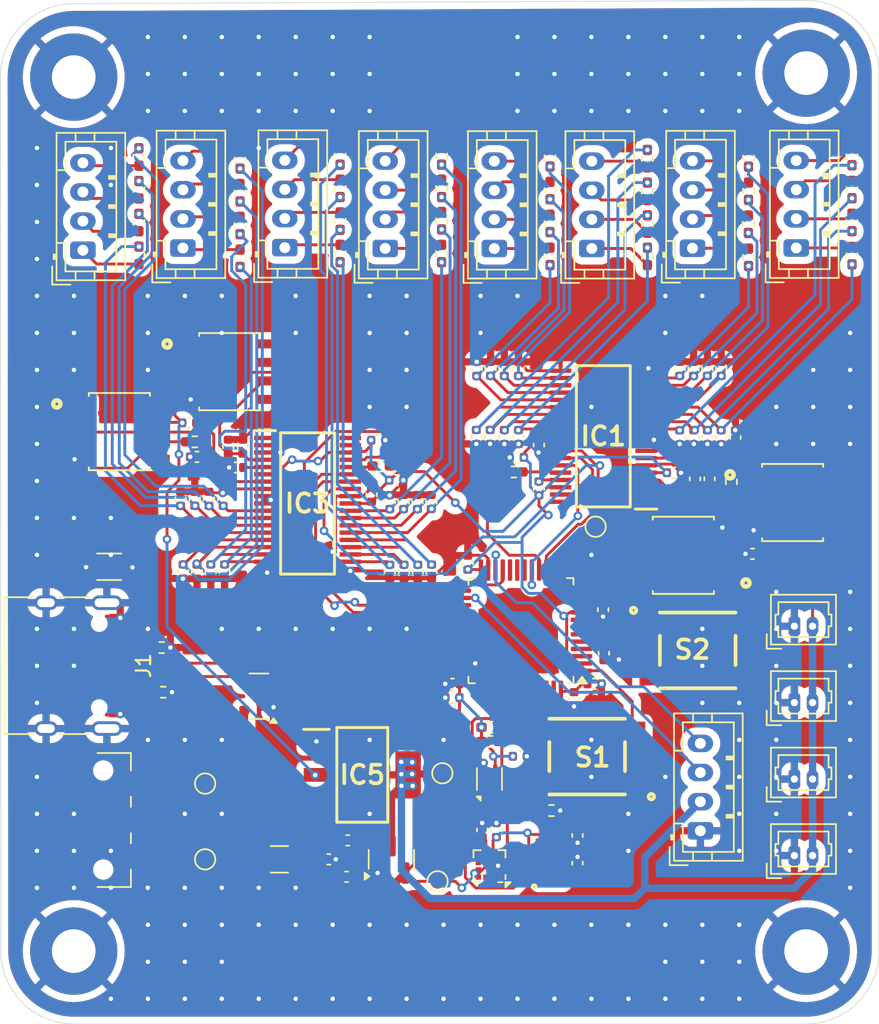
<source format=kicad_pcb>
(kicad_pcb (version 20240108) (generator "pcbnew") (generator_version "8.0")
  (layers (0 "F.Cu" signal) (31 "B.Cu" signal) (34 "B.Paste" user) (35 "F.Paste" user) (36 "B.SilkS" user "B.Silkscreen") (37 "F.SilkS" user "F.Silkscreen") (38 "B.Mask" user) (39 "F.Mask" user) (44 "Edge.Cuts" user))
  (net 0 "")
  (net 1 "GND")
  (net 2 "SDA_I2C1")
  (net 3 "+3.3V")
  (net 7 "SCL_I2C1")
  (net 11 "NRST")
  (net 12 "/VBUS_fuse")
  (net 13 "+5V")
  (net 14 "OUT_AMP1")
  (net 15 "A15")
  (net 16 "A14")
  (net 17 "A13")
  (net 18 "A12")
  (net 19 "A11")
  (net 20 "A10")
  (net 21 "A9")
  (net 22 "A7")
  (net 23 "A6")
  (net 24 "A5")
  (net 25 "A4")
  (net 26 "A3")
  (net 27 "A2")
  (net 28 "A1")
  (net 29 "A0")
  (net 30 "A31")
  (net 31 "A30")
  (net 32 "A29")
  (net 33 "A28")
  (net 34 "A27")
  (net 35 "A26")
  (net 36 "A25")
  (net 37 "A23")
  (net 38 "A22")
  (net 39 "A21")
  (net 40 "A20")
  (net 41 "A19")
  (net 42 "A18")
  (net 43 "A17")
  (net 44 "A16")
  (net 45 "OUT_AMP2")
  (net 46 "A24")
  (net 47 "A8")
  (net 48 "REFIN1")
  (net 49 "REFIN2")
  (net 50 "VBUS")
  (net 52 "CS_SPI")
  (net 53 "MISO_SPI1")
  (net 55 "SCK_SPI1")
  (net 56 "+AMP1")
  (net 58 "MOSI_SPI1")
  (net 67 "SCK_SPI2")
  (net 68 "+AMP2")
  (net 69 "MOSI_SPI2")
  (net 70 "MISO_SPI2")
  (net 76 "D_N")
  (net 78 "Net-(J1-CC2)")
  (net 79 "D_P")
  (net 81 "Net-(J1-CC1)")
  (net 82 "SDA_I2C2")
  (net 83 "SCL_I2C2")
  (net 84 "BOOT0")
  (net 85 "Net-(U2--IN)")
  (net 86 "Net-(U5--IN)")
  (net 98 "VBUS_IN")
  (net 99 "Net-(IC1-SDO)")
  (net 100 "Net-(IC3-SDO)")
  (net 101 "Net-(J2-Pin_3)")
  (net 102 "Net-(J2-Pin_1)")
  (net 103 "Net-(J2-Pin_4)")
  (net 104 "Net-(J2-Pin_2)")
  (net 105 "Net-(J8-Pin_3)")
  (net 106 "Net-(J8-Pin_2)")
  (net 107 "Net-(J8-Pin_1)")
  (net 108 "Net-(J8-Pin_4)")
  (net 109 "Net-(J9-Pin_3)")
  (net 110 "Net-(J9-Pin_1)")
  (net 111 "Net-(J9-Pin_2)")
  (net 112 "Net-(J9-Pin_4)")
  (net 113 "Net-(J10-Pin_2)")
  (net 114 "Net-(J10-Pin_1)")
  (net 115 "Net-(J10-Pin_3)")
  (net 116 "Net-(J10-Pin_4)")
  (net 117 "Net-(J11-Pin_2)")
  (net 118 "Net-(J11-Pin_4)")
  (net 119 "Net-(J11-Pin_3)")
  (net 120 "Net-(J11-Pin_1)")
  (net 121 "Net-(J12-Pin_1)")
  (net 122 "Net-(J12-Pin_4)")
  (net 123 "Net-(J12-Pin_2)")
  (net 124 "Net-(J12-Pin_3)")
  (net 125 "Net-(J13-Pin_1)")
  (net 126 "Net-(J13-Pin_4)")
  (net 127 "Net-(J13-Pin_3)")
  (net 128 "Net-(J13-Pin_2)")
  (net 129 "Net-(J14-Pin_4)")
  (net 130 "Net-(J14-Pin_3)")
  (net 131 "Net-(J14-Pin_1)")
  (net 132 "Net-(J14-Pin_2)")
  (net 133 "Net-(SW1-A)")
  (footprint "Resistor_SMD:R_0402_1005Metric_Pad0.72x0.64mm_HandSolder" (layer "F.Cu") (at 66.39 42.8475 -90)
    (property "Reference" "R8" (hide yes))
    (property "Value" "33" (hide yes))
  )
  (footprint "SamacSys_Parts:SOIC127P600X175-8N" (layer "F.Cu") (at 76.3695 59.75)
    (property "Reference" "U2" (hide yes))
    (property "Value" "OPA192ID" (hide yes))
  )
  (footprint "Capacitor_SMD:C_0402_1005Metric" (layer "F.Cu") (at 51.563913 64.494413 -90)
    (property "Reference" "C40" (hide yes))
    (property "Value" "270pF" (hide yes))
  )
  (footprint "Resistor_SMD:R_0402_1005Metric_Pad0.72x0.64mm_HandSolder" (layer "F.Cu") (at 57.212 57.65 180)
    (property "Reference" "R40" (hide yes))
    (property "Value" "33" (hide yes))
  )
  (footprint "TestPoint:TestPoint_Pad_D1.0mm" (layer "F.Cu") (at 51.97 85.76)
    (property "Reference" "TP9" (hide yes))
    (property "Value" "TestPoint" (hide yes))
  )
  (footprint "Connector_JST:JST_PH_B4B-PH-K_1x04_P2.00mm_Vertical" (layer "F.Cu") (at 48.375 42.3025 90)
    (property "Reference" "J12" (hide yes))
    (property "Value" "Conn_01x04_MountingPin" (hide yes))
  )
  (footprint "Capacitor_SMD:C_0402_1005Metric" (layer "F.Cu") (at 36.263913 59.494413 90)
    (property "Reference" "C30" (hide yes))
    (property "Value" "270pF" (hide yes))
  )
  (footprint "Capacitor_SMD:C_0402_1005Metric" (layer "F.Cu") (at 63.35 67.1 -90)
    (property "Reference" "C3" (hide yes))
    (property "Value" "100nF" (hide yes))
  )
  (footprint "Capacitor_SMD:C_0402_1005Metric" (layer "F.Cu") (at 37.338913 64.484413 -90)
    (property "Reference" "C47" (hide yes))
    (property "Value" "270pF" (hide yes))
  )
  (footprint "Connector_JST:JST_PH_B4B-PH-K_1x04_P2.00mm_Vertical" (layer "F.Cu") (at 55.87 42.31 90)
    (property "Reference" "J8" (hide yes))
    (property "Value" "Conn_01x04_MountingPin" (hide yes))
  )
  (footprint "Capacitor_SMD:C_0402_1005Metric" (layer "F.Cu") (at 61.5875 84.5125 -90)
    (property "Reference" "C58" (hide yes))
    (property "Value" "100nF" (hide yes))
  )
  (footprint "Capacitor_SMD:C_0402_1005Metric" (layer "F.Cu") (at 69.662 58.125 -90)
    (property "Reference" "C49" (hide yes))
    (property "Value" "10µF" (hide yes))
  )
  (footprint "Connector_Molex:Molex_PicoBlade_53047-0210_1x02_P1.25mm_Vertical" (layer "F.Cu") (at 76.49 78.74)
    (property "Reference" "J15" (hide yes))
    (property "Value" "Conn_01x02" (hide yes))
  )
  (footprint "Capacitor_SMD:C_0402_1005Metric" (layer "F.Cu") (at 55.587 55.245 -90)
    (property "Reference" "C26" (hide yes))
    (property "Value" "270pF" (hide yes))
  )
  (footprint "SamacSys_Parts:SOIC127P600X175-8N" (layer "F.Cu") (at 30.108913 54.879413)
    (property "Reference" "U5" (hide yes))
    (property "Value" "OPA192ID" (hide yes))
  )
  (footprint "Capacitor_SMD:C_0402_1005Metric" (layer "F.Cu") (at 45.8 82.95)
    (property "Reference" "C11" (hide yes))
    (property "Value" "1µF" (hide yes))
  )
  (footprint "Resistor_SMD:R_0402_1005Metric_Pad0.72x0.64mm_HandSolder" (layer "F.Cu") (at 52.25 38.1775 -90)
    (property "Reference" "R26" (hide yes))
    (property "Value" "33" (hide yes))
  )
  (footprint "Capacitor_SMD:C_0402_1005Metric" (layer "F.Cu") (at 34.488913 64.484413 -90)
    (property "Reference" "C34" (hide yes))
    (property "Value" "270pF" (hide yes))
  )
  (footprint "Capacitor_SMD:C_0402_1005Metric" (layer "F.Cu") (at 48.688913 59.714413 90)
    (property "Reference" "C45" (hide yes))
    (property "Value" "270pF" (hide yes))
  )
  (footprint "LOGO" (layer "F.Cu") (at 52.89 29.98)
    (property "Reference" "G***" (hide yes))
    (property "Value" "LOGO" (hide yes))
  )
  (footprint "Capacitor_SMD:C_0402_1005Metric" (layer "F.Cu") (at 57.625 77.175 180)
    (property "Reference" "C53" (hide yes))
    (property "Value" "100nF" (hide yes))
  )
  (footprint "Capacitor_SMD:C_0402_1005Metric" (layer "F.Cu") (at 48.688913 64.499413 -90)
    (property "Reference" "C37" (hide yes))
    (property "Value" "270pF" (hide yes))
  )
  (footprint "Capacitor_SMD:C_0402_1005Metric" (layer "F.Cu") (at 49.638913 59.714413 90)
    (property "Reference" "C44" (hide yes))
    (property "Value" "270pF" (hide yes))
  )
  (footprint "Capacitor_SMD:C_0402_1005Metric" (layer "F.Cu") (at 70.512 55.27 -90)
    (property "Reference" "C16" (hide yes))
    (property "Value" "270pF" (hide yes))
  )
  (footprint "Resistor_SMD:R_0402_1005Metric_Pad0.72x0.64mm_HandSolder" (layer "F.Cu") (at 38.4 42.98 -90)
    (property "Reference" "R32" (hide yes))
    (property "Value" "33" (hide yes))
  )
  (footprint "Capacitor_SMD:C_0402_1005Metric" (layer "F.Cu") (at 71.462 55.27 -90)
    (property "Reference" "C17" (hide yes))
    (property "Value" "270pF" (hide yes))
  )
  (footprint "Resistor_SMD:R_0402_1005Metric_Pad0.72x0.64mm_HandSolder" (layer "F.Cu") (at 45.275 38.18 -90)
    (property "Reference" "R30" (hide yes))
    (property "Value" "33" (hide yes))
  )
  (footprint "Resistor_SMD:R_0402_1005Metric_Pad0.72x0.64mm_HandSolder" (layer "F.Cu") (at 45.275 35.955 -90)
    (property "Reference" "R31" (hide yes))
    (property "Value" "33" (hide yes))
  )
  (footprint "Capacitor_SMD:C_0402_1005Metric" (layer "F.Cu") (at 44.5 84.25)
    (property "Reference" "C10" (hide yes))
    (property "Value" "100nF" (hide yes))
  )
  (footprint "Capacitor_SMD:C_0402_1005Metric" (layer "F.Cu") (at 35.288913 59.499413 90)
    (property "Reference" "C31" (hide yes))
    (property "Value" "270pF" (hide yes))
  )
  (footprint "Resistor_SMD:R_0402_1005Metric_Pad0.72x0.64mm_HandSolder" (layer "F.Cu") (at 66.39 40.6275 -90)
    (property "Reference" "R9" (hide yes))
    (property "Value" "33" (hide yes))
  )
  (footprint "MountingHole:MountingHole_3mm_Pad" (layer "F.Cu") (at 77.3 30.265)
    (property "Reference" "H3" (hide yes))
    (property "Value" "MountingHole_Pad" (hide yes))
  )
  (footprint "Resistor_SMD:R_0402_1005Metric_Pad0.72x0.64mm_HandSolder" (layer "F.Cu") (at 31.45 36.025 90)
    (property "Reference" "R39" (hide yes))
    (property "Value" "33" (hide yes))
  )
  (footprint "Capacitor_SMD:C_0402_1005Metric" (layer "F.Cu") (at 58.937 58.78 90)
    (property "Reference" "C2" (hide yes))
    (property "Value" "100nF" (hide yes))
  )
  (footprint "Resistor_SMD:R_0402_1005Metric_Pad0.72x0.64mm_HandSolder" (layer "F.Cu") (at 35.288913 55.579413)
    (property "Reference" "R5" (hide yes))
    (property "Value" "33" (hide yes))
  )
  (footprint "SamacSys_Parts:SOIC127P600X175-8N" (layer "F.Cu") (at 68.862 63.375 180)
    (property "Reference" "IC2" (hide yes))
    (property "Value" "REF5025ID" (hide yes))
  )
  (footprint "SamacSys_Parts:SKQGAKE010" (layer "F.Cu") (at 62.251165 77.195665 180)
    (property "Reference" "S1")
    (property "Value" "SKQGABE010" (hide yes))
  )
  (footprint "Resistor_SMD:R_0402_1005Metric_Pad0.72x0.64mm_HandSolder" (layer "F.Cu") (at 52.25 42.6525 -90)
    (property "Reference" "R24" (hide yes))
    (property "Value" "33" (hide yes))
  )
  (footprint "Resistor_SMD:R_0402_1005Metric_Pad0.72x0.64mm_HandSolder" (layer "F.Cu") (at 59.8 80.9)
    (property "Reference" "R1" (hide yes))
    (property "Value" "10k" (hide yes))
  )
  (footprint "Capacitor_SMD:C_0402_1005Metric" (layer "F.Cu") (at 34.908913 54.279413)
    (property "Reference" "C60" (hide yes))
    (property "Value" "1uF" (hide yes))
  )
  (footprint "Connector_JST:JST_PH_B4B-PH-K_1x04_P2.00mm_Vertical" (layer "F.Cu") (at 76.62 42.27 90)
    (property "Reference" "J10" (hide yes))
    (property "Value" "Conn_01x04_MountingPin" (hide yes))
  )
  (footprint "Capacitor_SMD:C_0402_1005Metric" (layer "F.Cu") (at 38.588913 55.914413 -90)
    (property "Reference" "C52" (hide yes))
    (property "Value" "100nF" (hide yes))
  )
  (footprint "Resistor_SMD:R_0402_1005Metric_Pad0.72x0.64mm_HandSolder" (layer "F.Cu") (at 72.162 58.325 90)
    (property "Reference" "R4" (hide yes))
    (property "Value" "33" (hide yes))
  )
  (footprint "SamacSys_Parts:SOP50P640X120-38N" (layer "F.Cu") (at 43.038913 59.814413)
    (property "Reference" "IC3")
    (property "Value" "ADS7953SDBT" (hide yes))
  )
  (footprint "Resistor_SMD:R_0402_1005Metric_Pad0.72x0.64mm_HandSolder" (layer "F.Cu") (at 80.45 40.52 90)
    (property "Reference" "R21" (hide yes))
    (property "Value" "33" (hide yes))
  )
  (footprint "Package_TO_SOT_SMD:SOT-23" (layer "F.Cu") (at 48.8 84.25 90)
    (property "Reference" "U4" (hide yes))
    (property "Value" "XC6206PxxxMR-Regulator_Linear" (hide yes))
  )
  (footprint "Resistor_SMD:R_0402_1005Metric_Pad0.72x0.64mm_HandSolder" (layer "F.Cu") (at 38.4 40.73 -90)
    (property "Reference" "R33" (hide yes))
    (property "Value" "33" (hide yes))
  )
  (footprint "Capacitor_SMD:C_0402_1005Metric" (layer "F.Cu") (at 36.388913 64.484413 -90)
    (property "Reference" "C36" (hide yes))
    (property "Value" "270pF" (hide yes))
  )
  (footprint "Capacitor_SMD:C_0402_1005Metric" (layer "F.Cu") (at 35.438913 64.494413 -90)
    (property "Reference" "C35" (hide yes))
    (property "Value" "270pF" (hide yes))
  )
  (footprint "SamacSys_Parts:SOP50P640X120-38N" (layer "F.Cu") (at 63.362 55.2 180)
    (property "Reference" "IC1")
    (property "Value" "ADS7953SDBT" (hide yes))
  )
  (footprint "Connector_Molex:Molex_PicoBlade_53047-0210_1x02_P1.25mm_Vertical" (layer "F.Cu") (at 76.49 83.99)
    (property "Reference" "J16" (hide yes))
    (property "Value" "Conn_01x02" (hide yes))
  )
  (footprint "Resistor_SMD:R_0402_1005Metric_Pad0.72x0.64mm_HandSolder" (layer "F.Cu") (at 73.34 38.3725 90)
    (property "Reference" "R18" (hide yes))
    (property "Value" "33" (hide yes))
  )
  (footprint "Capacitor_SMD:C_0402_1005Metric" (layer "F.Cu") (at 55.0375 82.2325 -90)
    (property "Reference" "C54" (hide yes))
    (property "Value" "100nF" (hide yes))
  )
  (footprint "Connector_Molex:Molex_PicoBlade_53047-0210_1x02_P1.25mm_Vertical" (layer "F.Cu") (at 76.49 68.24)
    (property "Reference" "J4" (hide yes))
    (property "Value" "Conn_01x02" (hide yes))
  )
  (footprint "Connector_JST:JST_PH_B4B-PH-K_1x04_P2.00mm_Vertical" (layer "F.Cu") (at 62.57 42.31 90)
    (property "Reference" "J2" (hide yes))
    (property "Value" "Conn_01x04_MountingPin" (hide yes))
  )
  (footprint "SamacSys_Parts:SKQGAKE010" (layer "F.Cu") (at 69.848835 69.904335)
    (property "Reference" "S2")
    (property "Value" "SKQGABE010" (hide yes))
  )
  (footprint "Capacitor_SMD:C_0402_1005Metric" (layer "F.Cu") (at 50.588913 59.714413 90)
    (property "Reference" "C43" (hide yes))
    (property "Value" "270pF" (hide yes))
  )
  (footprint "Resistor_SMD:R_0402_1005Metric_Pad0.72x0.64mm_HandSolder" (layer "F.Cu") (at 33.1225 72.775 180)
    (property "Reference" "R3" (hide yes))
    (property "Value" "5.1k" (hide yes))
  )
  (footprint "SamacSys_Parts:SOIC127P600X175-8N" (layer "F.Cu") (at 37.688913 50.764413)
    (property "Reference" "IC4" (hide yes))
    (property "Value" "REF5025ID" (hide yes))
  )
  (footprint "Capacitor_SMD:C_0402_1005Metric" (layer "F.Cu") (at 54.05 63.88 90)
    (property "Reference" "C6" (hide yes))
    (property "Value" "100nF" (hide yes))
  )
  (footprint "Resistor_SMD:R_0402_1005Metric_Pad0.72x0.64mm_HandSolder" (layer "F.Cu") (at 52.25 35.9525 -90)
    (property "Reference" "R27" (hide yes))
    (property "Value" "33" (hide yes))
  )
  (footprint "Capacitor_SMD:C_0402_1005Metric" (layer "F.Cu") (at 61.5875 82.6125 90)
    (property "Reference" "C57" (hide yes))
    (property "Value" "100nF" (hide yes))
  )
  (footprint "Resistor_SMD:R_0402_1005Metric_Pad0.72x0.64mm_HandSolder" (layer "F.Cu") (at 80.45 38.26 90)
    (property "Reference" "R22" (hide yes))
    (property "Value" "33" (hide yes))
  )
  (footprint "Resistor_SMD:R_0402_1005Metric_Pad0.72x0.64mm_HandSolder" (layer "F.Cu") (at 59.7 38.3275 90)
    (property "Reference" "R14" (hide yes))
    (property "Value" "33" (hide yes))
  )
  (footprint "Sensor_Humidity:Sensirion_DFN-4_1.5x1.5mm_P0.8mm_SHT4x_NoCentralPad" (layer "F.Cu") (at 55.5375 78.7325 90)
    (property "Reference" "U6" (hide yes))
    (property "Value" "SHT4x" (hide yes))
  )
  (footprint "Capacitor_SMD:C_0402_1005Metric" (layer "F.Cu") (at 57.532 50.57 90)
    (property "Reference" "C21" (hide yes))
    (property "Value" "270pF" (hide yes))
  )
  (footprint "Connector_USB:USB_C_Receptacle_HRO_TYPE-C-31-M-12" (layer "F.Cu") (at 26.12 70.95 -90)
    (property "Reference" "J1")
    (property "Value" "USB_C_Receptacle_USB2.0" (hide yes))
  )
  (footprint "Capacitor_SMD:C_0402_1005Metric" (layer "F.Cu") (at 55.612 50.57 90)
    (property "Reference" "C23" (hide yes))
    (property "Value" "270pF" (hide yes))
  )
  (footprint "Capacitor_SMD:C_0402_1005Metric" (layer "F.Cu") (at 34.313913 59.499413 90)
    (property "Reference" "C32" (hide yes))
    (property "Value" "270pF" (hide yes))
  )
  (footprint "Capacitor_SMD:C_0402_1005Metric" (layer "F.Cu") (at 37.238913 59.494413 90)
    (property "Reference" "C29" (hide yes))
    (property "Value" "270pF" (hide yes))
  )
  (footprint "Capacitor_SMD:C_0402_1005Metric" (layer "F.Cu") (at 53 73.15 180)
    (property "Reference" "C4" (hide yes))
    (property "Value" "100nF" (hide yes))
  )
  (footprint "Capacitor_SMD:C_0402_1005Metric" (layer "F.Cu") (at 69.582 55.27 -90)
    (property "Reference" "C15" (hide yes))
    (property "Value" "270pF" (hide yes))
  )
  (footprint "Capacitor_SMD:C_0402_1005Metric" (layer "F.Cu") (at 73.612 63.275 180)
    (property "Reference" "C59" (hide yes))
    (property "Value" "1uF" (hide yes))
  )
  (footprint "Resistor_SMD:R_0402_1005Metric_Pad0.72x0.64mm_HandSolder" (layer "F.Cu") (at 59.7 36.0825 90)
    (property "Reference" "R15" (hide yes))
    (property "Value" "33" (hide yes))
  )
  (footprint "Capacitor_SMD:C_0402_1005Metric" (layer "F.Cu") (at 62.75 72.2)
    (property "Reference" "C7" (hide yes))
    (property "Value" "100nF" (hide yes))
  )
  (footprint "Capacitor_SMD:C_0402_1005Metric" (layer "F.Cu") (at 49.138913 58.214413 180)
    (property "Reference" "C62" (hide yes))
    (property "Value" "100nF" (hide yes))
  )
  (footprint "Capacitor_SMD:C_0402_1005Metric" (layer "F.Cu") (at 53 72.2 180)
    (property "Reference" "C9" (hide yes))
    (property "Value" "10µF" (hide yes))
  )
  (footprint "TestPoint:TestPoint_Pad_D1.0mm" (layer "F.Cu") (at 36 79.05 180)
    (property "Reference" "TP11" (hide yes))
    (property "Value" "TestPoint" (hide yes))
  )
  (footprint "Capacitor_SMD:C_0402_1005Metric" (layer "F.Cu") (at 57.412 56.65)
    (property "Reference" "C61" (hide yes))
    (property "Value" "100nF" (hide yes))
  )
  (footprint "Connector_JST:JST_PH_B4B-PH-K_1x04_P2.00mm_Vertical" (layer "F.Cu") (at 34.475 42.2775 90)
    (property "Reference" "J13" (hide yes))
    (property "Value" "Conn_01x04_MountingPin" (hide yes))
  )
  (footprint "Resistor_SMD:R_0402_1005Metric_Pad0.72x0.64mm_HandSolder" (layer "F.Cu") (at 31.45 42.775 90)
    (property "Reference" "R36" (hide yes))
    (property "Value" "33" (hide yes))
  )
  (footprint "SamacSys_Parts:LGA-14_2.5X3X0.86_" (layer "F.Cu") (at 59.5875 84.225 90)
    (property "Reference" "AC1" (hide yes))
    (property "Value" "LSM6DSOTR" (hide yes))
  )
  (footprint "Package_LGA:LGA-12_2x2mm_P0.5mm" (layer "F.Cu") (at 55.5375 84.72 180)
    (property "Reference" "U7" (hide yes))
    (property "Value" "LIS3MDL" (hide yes))
  )
  (footprint "Connector_JST:JST_PH_B4B-PH-K_1x04_P2.00mm_Vertical" (layer "F.Cu") (at 69.49 42.29 90)
    (property "Reference" "J9" (hide yes))
    (property "Value" "Conn_01x04_MountingPin" (hide yes))
  )
  (footprint "Capacitor_SMD:C_0402_1005Metric" (layer "F.Cu") (at 61.35 73.25 -90)
    (property "Reference" "C8" (hide yes))
    (property "Value" "100nF" (hide yes))
  )
  (footprint "TestPoint:TestPoint_Pad_D1.0mm" (layer "F.Cu") (at 52.3 78.34)
    (property "Reference" "TP10" (hide yes))
    (property "Value" "TestPoint" (hide yes))
  )
  (footprint "Capacitor_SMD:C_0402_1005Metric" (layer "F.Cu") (at 54.637 55.245 -90)
    (property "Reference" "C25" (hide yes))
    (property "Value" "270pF" (hide yes))
  )
  (footprint "Package_QFP:LQFP-48_7x7mm_P0.5mm" (layer "F.Cu") (at 57.7 68.55 180)
    (property "Reference" "U1" (hide yes))
    (property "Value" "STM32F072CBT6" (hide yes))
  )
  (footprint "Capacitor_SMD:C_0402_1005Metric" (layer "F.Cu") (at 35.438913 56.614413 180)
    (property "Reference" "C46" (hide yes))
    (property "Value" "270pF" (hide yes))
  )
  (footprint "Resistor_SMD:R_0402_1005Metric_Pad0.72x0.64mm_HandSolder" (layer "F.Cu") (at 73.34 36.0925 90)
    (property "Reference" "R19" (hide yes))
    (property "Value" "33" (hide yes))
  )
  (footprint "TestPoint:TestPoint_Pad_D1.0mm" (layer "F.Cu") (at 62.83 61.41)
    (property "Reference" "TP4" (hide yes))
    (property "Value" "TestPoint" (hide yes))
  )
  (footprint "Connector_JST:JST_PH_B4B-PH-K_1x04_P2.00mm_Vertical" (layer "F.Cu") (at 27.6 42.4275 90)
    (property "Reference" "J14" (hide yes))
    (property "Value" "Conn_01x04_MountingPin" (hide yes))
  )
  (footprint "Capacitor_SMD:C_0402_1005Metric" (layer "F.Cu") (at 56.562 55.25 -90)
    (property "Reference" "C27" (hide yes))
    (property "Value" "270pF" (hide yes))
  )
  (footprint "Connector_JST:JST_PH_B4B-PH-K_1x04_P2.00mm_Vertical" (layer "F.Cu") (at 41.475 42.2525 90)
    (property "Reference" "J11" (hide yes))
    (property "Value" "Conn_01x04_MountingPin" (hide yes))
  )
  (footprint "Resistor_SMD:R_0402_1005Metric_Pad0.72x0.64mm_HandSolder" (layer "F.Cu") (at 33.0125 69.71 180)
    (property "Reference" "R2" (hide yes))
    (property "Value" "5.1k" (hide yes))
  )
  (footprint "Capacitor_SMD:C_0402_1005Metric" (layer "F.Cu") (at 56.0125 82.2375 -90)
    (property "Reference" "C56" (hide yes))
    (property "Value" "220nF" (hide yes))
  )
  (footprint "Inductor_SMD:L_1206_3216Metric" (layer "F.Cu") (at 29.41 64.16 180)
    (property "Reference" "L1" (hide yes))
    (property "Value" "60R@100MHz" (hide yes))
  )
  (footprint "Capacitor_SMD:C_0402_1005Metric" (layer "F.Cu") (at 70.512 50.57 90)
    (property "Reference" "C19" (hide yes))
    (property "Value" "270pF" (hide yes))
  )
  (footprint "Resistor_SMD:R_0402_1005Metric_Pad0.72x0.64mm_HandSolder" (layer "F.Cu") (at 59.7 40.5875 90)
    (property "Reference" "R13" (hide yes))
    (property "Value" "33" (hide yes))
  )
  (footprint "Capacitor_SMD:C_0402_1005Metric" (layer "F.Cu") (at 69.562 50.57 90)
    (property "Reference" "C20" (hide yes))
    (property "Value" "270pF" (hide yes))
  )
  (footprint "Resistor_SMD:R_0402_1005Metric_Pad0.72x0.64mm_HandSolder" (layer "F.Cu") (at 45.275 42.65 -90)
    (property "Reference" "R28" (hide yes))
    (property "Value" "33" (hide yes))
  )
  (footprint "Capacitor_SMD:C_0402_1005Metric" (layer "F.Cu") (at 71.462 50.57 90)
    (property "Reference" "C18" (hide yes))
    (property "Value" "270pF" (hide yes))
  )
  (footprint "Capacitor_SMD:C_0402_1005Metric" (layer "F.Cu") (at 68.212 57.7)
    (property "Reference" "C1" (hide yes))
    (property "Value" "100nF" (hide yes))
  )
  (footprint "Capacitor_SMD:C_0402_1005Metric" (layer "F.Cu") (at 47.438913 59.214413 -90)
    (property "Reference" "C51" (hide yes))
    (property "Value" "10uF" (hide yes))
  )
  (footprint "Fuse:Fuse_1206_3216Metric" (layer "F.Cu") (at 41.1 84.25)
    (property "Reference" "F1" (hide yes))
    (property "Value" "ASMD1206-150" (hide yes))
  )
  (footprint "Capacitor_SMD:C_0402_1005Metric" (layer "F.Cu") (at 45.72 85.45)
    (property "Reference" "C12" (hide yes))
    (property "Value" "1µF" (hide yes))
  )
  (footprint "Capacitor_SMD:C_0402_1005Metric" (layer "F.Cu") (at 56.562 50.57 90)
    (property "Reference" "C22" (hide yes))
    (property "Value" "270pF" (hide yes))
  )
  (footprint "Resistor_SMD:R_0402_1005Metric_Pad0.72x0.64mm_HandSolder" (layer "F.Cu") (at 59.7 42.8475 90)
    (property "Reference" "R12" (hide yes))
    (property "Value" "33" (hide yes))
  )
  (footprint "Resistor_SMD:R_0402_1005Metric_Pad0.72x0.64mm_HandSolder" (layer "F.Cu") (at 80.45 42.8 90)
    (property "Reference" "R20" (hide yes))
    (property "Value" "33" (hide yes))
  )
  (footprint "Capacitor_SMD:C_0402_1005Metric" (layer "F.Cu") (at 47.9 55.47)
    (property "Reference" "C42" (hide yes))
    (property "Value" "1µF" (hide yes))
  )
  (footprint "Resistor_SMD:R_0402_1005Metric_Pad0.72x0.64mm_HandSolder" (layer "F.Cu") (at 38.4 36.225 -90)
    (property "Reference" "R35" (hide yes))
    (property "Value" "33" (hide yes))
  )
  (footprint "Resistor_SMD:R_0402_1005Metric_Pad0.72x0.64mm_HandSolder" (layer "F.Cu") (at 73.34 42.9125 90)
    (property "Reference" "R16" (hide yes))
    (property "Value" "33" (hide yes))
  )
  (footprint "Resistor_SMD:R_0402_1005Metric_Pad0.72x0.64mm_HandSolder" (layer "F.Cu") (at 55.5875 75.1825)
    (property "Reference" "R6" (hide yes))
    (property "Value" "10k" (hide yes))
  )
  (footprint "Button_Switch_SMD:SW_SPDT_CK_JS102011SAQN" (layer "F.Cu") (at 29 81.55 -90)
    (property "Reference" "SW1" (hide yes))
    (property "Value" "SW_SPDT" (hide yes))
  )
  (footprint "MountingHole:MountingHole_3mm_Pad" (layer "F.Cu") (at 26.97 30.54)
    (property "Reference" "H2" (hide yes))
    (property "Value" "MountingHole_Pad" (hide yes))
  )
  (footprint "Resistor_SMD:R_0402_1005Metric_Pad0.72x0.64mm_HandSolder" (layer "F.Cu") (at 52.25 40.4025 -90)
    (property "Reference" "R25" (hide yes))
    (property "Value" "33" (hide yes))
  )
  (footprint "Capacitor_SMD:C_0402_1005Metric" (layer "F.Cu") (at 58.937 55.8 90)
    (property "Reference" "C50" (hide yes))
    (property "Value" "10uF" (hide yes))
  )
  (footprint "Capacitor_SMD:C_0402_1005Metric" (layer "F.Cu") (at 38.133913 57.344413 180)
    (property "Reference" "C33" (hide yes))
    (property "Value" "1µF" (hide yes))
  )
  (footprint "Capacitor_SMD:C_0402_1005Metric" (layer "F.Cu") (at 50.613913 64.499413 -90)
    (property "Reference" "C39" (hide yes))
    (property "Value" "270pF" (hide yes))
  )
  (footprint "TestPoint:TestPoint_Pad_D1.0mm" (layer "F.Cu") (at 36 84.25 180)
    (property "Reference" "TP12" (hide yes))
    (property "Value" "TestPoint" (hide yes))
  )
  (footprint "Resistor_SMD:R_0402_1005Metric_Pad0.72x0.64mm_HandSolder" (layer "F.Cu") (at 31.45 38.2725 90)
    (property "Reference" "R38" (hide yes))
    (property "Value" "33" (hide yes))
  )
  (footprint "Resistor_SMD:R_0402_1005Metric_Pad0.72x0.64mm_HandSolder" (layer "F.Cu") (at 45.275 40.4275 -90)
    (property "Reference" "R29" (hide yes))
    (property "Value" "33" (hide yes))
  )
  (footprint "MountingHole:MountingHole_3mm_Pad" (layer "F.Cu") (at 26.97 90.55)
    (property "Reference" "H1" (hide yes))
    (property "Value" "MountingHole_Pad" (hide yes))
  )
  (footprint "Resistor_SMD:R_0402_1005Metric_Pad0.72x0.64mm_HandSolder" (layer "F.Cu") (at 55.5875 76.1575)
    (property "Reference" "R7" (hide yes))
    (property "Value" "10k" (hide yes))
  )
  (footprint "Capacitor_SMD:C_0402_1005Metric" (layer "F.Cu") (at 57.537 55.25 -90)
    (property "Reference" "C28" (hide yes))
    (property "Value" "270pF" (hide yes))
  )
  (footprint "Resistor_SMD:R_0402_1005Metric_Pad0.72x0.64mm_HandSolder" (layer "F.Cu") (at 48.1 57.24)
    (property "Reference" "R41" (hide yes))
    (property "Value" "33" (hide yes))
  )
  (footprint "Resistor_SMD:R_0402_1005Metric_Pad0.72x0.64mm_HandSolder" (layer "F.Cu") (at 80.45 35.9925 90)
    (property "Reference" "R23" (hide yes))
    (property "Value" "33" (hide yes))
  )
  (footprint "Resistor_SMD:R_0402_1005Metric_Pad0.72x0.64mm_HandSolder" (layer "F.Cu") (at 66.39 36.1375 -90)
    (property "Reference" "R11" (hide yes))
    (property "Value" "33" (hide yes))
  )
  (footprint "Connector_Molex:Molex_PicoBlade_53047-0210_1x02_P1.25mm_Vertical" (layer "F.Cu") (at 76.49 73.49)
    (property "Reference" "J5" (hide yes))
    (property "Value" "Conn_01x02" (hide yes))
  )
  (footprint "Capacitor_SMD:C_0402_1005Metric" (layer "F.Cu") (at 37.588913 55.914413 -90)
    (property "Reference" "C63" (hide yes))
    (property "Value" "10µF" (hide yes))
  )
  (footprint "Capacitor_SMD:C_0402_1005Metric" (layer "F.Cu") (at 49.663913 64.499413 -90)
    (property "Reference" "C38" (hide yes))
    (property "Value" "270pF" (hide yes))
  )
  (footprint "Resistor_SMD:R_0402_1005Metric_Pad0.72x0.64mm_HandSolder" (layer "F.Cu") (at 38.4 38.4775 -90)
    (property "Reference" "R34" (hide yes))
    (property "Value" "33" (hide yes))
  )
  (footprint "Capacitor_SMD:C_0402_1005Metric" (layer "F.Cu") (at 68.612 50.57 90)
    (property "Reference" "C48" (hide yes))
    (property "Value" "270pF" (hide yes))
  )
  (footprint "Resistor_SMD:R_0402_1005Metric_Pad0.72x0.64mm_HandSolder" (layer "F.Cu") (at 73.33 40.6425 90)
    (property "Reference" "R17" (hide yes))
    (property "Value" "33" (hide yes))
  )
  (footprint "Capacitor_SMD:C_0402_1005Metric" (layer "F.Cu") (at 72.437 55.275 90)
    (property "Reference" "C13" (hide yes))
    (property "Value" "270pF" (hide yes))
  )
  (footprint "Resistor_SMD:R_0402_1005Metric_Pad0.72x0.64mm_HandSolder" (layer "F.Cu") (at 66.39 38.38 -90)
    (property "Reference" "R10" (hide yes))
    (property "Value" "33" (hide yes))
  )
  (footprint "Resistor_SMD:R_0402_1005Metric_Pad0.72x0.64mm_HandSolder" (layer "F.Cu") (at 31.45 40.525 90)
    (property "Reference" "R37" (hide yes))
    (property "Value" "33" (hide yes))
  )
  (footprint "Connector_JST:JST_PH_B4B-PH-K_1x04_P2.00mm_Vertical" (layer "F.Cu") (at 70.03 82.29 90)
    (property "Reference" "J6" (hide yes))
    (property "Value" "Conn_01x04_MountingPin" (hide yes))
  )
  (footprint "Package_TO_SOT_SMD:SOT-143" (layer "F.Cu") (at 39.7 73.05 180)
    (property "Reference" "U3" (hide yes))
    (property "Value" "PRTR5V0U2X" (hide yes))
  )
  (footprint "Capacitor_SMD:C_0402_1005Metric" (layer "F.Cu") (at 70.662 58.12 -90)
    (property "Reference" "C55" (hide yes))
    (property "Value" "100nF" (hide yes))
  )
  (footprint "SamacSys_Parts:SOT230P700X180-4N" (layer "F.Cu") (at 46.8 78.45)
    (property "Reference" "IC5")
    (property "Value" "ADP3338AKCZ-5-REEL" (hide yes))
  )
  (footprint "Capacitor_SMD:C_0402_1005Metric" (layer "F.Cu") (at 68.612 55.27 -90)
    (property "Reference" "C14" (hide yes))
    (property "Value" "270pF" (hide yes))
  )
  (footprint "Capacitor_SMD:C_0402_1005Metric" (layer "F.Cu") (at 51.538913 59.714413 90)
    (property "Reference" "C41" (hide yes))
    (property "Value" "270pF" (hide yes))
  )
  (footprint "Capacitor_SMD:C_0402_1005Metric" (layer "F.Cu") (at 63.4 70.1 -90)
    (property "Reference" "C5" (hide yes))
    (property "Value" "100nF" (hide yes))
  )
  (footprint "MountingHole:MountingHole_3mm_Pad" (layer "F.Cu") (at 77.3 90.55)
    (property "Reference" "H4" (hide yes))
    (property "Value" "MountingHole_Pad" (hide yes))
  )
  (footprint "Capacitor_SMD:C_0402_1005Metric" (layer "F.Cu") (at 54.662 50.57 90)
    (property "Reference" "C24" (hide yes))
    (property "Value" "270pF" (hide yes))
  )
  (gr_line (start 26.9 25.5) (end 77.3 25.269991) (stroke (width 0.05)) (layer "Edge.Cuts"))
  (gr_arc (start 77.3 25.269991) (mid 80.839074 26.737997) (end 82.299999 30.28) (stroke (width 0.05)) (layer "Edge.Cuts"))
  (gr_arc (start 21.929524 30.549991) (mid 23.377669 27.004232) (end 26.9 25.5) (stroke (width 0.05)) (layer "Edge.Cuts"))
  (gr_line (start 77.3 95.55) (end 26.97 95.55) (stroke (width 0.05)) (layer "Edge.Cuts"))
  (gr_arc (start 26.97 95.55) (mid 23.434466 94.085534) (end 21.97 90.55) (stroke (width 0.05)) (layer "Edge.Cuts"))
  (gr_line (start 21.97 90.55) (end 21.929524 30.549991) (stroke (width 0.05)) (layer "Edge.Cuts"))
  (gr_line (start 82.299999 30.28) (end 82.3 90.55) (stroke (width 0.05)) (layer "Edge.Cuts"))
  (gr_arc (start 82.3 90.55) (mid 80.835534 94.085534) (end 77.3 95.55) (stroke (width 0.05)) (layer "Edge.Cuts"))
  (segment (start 45.975326 64.444415) (end 48.153915 64.444415) (width 0.2) (layer "F.Cu") (net 1))
  (segment (start 45.24 85.140001) (end 45.674001 84.706) (width 0.508) (layer "F.Cu") (net 1))
  (segment (start 60.5 83.725) (end 60.5 84.0125) (width 0.2) (layer "F.Cu") (net 1))
  (segment (start 58.93 58.307) (end 58.93 58.32) (width 0.2) (layer "F.Cu") (net 1))
  (segment (start 65.3525 57.2) (end 66.3 57.2) (width 0.2) (layer "F.Cu") (net 1))
  (segment (start 61.35 73.75) (end 60.245876 73.75) (width 0.2) (layer "F.Cu") (net 1))
  (segment (start 41.166897 56.314413) (end 40.100913 56.314413) (width 0.2) (layer "F.Cu") (net 1))
  (segment (start 40.7 73.8) (end 40.7 73.8) (width 0.381) (layer "F.Cu") (net 1))
  (segment (start 55.45 63.6) (end 55.45 64.3875) (width 0.2) (layer "F.Cu") (net 1))
  (segment (start 59.95 73.454124) (end 59.95 72.7125) (width 0.2) (layer "F.Cu") (net 1))
  (segment (start 68.612 50.09) (end 66.91 50.09) (width 0.2) (layer "F.Cu") (net 1))
  (segment (start 56.3 84.97) (end 55.8775 84.97) (width 0.2) (layer "F.Cu") (net 1))
  (segment (start 54.08 63.37) (end 55.22 63.37) (width 0.2) (layer "F.Cu") (net 1))
  (segment (start 45.24 85.45) (end 45.24 85.140001) (width 0.508) (layer "F.Cu") (net 1))
  (segment (start 65.2825 57.27) (end 65.3525 57.2) (width 0.2) (layer "F.Cu") (net 1))
  (segment (start 45.976913 59.314413) (end 46.858913 59.314413) (width 0.2) (layer "F.Cu") (net 1))
  (segment (start 60.424 50.7) (end 58.142 50.7) (width 0.2) (layer "F.Cu") (net 1))
  (segment (start 56.3 84.52) (end 56.13 84.69) (width 0.2) (layer "F.Cu") (net 1))
  (segment (start 52.5 71.095876) (end 52.795876 70.8) (width 0.2) (layer "F.Cu") (net 1))
  (segment (start 40.100913 59.314413) (end 40.100913 59.57) (width 0.2) (layer "F.Cu") (net 1))
  (segment (start 49.618913 58.214413) (end 49.618913 58.304413) (width 0.2) (layer "F.Cu") (net 1))
  (segment (start 44.959413 59.384413) (end 44.959413 62.930587) (width 0.2) (layer "F.Cu") (net 1))
  (segment (start 61.7 73.73) (end 61.35 73.73) (width 0.2) (layer "F.Cu") (net 1))
  (segment (start 55.1375 77.6325) (end 55.1375 78.0325) (width 0.2) (layer "F.Cu") (net 1))
  (segment (start 66.3 58.7) (end 65.3525 58.7) (width 0.2) (layer "F.Cu") (net 1))
  (segment (start 60.424 55.7) (end 59.517 55.7) (width 0.2) (layer "F.Cu") (net 1))
  (segment (start 34.488913 64.964413) (end 34.473326 64.964413) (width 0.2) (layer "F.Cu") (net 1))
  (segment (start 68.612 50.09) (end 71.462 50.09) (width 0.2) (layer "F.Cu") (net 1))
  (segment (start 45.976913 64.314413) (end 45.975326 64.316) (width 0.2) (layer "F.Cu") (net 1))
  (segment (start 45.32 83.91) (end 44.98 84.25) (width 0.508) (layer "F.Cu") (net 1))
  (segment (start 54.558723 70.800001) (end 54.558722 70.8) (width 0.2) (layer "F.Cu") (net 1))
  (segment (start 63.34 67.59) (end 63.13 67.8) (width 0.2) (layer "F.Cu") (net 1))
  (segment (start 63.13 67.8) (end 61.8625 67.8) (width 0.2) (layer "F.Cu") (net 1))
  (segment (start 60.5 84.0125) (end 60.6125 84.0125) (width 0.2) (layer "F.Cu") (net 1))
  (segment (start 58.93 58.32) (end 58.917 58.32) (width 0.2) (layer "F.Cu") (net 1))
  (segment (start 37.338913 50.809413) (end 41.428913 50.809413) (width 0.2) (layer "F.Cu") (net 1))
  (segment (start 59.517 55.7) (end 58.937 56.28) (width 0.2) (layer "F.Cu") (net 1))
  (segment (start 51.558913 64.979413) (end 51.563913 64.974413) (width 0.2) (layer "F.Cu") (net 1))
  (segment (start 53.138326 63.4) (end 51.563913 64.974413) (width 0.2) (layer "F.Cu") (net 1))
  (segment (start 48.38 56.23) (end 48.38 55.47) (width 0.2) (layer "F.Cu") (net 1))
  (segment (start 45.32 82.95) (end 45.32 83.91) (width 0.508) (layer "F.Cu") (net 1))
  (segment (start 60.424 58.2) (end 59.037 58.2) (width 0.2) (layer "F.Cu") (net 1))
  (segment (start 54.05 63.4) (end 53.138326 63.4) (width 0.2) (layer "F.Cu") (net 1))
  (segment (start 65.2825 58.63) (end 65.2825 57.27) (width 0.2) (layer "F.Cu") (net 1))
  (segment (start 41.428913 53.259413) (end 40.763913 53.259413) (width 0.2) (layer "F.Cu") (net 1))
  (segment (start 61.35 73.73) (end 61.35 73.75) (width 0.2) (layer "F.Cu") (net 1))
  (segment (start 63.25 72.18) (end 61.7 73.73) (width 0.2) (layer "F.Cu") (net 1))
  (segment (start 66.46 50.53) (end 66.46 50.54) (width 0.2) (layer "F.Cu") (net 1))
  (segment (start 35.008913 52.669413) (end 35.478913 52.669413) (width 0.2) (layer "F.Cu") (net 1))
  (segment (start 45.976913 59.314413) (end 45.029413 59.314413) (width 0.2) (layer "F.Cu") (net 1))
  (segment (start 35.388913 53.049413) (end 35.388913 54.279413) (width 0.2) (layer "F.Cu") (net 1))
  (segment (start 54.662 50.09) (end 57.532 50.09) (width 0.2) (layer "F.Cu") (net 1))
  (segment (start 60.5 83.725) (end 60.955 83.725) (width 0.2) (layer "F.Cu") (net 1))
  (segment (start 34.47 64.98) (end 34.5045 64.964413) (width 0.2) (layer "F.Cu") (net 1))
  (segment (start 68.7 57.71) (end 68.682 57.71) (width 0.2) (layer "F.Cu") (net 1))
  (segment (start 47.118312 56.64) (end 47.97 56.64) (width 0.2) (layer "F.Cu") (net 1))
  (segment (start 60.245876 73.75) (end 59.95 73.454124) (width 0.2) (layer "F.Cu") (net 1))
  (segment (start 66.91 50.09) (end 66.47 50.53) (width 0.2) (layer "F.Cu") (net 1))
  (segment (start 41.118413 59.244413) (end 41.118413 58.048413) (width 0.2) (layer "F.Cu") (net 1))
  (segment (start 68.102 57.11) (end 67.222 57.11) (width 0.2) (layer "F.Cu") (net 1))
  (segment (start 63.25 72.2) (end 63.25 72.18) (width 0.2) (layer "F.Cu") (net 1))
  (segment (start 61.59 83.09) (end 61.5875 83.0925) (width 0.2) (layer "F.Cu") (net 1))
  (segment (start 40.763913 53.259413) (end 38.588913 55.434413) (width 0.2) (layer "F.Cu") (net 1))
  (segment (start 58.142 50.7) (end 57.532 50.09) (width 0.2) (layer "F.Cu") (net 1))
  (segment (start 46.858913 59.314413) (end 47.438913 58.734413) (width 0.2) (layer "F.Cu") (net 1))
  (segment (start 34.473326 64.964413) (end 34.47 64.98) (width 0.2) (layer "F.Cu") (net 1))
  (segment (start 63.34 67.58) (end 63.34 67.59) (width 0.2) (layer "F.Cu") (net 1))
  (segment (start 52.795876 70.8) (end 53.5375 70.8) (width 0.2) (layer "F.Cu") (net 1))
  (segment (start 63.45 70.53) (end 63.4 70.58) (width 0.2) (layer "F.Cu") (net 1))
  (segment (start 45.029413 59.314413) (end 44.959413 59.384413) (width 0.2) (layer "F.Cu") (net 1))
  (segment (start 63.35 67.58) (end 63.34 67.58) (width 0.2) (layer "F.Cu") (net 1))
  (segment (start 46.943899 56.814413) (end 47.118312 56.64) (width 0.2) (layer "F.Cu") (net 1))
  (segment (start 70.662 57.64) (end 68.752 57.64) (width 0.2) (layer "F.Cu") (net 1))
  (segment (start 66.47 50.53) (end 66.46 50.53) (width 0.2) (layer "F.Cu") (net 1))
  (segment (start 37.588913 55.434413) (end 38.588913 55.434413) (width 0.2) (layer "F.Cu") (net 1))
  (segment (start 63.23 72.2) (end 63.23 72.2) (width 0.2) (layer "F.Cu") (net 1))
  (segment (start 63.35 67.58) (end 63.35 67.58) (width 0.2) (layer "F.Cu") (net 1))
  (segment (start 40.792826 59.57) (end 41.118413 59.244413) (width 0.2) (layer "F.Cu") (net 1))
  (segment (start 68.7 57.692) (end 68.7 57.71) (width 0.2) (layer "F.Cu") (net 1))
  (segment (start 54.558722 70.8) (end 53.5375 70.8) (width 0.2) (layer "F.Cu") (net 1))
  (segment (start 54.05 63.4) (end 54.08 63.37) (width 0.2) (layer "F.Cu") (net 1))
  (segment (start 60.6125 84.0125) (end 60.6325 84.0325) (width 0.2) (layer "F.Cu") (net 1))
  (segment (start 61.59 83.11) (end 61.59 83.09) (width 0.2) (layer "F.Cu") (net 1))
  (segment (start 37.21 59.09) (end 37.233913 59.019413) (width 0.2) (layer "F.Cu") (net 1))
  (segment (start 30.17 74.27) (end 30.165 74.2) (width 0.381) (layer "F.Cu") (net 1))
  (segment (start 60.955 83.725) (end 61.57 83.11) (width 0.2) (layer "F.Cu") (net 1))
  (segment (start 40.100913 64.314413) (end 41.465587 64.314413) (width 0.2) (layer "F.Cu") (net 1))
  (segment (start 35.008913 52.669413) (end 35.388913 53.049413) (width 0.2) (layer "F.Cu") (net 1))
  (segment (start 45.976913 56.814413) (end 46.943899 56.814413) (width 0.2) (layer "F.Cu") (net 1))
  (segment (start 56.13 84.69) (end 56.3 84.86) (width 0.2) (layer "F.Cu") (net 1))
  (segment (start 64.43 70.53) (end 63.45 70.53) (width 0.2) (layer "F.Cu") (net 1))
  (segment (start 48.688913 59.234413) (end 48.68 59.26) (width 0.2) (layer "F.Cu") (net 1))
  (segment (start 61.59 84.08) (end 61.5875 84.0325) (width 0.2) (layer "F.Cu") (net 1))
  (segment (start 61.57 83.11) (end 61.59 83.11) (width 0.2) (layer "F.Cu") (net 1))
  (segment (start 45.975326 64.316) (end 45.975326 64.444415) (width 0.2) (layer "F.Cu") (net 1))
  (segment (start 34.5045 64.964413) (end 37.338913 64.964413) (width 0.2) (layer "F.Cu") (net 1))
  (segment (start 45.674001 84.706) (end 47.3685 84.706) (width 0.508) (layer "F.Cu") (net 1))
  (segment (start 48.68 59.26) (end 51.538913 59.234413) (width 0.2) (layer "F.Cu") (net 1))
  (segment (start 37.233913 59.019413) (end 37.238913 59.014413) (width 0.2) (layer "F.Cu") (net 1))
  (segment (start 67.222 57.11) (end 67.132 57.2) (width 0.2) (layer "F.Cu") (net 1))
  (segment (start 41.465587 64.314413) (end 41.47 64.31) (width 0.2) (layer "F.Cu") (net 1))
  (segment (start 47.3685 84.706) (end 47.85 85.1875) (width 0.508) (layer "F.Cu") (net 1))
  (segment (start 55.22 63.37) (end 55.45 63.6) (width 0.2) (layer "F.Cu") (net 1))
  (segment (start 35.478913 52.669413) (end 37.338913 50.809413) (width 0.2) (layer "F.Cu") (net 1))
  (segment (start 41.118413 58.048413) (end 40.884413 57.814413) (width 0.2) (layer "F.Cu") (net 1))
  (segment (start 68.752 57.64) (end 68.7 57.692) (width 0.2) (layer "F.Cu") (net 1))
  (segment (start 34.313913 59.019413) (end 37.21 59.09) (width 0.2) (layer "F.Cu") (net 1))
  (segment (start 66.46 50.54) (end 66.3 50.7) (width 0.2) (layer "F.Cu") (net 1))
  (segment (start 68.682 57.71) (end 68.692 57.7) (width 0.2) (layer "F.Cu") (net 1))
  (segment (start 59.037 58.2) (end 58.93 58.307) (width 0.2) (layer "F.Cu") (net 1))
  (segment (start 41.428913 50.809413) (end 41.428913 53.259413) (width 0.2) (layer "F.Cu") (net 1))
  (segment (start 40.508913 59.57) (end 40.792826 59.57) (width 0.2) (layer "F.Cu") (net 1))
  (segment (start 65.3525 58.7) (end 65.2825 58.63) (width 0.2) (layer "F.Cu") (net 1))
  (segment (start 68.692 57.7) (end 68.102 57.11) (width 0.2) (layer "F.Cu") (net 1))
  (segment (start 48.688913 64.979413) (end 51.558913 64.979413) (width 0.2) (layer "F.Cu") (net 1))
  (segment (start 55.7875 85.06) (end 55.7875 85.4825) (width 0.2) (layer "F.Cu") (net 1))
  (segment (start 67.132 57.2) (end 66.3 57.2) (width 0.2) (layer "F.Cu") (net 1))
  (segment (start 52.5 72.2) (end 52.5 71.095876) (width 0.2) (layer "F.Cu") (net 1))
  (segment (start 44.959413 62.930587) (end 44.76 63.13) (width 0.2) (layer "F.Cu") (net 1))
  (segment (start 40.884413 57.814413) (end 40.100913 57.814413) (width 0.2) (layer "F.Cu") (net 1))
  (segment (start 60.5 84.0125) (end 60.5 84.225) (width 0.2) (layer "F.Cu") (net 1))
  (segment (start 60.6325 84.0325) (end 61.59 84.08) (width 0.2) (layer "F.Cu") (net 1))
  (segment (start 58.917 58.32) (end 58.937 58.3) (width 0.2) (layer "F.Cu") (net 1))
  (segment (start 56.3 84.47) (end 56.3 84.52) (width 0.2) (layer "F.Cu") (net 1))
  (segment (start 40.508913 59.57) (end 40.100913 59.57) (width 0.2) (layer "F.Cu") (net 1))
  (segment (start 40.100913 59.57) (end 40.100913 59.814413) (width 0.2) (layer "F.Cu") (net 1))
  (segment (start 47.97 56.64) (end 48.38 56.23) (width 0.2) (layer "F.Cu") (net 1))
  (segment (start 55.8775 84.97) (end 55.7875 85.06) (width 0.2) (layer "F.Cu") (net 1))
  (segment (start 52.52 72.2) (end 52.5 72.2) (width 0.2) (layer "F.Cu") (net 1))
  (segment (start 56.3 84.86) (end 56.3 84.97) (width 0.2) (layer "F.Cu") (net 1))
  (segment (start 48.153915 64.444415) (end 48.688913 64.979413) (width 0.2) (layer "F.Cu") (net 1))
  (segment (start 63.23 72.2) (end 63.25 72.2) (width 0.2) (layer "F.Cu") (net 1))
  (segment (start 49.618913 58.304413) (end 48.688913 59.234413) (width 0.2) (layer "F.Cu") (net 1))
  (via (at 75.244514 78.584991) (size 0.6) (drill 0.3) (layers "F.Cu" "B.Cu") (net 1))
  (via (at 42.224514 27.784991) (size 0.6) (drill 0.3) (layers "F.Cu" "B.Cu") (net 1))
  (via (at 73.6895 61.655) (size 0.6) (drill 0.3) (layers "F.Cu" "B.Cu") (net 1))
  (via (at 47.304514 53.184991) (size 0.6) (drill 0.3) (layers "F.Cu" "B.Cu") (net 1))
  (via (at 26.984514 45.564991) (size 0.6) (drill 0.3) (layers "F.Cu" "B.Cu") (net 1))
  (via (at 49.844514 88.744991) (size 0.6) (drill 0.3) (layers "F.Cu" "B.Cu") (net 1))
  (via (at 45.975326 64.444415) (size 0.6) (drill 0.3) (layers "F.Cu" "B.Cu") (net 1))
  (via (at 75.244514 68.424991) (size 0.6) (drill 0.3) (layers "F.Cu" "B.Cu") (net 1))
  (via (at 40.508913 59.57) (size 0.6) (drill 0.3) (layers "F.Cu" "B.Cu") (net 1))
  (via (at 32.064514 45.564991) (size 0.6) (drill 0.3) (layers "F.Cu" "B.Cu") (net 1))
  (via (at 62.544514 27.784991) (size 0.6) (drill 0.3) (layers "F.Cu" "B.Cu") (net 1))
  (via (at 26.984514 70.964991) (size 0.6) (drill 0.3) (layers "F.Cu" "B.Cu") (net 1))
  (via (at 54.637 55.725) (size 0.6) (drill 0.3) (layers "F.Cu" "B.Cu") (net 1))
  (via (at 55.1375 77.6325) (size 0.6) (drill 0.3) (layers "F.Cu" "B.Cu") (net 1))
  (via (at 37.144514 76.044991) (size 0.6) (drill 0.3) (layers "F.Cu" "B.Cu") (net 1))
  (via (at 39.684514 32.864991) (size 0.6) (drill 0.3) (layers "F.Cu" "B.Cu") (net 1))
  (via (at 80.324514 73.504991) (size 0.6) (drill 0.3) (layers "F.Cu" "B.Cu") (net 1))
  (via (at 39.684514 88.744991) (size 0.6) (drill 0.3) (layers "F.Cu" "B.Cu") (net 1))
  (via (at 37.144514 27.784991) (size 0.6) (drill 0.3) (layers "F.Cu" "B.Cu") (net 1))
  (via (at 32.064514 91.284991) (size 0.6) (drill 0.3) (layers "F.Cu" "B.Cu") (net 1))
  (via (at 32.064514 88.744991) (size 0.6) (drill 0.3) (layers "F.Cu" "B.Cu") (net 1))
  (via (at 60.004514 32.864991) (size 0.6) (drill 0.3) (layers "F.Cu" "B.Cu") (net 1))
  (via (at 62.544514 78.584991) (size 0.6) (drill 0.3) (layers "F.Cu" "B.Cu") (net 1))
  (via (at 80.324514 76.044991) (size 0.6) (drill 0.3) (layers "F.Cu" "B.Cu") (net 1))
  (via (at 39.684514 35.404991) (size 0.6) (drill 0.3) (layers "F.Cu" "B.Cu") (net 1))
  (via (at 67.624514 91.284991) (size 0.6) (drill 0.3) (layers "F.Cu" "B.Cu") (net 1))
  (via (at 42.224514 88.744991) (size 0.6) (drill 0.3) (layers "F.Cu" "B.Cu") (net 1))
  (via (at 26.984514 48.104991) (size 0.6) (drill 0.3) (layers "F.Cu" "B.Cu") (net 1))
  (via (at 70.512 55.73) (size 0.6) (drill 0.3) (layers "F.Cu" "B.Cu") (net 1))
  (via (at 34.47 64.98) (size 0.6) (drill 0.3) (layers "F.Cu" "B.Cu") (net 1))
  (via (at 29.524514 86.204991) (size 0.6) (drill 0.3) (layers "F.Cu" "B.Cu") (net 1))
  (via (at 40.7 73.8) (size 0.6) (drill 0.3) (layers "F.Cu" "B.Cu") (net 1))
  (via (at 24.444514 55.724991) (size 0.6) (drill 0.3) (layers "F.Cu" "B.Cu") (net 1))
  (via (at 49.844514 68.424991) (size 0.6) (drill 0.3) (layers "F.Cu" "B.Cu") (net 1))
  (via (at 67.624514 45.564991) (size 0.6) (drill 0.3) (layers "F.Cu" "B.Cu") (net 1))
  (via (at 32.064514 48.104991) (size 0.6) (drill 0.3) (layers "F.Cu" "B.Cu") (net 1))
  (via (at 29.524514 93.824991) (size 0.6) (drill 0.3) (layers "F.Cu" "B.Cu") (net 1))
  (via (at 24.444514 70.964991) (size 0.6) (drill 0.3) (layers "F.Cu" "B.Cu") (net 1))
  (via (at 27.03 56.78) (size 0.6) (drill 0.3) (layers "F.Cu" "B.Cu") (net 1))
  (via (at 39.684514 30.324991) (size 0.6) (drill 0.3) (layers "F.Cu" "B.Cu") (net 1))
  (via (at 56.13 84.69) (size 0.6) (drill 0.3) (layers "F.Cu" "B.Cu") (net 1))
  (via (at 65.084514 81.124991) (size 0.6) (drill 0.3) (layers "F.Cu" "B.Cu") (net 1))
  (via (at 42.224514 93.824991) (size 0.6) (drill 0.3) (layers "F.Cu" "B.Cu") (net 1))
  (via (at 70.164514 45.564991) (size 0.6) (drill 0.3) (layers "F.Cu" "B.Cu") (net 1))
  (via (at 32.064514 32.864991) (size 0.6) (drill 0.3) (layers "F.Cu" "B.Cu") (net 1))
  (via (at 24.444514 35.404991) (size 0.6) (drill 0.3) (layers "F.Cu" "B.Cu") (net 1))
  (via (at 77.784514 55.724991) (size 0.6) (drill 0.3) (layers "F.Cu" "B.Cu") (net 1))
  (via (at 37.144514 48.104991) (size 0.6) (drill 0.3) (layers "F.Cu" "B.Cu") (net 1))
  (via (at 47.304514 76.044991) (size 0.6) (drill 0.3) (layers "F.Cu" "B.Cu") (net 1))
  (via (at 31.01 64.21) (size 0.6) (drill 0.3) (layers "F.Cu" "B.Cu") (net 1))
  (via (at 44.98 84.25) (size 0.6) (drill 0.3) (layers "F.Cu" "B.Cu") (net 1))
  (via (at 29.524514 83.664991) (size 0.6) (drill 0.3) (layers "F.Cu" "B.Cu") (net 1))
  (via (at 47.304514 30.324991) (size 0.6) (drill 0.3) (layers "F.Cu" "B.Cu") (net 1))
  (via (at 70.164514 70.964991) (size 0.6) (drill 0.3) (layers "F.Cu" "B.Cu") (net 1))
  (via (at 55.0375 81.7525) (size 0.6) (drill 0.3) (layers "F.Cu" "B.Cu") (net 1))
  (via (at 32.064514 27.784991) (size 0.6) (drill 0.3) (layers "F.Cu" "B.Cu") (net 1))
  (via (at 32.064514 86.204991) (size 0.6) (drill 0.3) (layers "F.Cu" "B.Cu") (net 1))
  (via (at 60.004514 30.324991) (size 0.6) (drill 0.3) (layers "F.Cu" "B.Cu") (net 1))
  (via (at 30.17 74.27) (size 0.6) (drill 0.3) (layers "F.Cu" "B.Cu") (net 1))
  (via (at 34.604514 30.324991) (size 0.6) (drill 0.3) (layers "F.Cu" "B.Cu") (net 1))
  (via (at 34.604514 32.864991) (size 0.6) (drill 0.3) (layers "F.Cu" "B.Cu") (net 1))
  (via (at 42.224514 68.424991) (size 0.6) (drill 0.3) (layers "F.Cu" "B.Cu") (net 1))
  (via (at 72.704514 32.864991) (size 0.6) (drill 0.3) (layers "F.Cu" "B.Cu") (net 1))
  (via (at 32.064514 93.824991) (size 0.6) (drill 0.3) (layers "F.Cu" "B.Cu") (net 1))
  (via (at 80.324514 55.724991) (size 0.6) (drill 0.3) (layers "F.Cu" "B.Cu") (net 1))
  (via (at 34.604514 93.824991) (size 0.6) (drill 0.3) (layers "F.Cu" "B.Cu") (net 1))
  (via (at 26.984514 50.644991) (size 0.6) (drill 0.3) (layers "F.Cu" "B.Cu") (net 1))
  (via (at 42.224514 48.104991) (size 0.6) (drill 0.3) (layers "F.Cu" "B.Cu") (net 1))
  (via (at 39.684514 86.204991) (size 0.6) (drill 0.3) (layers "F.Cu" "B.Cu") (net 1))
  (via (at 48.38 55.47) (size 0.6) (drill 0.3) (layers "F.Cu" "B.Cu") (net 1))
  (via (at 72.704514 93.824991) (size 0.6) (drill 0.3) (layers "F.Cu" "B.Cu") (net 1))
  (via (at 26.984514 83.664991) (size 0.6) (drill 0.3) (layers "F.Cu" "B.Cu") (net 1))
  (via (at 67.624514 27.784991) (size 0.6) (drill 0.3) (layers "F.Cu" "B.Cu") (net 1))
  (via (at 70.164514 88.744991) (size 0.6) (drill 0.3) (layers "F.Cu" "B.Cu") (net 1))
  (via (at 54.924514 93.824991) (size 0.6) (drill 0.3) (layers "F.Cu" "B.Cu") (net 1))
  (via (at 49.844514 50.644991) (size 0.6) (drill 0.3) (layers "F.Cu" "B.Cu") (net 1))
  (via (at 47.304514 45.564991) (size 0.6) (drill 0.3) (layers "F.Cu" "B.Cu") (net 1))
  (via (at 72.704514 27.784991) (size 0.6) (drill 0.3) (layers "F.Cu" "B.Cu") (net 1))
  (via (at 54.924514 45.564991) (size 0.6) (drill 0.3) (layers "F.Cu" "B.Cu") (net 1))
  (via (at 54.558723 70.800001) (size 0.6) (drill 0.3) (layers "F.Cu" "B.Cu") (net 1))
  (via (at 29.524514 35.404991) (size 0.6) (drill 0.3) (layers "F.Cu" "B.Cu") (net 1))
  (via (at 24.444514 50.644991) (size 0.6) (drill 0.3) (layers "F.Cu" "B.Cu") (net 1))
  (via (at 65.084514 30.324991) (size 0.6) (drill 0.3) (layers "F.Cu" "B.Cu") (net 1))
  (via (at 47.304514 81.124991) (size 0.6) (drill 0.3) (layers "F.Cu" "B.Cu") (net 1))
  (via (at 33.7225 72.775) (size 0.6) (drill 0.3) (layers "F.Cu" "B.Cu") (net 1))
  (via (at 57.464514 45.564991) (size 0.6) (drill 0.3) (layers "F.Cu" "B.Cu") (net 1))
  (via (at 47.304514 88.744991) (size 0.6) (drill 0.3) (layers "F.Cu" "B.Cu") (net 1))
  (via (at 24.444514 73.504991) (size 0.6) (drill 0.3) (layers "F.Cu" "B.Cu") (net 1))
  (via (at 32.064514 50.644991) (size 0.6) (drill 0.3) (layers "F.Cu" "B.Cu") (net 1))
  (via (at 56.932 56.65) (size 0.6) (drill 0.3) (layers "F.Cu" "B.Cu") (net 1))
  (via (at 37.144514 81.124991) (size 0.6) (drill 0.3) (layers "F.Cu" "B.Cu") (net 1))
  (via (at 62.544514 93.824991) (size 0.6) (drill 0.3) (layers "F.Cu" "B.Cu") (net 1))
  (via (at 70.164514 73.504991) (size 0.6) (drill 0.3) (layers "F.Cu" "B.Cu") (net 1))
  (via (at 24.444514 40.484991) (size 0.6) (drill 0.3) (layers "F.Cu" "B.Cu") (net 1))
  (via (at 48.68 59.26) (size 0.6) (drill 0.3) (layers "F.Cu" "B.Cu") (net 1))
  (via (at 72.43 54.78) (size 0.6) (drill 0.3) (layers "F.Cu" "B.Cu") (net 1))
  (via (at 62.544514 30.324991) (size 0.6) (drill 0.3) (layers "F.Cu" "B.Cu") (net 1))
  (via (at 80.324514 86.204991) (size 0.6) (drill 0.3) (layers "F.Cu" "B.Cu") (net 1))
  (via (at 71.463355 55.74393) (size 0.6) (drill 0.3) (layers "F.Cu" "B.Cu") (net 1))
  (via (at 75.244514 73.504991) (size 0.6) (drill 0.3) (layers "F.Cu" "B.Cu") (net 1))
  (via (at 57.464514 93.824991) (size 0.6) (drill 0.3) (layers "F.Cu" "B.Cu") (net 1))
  (via (at 29.524514 60.804991) (size 0.6) (drill 0.3) (layers "F.Cu" "B.Cu") (net 1))
  (via (at 80.324514 68.424991) (size 0.6) (drill 0.3) (layers "F.Cu" "B.Cu") (net 1))
  (via (at 52.5 72.2) (size 0.6) (drill 0.3) (layers "F.Cu" "B.Cu") (net 1))
  (via (at 77.784514 53.184991) (size 0.6) (drill 0.3) (layers "F.Cu" "B.Cu") (net 1))
  (via (at 77.784514 50.644991) (size 0.6) (drill 0.3) (layers "F.Cu" "B.Cu") (net 1))
  (via (at 34.604514 27.784991) (size 0.6) (drill 0.3) (layers "F.Cu" "B.Cu") (net 1))
  (via (at 39.684514 27.784991) (size 0.6) (drill 0.3) (layers "F.Cu" "B.Cu") (net 1))
  (via (at 37.144514 88.744991) (size 0.6) (drill 0.3) (layers "F.Cu" "B.Cu") (net 1))
  (via (at 34.604514 76.044991) (size 0.6) (drill 0.3) (layers "F.Cu" "B.Cu") (net 1))
  (via (at 32.064514 68.424991) (size 0.6) (drill 0.3) (layers "F.Cu" "B.Cu") (net 1))
  (via (at 37.144514 45.564991) (size 0.6) (drill 0.3) (layers "F.Cu" "B.Cu") (net 1))
  (via (at 67.624514 30.324991) (size 0.6) (drill 0.3) (layers "F.Cu" "B.Cu") (net 1))
  (via (at 44.764514 27.784991) (size 0.6) (drill 0.3) (layers "F.Cu" "B.Cu") (net 1))
  (via (at 24.444514 43.024991) (size 0.6) (drill 0.3) (layers "F.Cu" "B.Cu") (net 1))
  (via (at 49.618913 58.214413) (size 0.6) (drill 0.3) (layers "F.Cu" "B.Cu") (net 1))
  (via (at 72.704514 78.584991) (size 0.6) (drill 0.3) (layers "F.Cu" "B.Cu") (net 1))
  (via (at 30.17 67.67) (size 0.6) (drill 0.3) (layers "F.Cu" "B.Cu") (net 1))
  (via (at 62.544514 63.344991) (size 0.6) (drill 0.3) (layers "F.Cu" "B.Cu") (net 1))
  (via (at 57.464514 30.324991) (size 0.6) (drill 0.3) (layers "F.Cu" "B.Cu") (net 1))
  (via (at 57.464514 32.864991) (size 0.6) (drill 0.3) (layers "F.Cu" "B.Cu") (net 1))
  (via (at 24.444514 48.104991) (size 0.6) (drill 0.3) (layers "F.Cu" "B.Cu") (net 1))
  (via (at 54.924514 88.744991) (size 0.6) (drill 0.3) (layers "F.Cu" "B.Cu") (net 1))
  (via (at 24.444514 37.944991) (size 0.6) (drill 0.3) (layers "F.Cu" "B.Cu") (net 1))
  (via (at 72.704514 81.124991) (size 0.6) (drill 0.3) (layers "F.Cu" "B.Cu") (net 1))
  (via (at 24.444514 45.564991) (size 0.6) (drill 0.3) (layers "F.Cu" "B.Cu") (net 1))
  (via (at 52.5 73.15) (size 0.6) (drill 0.3) (layers "F.Cu" "B.Cu") (net 1))
  (via (at 27.82 64.19) (size 0.6) (drill 0.3) (layers "F.Cu" "B.Cu") (net 1))
  (via (at 47.304514 93.824991) (size 0.6) (drill 0.3) (layers "F.Cu" "B.Cu") (net 1))
  (via (at 37.21 59.09) (size 0.6) (drill 0.3) (layers "F.Cu" "B.Cu") (net 1))
  (via (at 24.444514 68.424991) (size 0.6) (drill 0.3) (layers "F.Cu" "B.Cu") (net 1))
  (via (at 29.524514 37.944991) (size 0.6) (drill 0.3) (layers "F.Cu" "B.Cu") (net 1))
  (via (at 58.93 58.32) (size 0.6) (drill 0.3) (layers "F.Cu" "B.Cu") (net 1))
  (via (at 69.582 55.73) (size 0.6) (drill 0.3) (layers "F.Cu" "B.Cu") (net 1))
  (via (at 26.984514 60.804991) (size 0.6) (drill 0.3) (layers "F.Cu" "B.Cu") (net 1))
  (via (at 70.164514 93.824991) (size 0.6) (drill 0.3) (layers "F.Cu" "B.Cu") (net 1))
  (via (at 47.304514 68.424991) (size 0.6) (drill 0.3) (layers "F.Cu" "B.Cu") (net 1))
  (via (at 80.324514 48.104991) (size 0.6) (drill 0.3) (layers "F.Cu" "B.Cu") (net 1))
  (via (at 32.064514 76.044991) (size 0.6) (drill 0.3) (layers "F.Cu" "B.Cu") (net 1))
  (via (at 80.324514 50.644991) (size 0.6) (drill 0.3) (layers "F.Cu" "B.Cu") (net 1))
  (via (at 24.444514 78.584991) (size 0.6) (drill 0.3) (layers "F.Cu" "B.Cu") (net 1))
  (via (at 37.144514 93.824991) (size 0.6) (drill 0.3) (layers "F.Cu" "B.Cu") (net 1))
  (via (at 49.844514 53.184991) (size 0.6) (drill 0.3) (layers "F.Cu" "B.Cu") (net 1))
  (via (at 35.008913 52.669413) (size 0.6) (drill 0.3) (layers "F.Cu" "B.Cu") (net 1))
  (via (at 67.624514 88.744991) (size 0.6) (drill 0.3) (layers "F.Cu" "B.Cu") (net 1))
  (via (at 24.444514 63.344991) (size 0.6) (drill 0.3) (layers "F.Cu" "B.Cu") (net 1))
  (via (at 44.764514 88.744991) (size 0.6) (drill 0.3) (layers "F.Cu" "B.Cu") (net 1))
  (via (at 80.324514 81.124991) (size 0.6) (drill 0.3) (layers "F.Cu" "B.Cu") (net 1))
  (via (at 75.244514 70.964991) (size 0.6) (drill 0.3) (layers "F.Cu" "B.Cu") (net 1))
  (via (at 34.604514 88.744991) (size 0.6) (drill 0.3) (layers "F.Cu" "B.Cu") (net 1))
  (via (at 65.084514 88.744991) (size 0.6) (drill 0.3) (layers "F.Cu" "B.Cu") (net 1))
  (via (at 47.304514 50.644991) (size 0.6) (drill 0.3) (layers "F.Cu" "B.Cu") (net 1))
  (via (at 37.144514 91.284991) (size 0.6) (drill 0.3) (layers "F.Cu" "B.Cu") (net 1))
  (via (at 80.324514 78.584991) (size 0.6) (drill 0.3) (layers "F.Cu" "B.Cu") (net 1))
  (via (at 61.35 73.75) (size 0.6) (drill 0.3) (layers "F.Cu" "B.Cu") (net 1))
  (via (at 37.144514 30.324991) (size 0.6) (drill 0.3) (layers "F.Cu" "B.Cu") (net 1))
  (via (at 32.064514 30.324991) (size 0.6) (drill 0.3) (layers "F.Cu" "B.Cu") (net 1))
  (via (at 42.224514 32.864991) (size 0.6) (drill 0.3) (layers "F.Cu" "B.Cu") (net 1))
  (via (at 24.444514 60.804991) (size 0.6) (drill 0.3) (layers "F.Cu" "B.Cu") (net 1))
  (via (at 52.384514 93.824991) (size 0.6) (drill 0.3) (layers "F.Cu" "B.Cu") (net 1))
  (via (at 44.764514 32.864991) (size 0.6) (drill 0.3) (layers "F.Cu" "B.Cu") (net 1))
  (via (at 52.384514 76.044991) (size 0.6) (drill 0.3) (layers "F.Cu" "B.Cu") (net 1))
  (via (at 80.324514 65.884991) (size 0.6) (drill 0.3) (layers "F.Cu" "B.Cu") (net 1))
  (via (at 47.85 85.1875) (size 0.6) (drill 0.3) (layers "F.Cu" "B.Cu") (net 1))
  (via (at 67.624514 48.104991) (size 0.6) (drill 0.3) (layers "F.Cu" "B.Cu") (net 1))
  (via (at 47.304514 32.864991) (size 0.6) (drill 0.3) (layers "F.Cu" "B.Cu") (net 1))
  (via (at 72.704514 30.324991) (size 0.6) (drill 0.3) (layers "F.Cu" "B.Cu") (net 1))
  (via (at 72.704514 88.744991) (size 0.6) (drill 0.3) (layers "F.Cu" "B.Cu") (net 1))
  (via (at 37.144514 68.424991) (size 0.6) (drill 0.3) (layers "F.Cu" "B.Cu") (net 1))
  (via (at 62.544514 32.864991) (size 0.6) (drill 0.3) (layers "F.Cu" "B.Cu") (net 1))
  (via (at 61.59 84.08) (size 0.6) (drill 0.3) (layers "F.Cu" "B.Cu") (net 1))
  (via (at 29.524514 63.344991) (size 0.6) (drill 0.3) (layers "F.Cu" "B.Cu") (net 1))
  (via (at 75.244514 81.124991) (size 0.6) (drill 0.3) (layers "F.Cu" "B.Cu") (net 1))
  (via (at 75.244514 55.724991) (size 0.6) (drill 0.3) (layers "F.Cu" "B.Cu") (net 1))
  (via (at 70.164514 68.424991) (size 0.6) (drill 0.3) (layers "F.Cu" "B.Cu") (net 1))
  (via (at 56.0125 81.7575) (size 0.6) (drill 0.3) (layers "F.Cu" "B.Cu") (net 1))
  (via (at 42.224514 45.564991) (size 0.6) (drill 0.3) (layers "F.Cu" "B.Cu") (net 1))
  (via (at 67.624514 93.824991) (size 0.6) (drill 0.3) (layers "F.Cu" "B.Cu") (net 1))
  (via (at 44.76 63.13) (size 0.6) (drill 0.3) (layers "F.Cu" "B.Cu") (net 1))
  (via (at 80.324514 53.184991) (size 0.6) (drill 0.3) (layers "F.Cu" "B.Cu") (net 1))
  (via (at 52.384514 88.744991) (size 0.6) (drill 0.3) (layers "F.Cu" "B.Cu") (net 1))
  (via (at 63.25 72.2) (size 0.6) (drill 0.3) (layers "F.Cu" "B.Cu") (net 1))
  (via (at 49.844514 48.104991) (size 0.6) (drill 0.3) (layers "F.Cu" "B.Cu") (net 1))
  (via (at 24.444514 83.664991) (size 0.6) (drill 0.3) (layers "F.Cu" "B.Cu") (net 1))
  (via (at 75.244514 53.184991) (size 0.6) (drill 0.3) (layers "F.Cu" "B.Cu") (net 1))
  (via (at 66.84 55.45) (size 0.6) (drill 0.3) (layers "F.Cu" "B.Cu") (net 1))
  (via (at 64.43 70.53) (size 0.6) (drill 0.3) (layers "F.Cu" "B.Cu") (net 1))
  (via (at 65.084514 27.784991) (size 0.6) (drill 0.3) (layers "F.Cu" "B.Cu") (net 1))
  (via (at 26.984514 81.124991) (size 0.6) (drill 0.3) (layers "F.Cu" "B.Cu") (net 1))
  (via (at 80.324514 70.964991) (size 0.6) (drill 0.3) (layers "F.Cu" "B.Cu") (net 1))
  (via (at 44.764514 30.324991) (size 0.6) (drill 0.3) (layers "F.Cu" "B.Cu") (net 1))
  (via (at 37.144514 86.204991) (size 0.6) (drill 0.3) (layers "F.Cu" "B.Cu") (net 1))
  (via (at 57.464514 88.744991) (size 0.6) (drill 0.3) (layers "F.Cu" "B.Cu") (net 1))
  (via (at 56.562 55.73) (size 0.6) (drill 0.3) (layers "F.Cu" "B.Cu") (net 1))
  (via (at 72.704514 73.504991) (size 0.6) (drill 0.3) (layers "F.Cu" "B.Cu") (net 1))
  (via (at 75.244514 76.044991) (size 0.6) (drill 0.3) (layers "F.Cu" "B.Cu") (net 1))
  (via (at 60.3975 80.9) (size 0.6) (drill 0.3) (layers "F.Cu" "B.Cu") (net 1))
  (via (at 24.444514 53.184991) (size 0.6) (drill 0.3) (layers "F.Cu" "B.Cu") (net 1))
  (via (at 57.464514 27.784991) (size 0.6) (drill 0.3) (layers "F.Cu" "B.Cu") (net 1))
  (via (at 70.164514 30.324991) (size 0.6) (drill 0.3) (layers "F.Cu" "B.Cu") (net 1))
  (via (at 41.166897 56.314413) (size 0.6) (drill 0.3) (layers "F.Cu" "B.Cu") (net 1))
  (via (at 61.59 83.11) (size 0.6) (drill 0.3) (layers "F.Cu" "B.Cu") (net 1))
  (via (at 58.91 56.31) (size 0.6) (drill 0.3) (layers "F.Cu" "B.Cu") (net 1))
  (via (at 42.224514 30.324991) (size 0.6) (drill 0.3) (layers "F.Cu" "B.Cu") (net 1))
  (via (at 26.984514 68.424991) (size 0.6) (drill 0.3) (layers "F.Cu" "B.Cu") (net 1))
  (via (at 26.984514 86.204991) (size 0.6) (drill 0.3) (layers "F.Cu" "B.Cu") (net 1))
  (via (at 73.132 63.275) (size 0.6) (drill 0.3) (layers "F.Cu" "B.Cu") (net 1))
  (via (at 68.7 57.71) (size 0.6) (drill 0.3) (layers "F.Cu" "B.Cu") (net 1))
  (via (at 34.604514 81.124991) (size 0.6) (drill 0.3) (layers "F.Cu" "B.Cu") (net 1))
  (via (at 34.604514 91.284991) (size 0.6) (drill 0.3) (layers "F.Cu" "B.Cu") (net 1))
  (via (at 67.624514 78.584991) (size 0.6) (drill 0.3) (layers "F.Cu" "B.Cu") (net 1))
  (via (at 49.844514 93.824991) (size 0.6) (drill 0.3) (layers "F.Cu" "B.Cu") (net 1))
  (via (at 65.084514 32.864991) (size 0.6) (drill 0.3) (layers "F.Cu" "B.Cu") (net 1))
  (via (at 57.537 55.73) (size 0.6) (drill 0.3) (layers "F.Cu" "B.Cu") (net 1))
  (via (at 58.105 77.175) (size 0.6) (drill 0.3) (layers "F.Cu" "B.Cu") (net 1))
  (via (at 62.544514 88.744991) (size 0.6) (drill 0.3) (layers "F.Cu" "B.Cu") (net 1))
  (via (at 72.704514 91.284991) (size 0.6) (drill 0.3) (layers "F.Cu" "B.Cu") (net 1))
  (via (at 66.46 50.53) (size 0.6) (drill 0.3) (layers "F.Cu" "B.Cu") (net 1))
  (via (at 43.65 76.15) (size 0.6) (drill 0.3) (layers "F.Cu" "B.Cu") (net 1))
  (via (at 34.604514 45.564991) (size 0.6) (drill 0.3) (layers "F.Cu" "B.Cu") (net 1))
  (via (at 70.164514 27.784991) (size 0.6) (drill 0.3) (layers "F.Cu" "B.Cu") (net 1))
  (via (at 40.26 64.56) (size 0.6) (drill 0.3) (layers "F.Cu" "B.Cu") (net 1))
  (via (at 44.764514 93.824991) (size 0.6) (drill 0.3) (layers "F.Cu" "B.Cu") (net 1))
  (via (at 33.6125 69.71) (size 0.6) (drill 0.3) (layers "F.Cu" "B.Cu") (net 1))
  (via (at 39.684514 68.424991) (size 0.6) (drill 0.3) (layers "F.Cu" "B.Cu") (net 1))
  (via (at 75.244514 65.884991) (size 0.6) (drill 0.3) (layers "F.Cu" "B.Cu") (net 1))
  (via (at 37.144514 32.864991) (size 0.6) (drill 0.3) (layers "F.Cu" "B.Cu") (net 1))
  (via (at 80.324514 83.664991) (size 0.6) (drill 0.3) (layers "F.Cu" "B.Cu") (net 1))
  (via (at 60.004514 88.744991) (size 0.6) (drill 0.3) (layers "F.Cu" "B.Cu") (net 1))
  (via (at 44.764514 68.424991) (size 0.6) (drill 0.3) (layers "F.Cu" "B.Cu") (net 1))
  (via (at 67.624514 32.864991) (size 0.6) (drill 0.3) (layers "F.Cu" "B.Cu") (net 1))
  (via (at 71.542 61.47) (size 0.6) (drill 0.3) (layers "F.Cu" "B.Cu") (net 1))
  (via (at 65.084514 83.664991) (size 0.6) (drill 0.3) (layers "F.Cu" "B.Cu") (net 1))
  (via (at 54.662 50.09) (size 0.6) (drill 0.3) (layers "F.Cu" "B.Cu") (net 1))
  (via (at 24.444514 58.264991) (size 0.6) (drill 0.3) (layers "F.Cu" "B.Cu") (net 1))
  (via (at 39.684514 93.824991) (size 0.6) (drill 0.3) (layers "F.Cu" "B.Cu") (net 1))
  (via (at 60.004514 27.784991) (size 0.6) (drill 0.3) (layers "F.Cu" "B.Cu") (net 1))
  (via (at 37.653913 57.344413) (size 0.6) (drill 0.3) (layers "F.Cu" "B.Cu") (net 1))
  (via (at 70.164514 32.864991) (size 0.6) (drill 0.3) (layers "F.Cu" "B.Cu") (net 1))
  (via (at 60.004514 93.824991) (size 0.6) (drill 0.3) (layers "F.Cu" "B.Cu") (net 1))
  (via (at 63.34 67.58) (size 0.6) (drill 0.3) (layers "F.Cu" "B.Cu") (net 1))
  (via (at 70.164514 91.284991) (size 0.6) (drill 0.3) (layers "F.Cu" "B.Cu") (net 1))
  (via (at 62.544514 53.184991) (size 0.6) (drill 0.3) (layers "F.Cu" "B.Cu") (net 1))
  (via (at 24.444514 81.124991) (size 0.6) (drill 0.3) (layers "F.Cu" "B.Cu") (net 1))
  (via (at 72.704514 83.664991) (size 0.6) (drill 0.3) (layers "F.Cu" "B.Cu") (net 1))
  (via (at 68.612 55.73) (size 0.6) (drill 0.3) (layers "F.Cu" "B.Cu") (net 1))
  (via (at 47.304514 48.104991) (size 0.6) (drill 0.3) (layers "F.Cu" "B.Cu") (net 1))
  (via (at 75.244514 83.664991) (size 0.6) (drill 0.3) (layers "F.Cu" "B.Cu") (net 1))
  (via (at 42.224514 86.204991) (size 0.6) (drill 0.3) (layers "F.Cu" "B.Cu") (net 1))
  (via (at 72.704514 76.044991) (size 0.6) (drill 0.3) (layers "F.Cu" "B.Cu") (net 1))
  (via (at 65.084514 93.824991) (size 0.6) (drill 0.3) (layers "F.Cu" "B.Cu") (net 1))
  (via (at 24.444514 86.204991) (size 0.6) (drill 0.3) (layers "F.Cu" "B.Cu") (net 1))
  (via (at 47.304514 27.784991) (size 0.6) (drill 0.3) (layers "F.Cu" "B.Cu") (net 1))
  (via (at 34.604514 86.204991) (size 0.6) (drill 0.3) (layers "F.Cu" "B.Cu") (net 1))
  (via (at 49.844514 45.564991) (size 0.6) (drill 0.3) (layers "F.Cu" "B.Cu") (net 1))
  (via (at 34.98 56.61) (size 0.6) (drill 0.3) (layers "F.Cu" "B.Cu") (net 1))
  (via (at 54.924514 48.104991) (size 0.6) (drill 0.3) (layers "F.Cu" "B.Cu") (net 1))
  (via (at 55.587 55.725) (size 0.6) (drill 0.3) (layers "F.Cu" "B.Cu") (net 1))
  (via (at 62.544514 76.044991) (size 0.6) (drill 0.3) (layers "F.Cu" "B.Cu") (net 1))
  (segment (start 53.88 79.605) (end 54.3525 79.1325) (width 0.2) (layer "F.Cu") (net 2))
  (segment (start 53.88 85.4975) (end 53.88 79.605) (width 0.2) (layer "F.Cu") (net 2))
  (segment (start 54.3525 79.1325) (end 54.3525 79.188922) (width 0.2) (layer "F.Cu") (net 2))
  (segment (start 57.45 72.7125) (end 57.45 73.9175) (width 0.2) (layer "F.Cu") (net 2))
  (segment (start 57.45 73.9175) (end 56.185 75.1825) (width 0.2) (layer "F.Cu") (net 2))
  (segment (start 55.2875 86.1975) (end 55.31 86.22) (width 0.2) (layer "F.Cu") (net 2))
  (segment (start 54.3525 74.8175) (end 54.3525 79.1325) (width 0.2) (layer "F.Cu") (net 2))
  (segment (start 56.185 75.1825) (end 55.585 74.5825) (width 0.2) (layer "F.Cu") (net 2))
  (segment (start 58.675 84.725) (end 57.18 86.22) (width 0.2) (layer "F.Cu") (net 2))
  (segment (start 55.028922 79.5825) (end 55.1375 79.473922) (width 0.2) (layer "F.Cu") (net 2))
  (segment (start 55.1375 79.473922) (end 55.1375 79.4325) (width 0.2) (layer "F.Cu") (net 2))
  (segment (start 57.18 86.22) (end 55.31 86.22) (width 0.2) (layer "F.Cu") (net 2))
  (segment (start 55.2875 85.4825) (end 55.2875 86.1975) (width 0.2) (layer "F.Cu") (net 2))
  (segment (start 54.5875 74.5825) (end 54.3525 74.8175) (width 0.2) (layer "F.Cu") (net 2))
  (segment (start 54.3525 79.188922) (end 54.746078 79.5825) (width 0.2) (layer "F.Cu") (net 2))
  (segment (start 54.746078 79.5825) (end 55.028922 79.5825) (width 0.2) (layer "F.Cu") (net 2))
  (segment (start 55.585 74.5825) (end 54.5875 74.5825) (width 0.2) (layer "F.Cu") (net 2))
  (segment (start 54.6025 86.22) (end 53.88 85.4975) (width 0.2) (layer "F.Cu") (net 2))
  (segment (start 55.31 86.22) (end 54.6025 86.22) (width 0.2) (layer "F.Cu") (net 2))
  (segment (start 48.5785 86.359) (end 47.109 86.359) (width 0.508) (layer "F.Cu") (net 3))
  (segment (start 38.613913 57.344413) (end 40.070913 57.344413) (width 0.2) (layer "F.Cu") (net 3))
  (segment (start 71.5145 66.62) (end 72.948835 68.054335) (width 0.2) (layer "F.Cu") (net 3))
  (segment (start 61.2925 72.7125) (end 61.35 72.77) (width 0.2) (layer "F.Cu") (net 3))
  (segment (start 58.94 59.257) (end 58.94 59.26) (width 0.2) (layer "F.Cu") (net 3))
  (segment (start 58.8375 85.825) (end 58.9175 85.905) (width 0.2) (layer "F.Cu") (net 3))
  (segment (start 54.05 64.36) (end 54.06 64.34) (width 0.2) (layer "F.Cu") (net 3))
  (segment (start 60.2575 82.545) (end 60.3375 82.625) (width 0.2) (layer "F.Cu") (net 3))
  (segment (start 61.120876 71.3) (end 61.8625 71.3) (width 0.2) (layer "F.Cu") (net 3))
  (segment (start 57.962 56.295) (end 58.937 55.32) (width 0.2) (layer "F.Cu") (net 3))
  (segment (start 57.91 56.66) (end 57.962 56.295) (width 0.2) (layer "F.Cu") (net 3))
  (segment (start 58.9175 85.905) (end 60.595 85.905) (width 0.2) (layer "F.Cu") (net 3))
  (segment (start 47.109 86.359) (end 46.2 85.45) (width 0.508) (layer "F.Cu") (net 3))
  (segment (start 47.4 55.46) (end 47.42 55.818826) (width 0.2) (layer "F.Cu") (net 3))
  (segment (start 62.67 67.3) (end 63.35 66.62) (width 0.2) (layer "F.Cu") (net 3))
  (segment (start 57.962 56.62) (end 57.91 56.66) (width 0.2) (layer "F.Cu") (net 3))
  (segment (start 54.51 85.21) (end 54.8 85.21) (width 0.2) (layer "F.Cu") (net 3))
  (segment (start 65.351165 79.045665) (end 65.351165 75.345665) (width 0.508) (layer "F.Cu") (net 3))
  (segment (start 46.994413 56.244413) (end 46.046913 56.244413) (width 0.2) (layer "F.Cu") (net 3))
  (segment (start 53.21 85.79) (end 53.18 85.76) (width 0.2) (layer "F.Cu") (net 3))
  (segment (start 58.675 83.725) (end 59.1125 83.725) (width 0.2) (layer "F.Cu") (net 3))
  (segment (start 53.19 59.76) (end 51.054413 57.624413) (width 0.2) (layer "F.Cu") (net 3))
  (segment (start 60.7425 84.9675) (end 60.575 84.8) (width 0.2) (layer "F.Cu") (net 3))
  (segment (start 58.94 59.26) (end 58.937 59.26) (width 0.2) (layer "F.Cu") (net 3))
  (segment (start 55.2875 83.9575) (end 55.54 83.9575) (width 0.2) (layer "F.Cu") (net 3))
  (segment (start 46.046913 56.244413) (end 45.976913 56.314413) (width 0.2) (layer "F.Cu") (net 3))
  (segment (start 60.1125 84.725) (end 60.5 84.725) (width 0.2) (layer "F.Cu") (net 3))
  (segment (start 53.46 73.15) (end 53.48 73.17) (width 0.2) (layer "F.Cu") (net 3))
  (segment (start 62.74 67.23) (end 61.190876 67.23) (width 0.2) (layer "F.Cu") (net 3))
  (segment (start 58.2375 82.74) (end 58.15 82.43) (width 0.2) (layer "F.Cu") (net 3))
  (segment (start 48.65 58.223326) (end 48.65 58.22) (width 0.2) (layer "F.Cu") (net 3))
  (segment (start 58.5625 83.725) (end 58.2375 83.4) (width 0.2) (layer "F.Cu") (net 3))
  (segment (start 53.18 85.76) (end 51.97 85.76) (width 0.2) (layer "F.Cu") (net 3))
  (segment (start 47.318913 59.814413) (end 47.438913 59.694413) (width 0.2) (layer "F.Cu") (net 3))
  (segment (start 40.070913 57.344413) (end 40.100913 57.314413) (width 0.2) (layer "F.Cu") (net 3))
  (segment (start 62.27 72.2) (end 61.92 72.2) (width 0.2) (layer "F.Cu") (net 3))
  (segment (start 60.7675 84.9925) (end 60.575 84.8) (width 0.2) (layer "F.Cu") (net 3))
  (segment (start 55.54 84.47) (end 55.54 83.9575) (width 0.2) (layer "F.Cu") (net 3))
  (segment (start 54.99 75.1825) (end 54.99 76.1575) (width 0.2) (layer "F.Cu") (net 3))
  (segment (start 49.75 85.1875) (end 50.3225 85.76) (width 0.2) (layer "F.Cu") (net 3))
  (segment (start 48.705476 58.22) (end 48.65 58.22) (width 0.2) (layer "F.Cu") (net 3))
  (segment (start 67.73 57.7) (end 67.72 57.71) (width 0.2) (layer "F.Cu") (net 3))
  (segment (start 56.01 82.72) (end 56.01 82.73) (width 0.2) (layer "F.Cu") (net 3))
  (segment (start 60.3375 82.625) (end 60.3375 83.0625) (width 0.2) (layer "F.Cu") (net 3))
  (segment (start 47.42 55.47) (end 47.4 55.46) (width 0.2) (layer "F.Cu") (net 3))
  (segment (start 41.87 56.81) (end 41.365587 57.314413) (width 0.2) (layer "F.Cu") (net 3))
  (segment (start 58.94 59.26) (end 58.94 59.97) (width 0.2) (layer "F.Cu") (net 3))
  (segment (start 60.424 58.7) (end 59.497 58.7) (width 0.2) (layer "F.Cu") (net 3))
  (segment (start 58.937 59.26) (end 58.937 59.26) (width 0.2) (layer "F.Cu") (net 3))
  (segment (start 54.51 85.21) (end 54.775 84.97) (width 0.2) (layer "F.Cu") (net 3))
  (segment (start 61.5875 82.1325) (end 62.26433 82.1325) (width 0.2) (layer "F.Cu") (net 3))
  (segment (start 44.485587 56.314413) (end 45.976913 56.314413) (width 0.2) (layer "F.Cu") (net 3))
  (segment (start 62.27 71.7075) (end 61.8625 71.3) (width 0.2) (layer "F.Cu") (net 3))
  (segment (start 47.438913 59.694413) (end 48.098913 59.034413) (width 0.2) (layer "F.Cu") (net 3))
  (segment (start 61.5875 82.1325) (end 60.67 82.1325) (width 0.2) (layer "F.Cu") (net 3))
  (segment (start 61.92 72.2) (end 61.35 72.77) (width 0.2) (layer "F.Cu") (net 3))
  (segment (start 60.45 72.7125) (end 61.2925 72.7125) (width 0.2) (layer "F.Cu") (net 3))
  (segment (start 67.71 57.7) (end 66.3 57.7) (width 0.2) (layer "F.Cu") (net 3))
  (segment (start 55.7875 82.9425) (end 55.7875 83.9575) (width 0.2) (layer "F.Cu") (net 3))
  (segment (start 67.732 57.7) (end 67.73 57.7) (width 0.2) (layer "F.Cu") (net 3))
  (segment (start 56.0125 82.7175) (end 56.01 82.72) (width 0.2) (layer "F.Cu") (net 3))
  (segment (start 47.43 55.6) (end 47.43 55.56) (width 0.2) (layer "F.Cu") (net 3))
  (segment (start 53.48 73.13) (end 53.46 73.15) (width 0.2) (layer "F.Cu") (net 3))
  (segment (start 60.7425 85.7575) (end 60.7425 84.9675) (width 0.2) (layer "F.Cu") (net 3))
  (segment (start 59.057 55.2) (end 58.937 55.32) (width 0.2) (layer "F.Cu") (net 3))
  (segment (start 58.8375 85.3875) (end 58.8375 85.825) (width 0.2) (layer "F.Cu") (net 3))
  (segment (start 56 82.73) (end 55.7875 82.9425) (width 0.2) (layer "F.Cu") (net 3))
  (segment (start 43.760001 56.904069) (end 43.895931 56.904069) (width 0.2) (layer "F.Cu") (net 3))
  (segment (start 61.5875 84.9925) (end 60.7675 84.9925) (width 0.2) (layer "F.Cu") (net 3))
  (segment (start 53.48 72.2) (end 53.48 71.3575) (width 0.2) (layer "F.Cu") (net 3))
  (segment (start 72.948835 68.054335) (end 72.948835 71.754335) (width 0.508) (layer "F.Cu") (net 3))
  (segment (start 58.94 59.97) (end 59.585122 60.615122) (width 0.2) (layer "F.Cu") (net 3))
  (segment (start 55.2875 83.9575) (end 55.2875 82.9625) (width 0.2) (layer "F.Cu") (net 3))
  (segment (start 60.575 84.8) (end 60.5 84.725) (width 0.2) (layer "F.Cu") (net 3))
  (segment (start 49.75 85.1875) (end 48.5785 86.359) (width 0.508) (layer "F.Cu") (net 3))
  (segment (start 58.2375 83.4) (end 58.2375 82.74) (width 0.2) (layer "F.Cu") (net 3))
  (segment (start 53.48 81.4575) (end 49.75 85.1875) (width 0.2) (layer "F.Cu") (net 3))
  (segment (start 60.64 67.54) (end 60.845 67.575876) (width 0.2) (layer "F.Cu") (net 3))
  (segment (start 58.4325 82.545) (end 60.2575 82.545) (width 0.2) (layer "F.Cu") (net 3))
  (segment (start 54.06 64.34) (end 54.9225 64.36) (width 0.2) (layer "F.Cu") (net 3))
  (segment (start 63.35 66.62) (end 62.74 67.23) (width 0.2) (layer "F.Cu") (net 3))
  (segment (start 55.54 83.9575) (end 55.7875 83.9575) (width 0.2) (layer "F.Cu") (net 3))
  (segment (start 53.48 72.2) (end 53.48 73.13) (width 0.2) (layer "F.Cu") (net 3))
  (segment (start 41.365587 57.314413) (end 40.100913 57.314413) (width 0.2) (layer "F.Cu") (net 3))
  (segment (start 61.8625 67.3) (end 62.67 67.3) (width 0.2) (layer "F.Cu") (net 3))
  (segment (start 53.64 86.21) (end 53.22 85.79) (width 0.2) (layer "F.Cu") (net 3))
  (segment (start 48.653326 58.22) (end 48.658913 58.214413) (width 0.2) (layer "F.Cu") (net 3))
  (segment (start 48.098913 58.774413) (end 48.65 58.223326) (width 0.2) (layer "F.Cu") (net 3))
  (segment (start 63.23785 71.3) (end 61.8625 71.3) (width 0.2) (layer "F.Cu") (net 3))
  (segment (start 50.3225 85.76) (end 51.97 85.76) (width 0.2) (layer "F.Cu") (net 3))
  (segment (start 47.42 55.818826) (end 46.994413 56.244413) (width 0.2) (layer "F.Cu") (net 3))
  (segment (start 54.775 85.47) (end 54.51 85.21) (width 0.2) (layer "F.Cu") (net 3))
  (segment (start 55.2875 82.9625) (end 55.0375 82.7125) (width 0.2) (layer "F.Cu") (net 3))
  (segment (start 55.8075 77.175) (end 55.8075 76.8525) (width 0.2) (layer "F.Cu") (net 3))
  (segment (start 60.845 67.575876) (end 60.845 71.024124) (width 0.2) (layer "F.Cu") (net 3))
  (segment (start 51.054413 57.624413) (end 49.301063 57.624413) (width 0.2) (layer "F.Cu") (net 3))
  (segment (start 55.8075 76.8525) (end 54.99 76.035) (width 0.2) (layer "F.Cu") (net 3))
  (segment (start 62.26433 82.1325) (end 65.351165 79.045665) (width 0.2) (layer "F.Cu") (net 3))
  (segment (start 55.8075 77.175) (end 55.9375 77.305) (width 0.2) (layer "F.Cu") (net 3))
  (segment (start 56.01 82.73) (end 56 82.73) (width 0.2) (layer "F.Cu") (net 3))
  (segment (start 60.595 85.905) (end 60.7425 85.7575) (width 0.2) (layer "F.Cu") (net 3))
  (segment (start 53.22 85.79) (end 53.21 85.79) (width 0.2) (layer "F.Cu") (net 3))
  (segment (start 54.99 76.035) (end 54.99 75.1825) (width 0.2) (layer "F.Cu") (net 3))
  (segment (start 45.976913 59.814413) (end 47.318913 59.814413) (width 0.2) (layer "F.Cu") (net 3))
  (segment (start 43.895931 56.904069) (end 44.485587 56.314413) (width 0.2) (layer "F.Cu") (net 3))
  (segment (start 58.675 83.725) (end 58.5625 83.725) (width 0.2) (layer "F.Cu") (net 3))
  (segment (start 67.72 57.71) (end 67.71 57.7) (width 0.2) (layer "F.Cu") (net 3))
  (segment (start 58.15 82.43) (end 58.4325 82.545) (width 0.2) (layer "F.Cu") (net 3))
  (segment (start 60.424 55.2) (end 59.057 55.2) (width 0.2) (layer "F.Cu") (net 3))
  (segment (start 48.098913 59.034413) (end 48.098913 58.774413) (width 0.2) (layer "F.Cu") (net 3))
  (segment (start 63.35 66.62) (end 71.5145 66.62) (width 0.2) (layer "F.Cu") (net 3))
  (segment (start 48.65 58.22) (end 48.653326 58.22) (width 0.2) (layer "F.Cu") (net 3))
  (segment (start 65.351165 75.345665) (end 65.351165 73.413315) (width 0.2) (layer "F.Cu") (net 3))
  (segment (start 54.9225 64.36) (end 54.95 64.3875) (width 0.2) (layer "F.Cu") (net 3))
  (segment (start 53.48 73.17) (end 53.48 81.4575) (width 0.2) (layer "F.Cu") (net 3))
  (segment (start 41.87 56.81) (end 41.65 57.03) (width 0.2) (layer "F.Cu") (net 3))
  (segment (start 60.845 71.024124) (end 61.120876 71.3) (width 0.2) (layer "F.Cu") (net 3))
  (segment (start 55.9375 77.305) (end 55.9375 78.0325) (width 0.2) (layer "F.Cu") (net 3))
  (segment (start 62.27 72.2) (end 62.27 71.7075) (width 0.2) (layer "F.Cu") (net 3))
  (segment (start 49.301063 57.624413) (end 48.705476 58.22) (width 0.2) (layer "F.Cu") (net 3))
  (segment (start 59.497 58.7) (end 58.94 59.257) (width 0.2) (layer "F.Cu") (net 3))
  (segment (start 54.8 85.21) (end 55.54 84.47) (width 0.2) (layer "F.Cu") (net 3))
  (segment (start 59.1125 83.725) (end 60.1125 84.725) (width 0.2) (layer "F.Cu") (net 3))
  (segment (start 53.48 71.3575) (end 53.5375 71.3) (width 0.2) (layer "F.Cu") (net 3))
  (segment (start 61.190876 67.23) (end 60.64 67.54) (width 0.2) (layer "F.Cu") (net 3))
  (segment (start 60.67 82.1325) (end 60.2575 82.545) (width 0.2) (layer "F.Cu") (net 3))
  (segment (start 65.351165 73.413315) (end 63.23785 71.3) (width 0.2) (layer "F.Cu") (net 3))
  (segment (start 41.98 56.81) (end 41.87 56.81) (width 0.2) (layer "F.Cu") (net 3))
  (via (at 43.760001 56.904069) (size 0.6) (drill 0.3) (layers "F.Cu" "B.Cu") (net 3))
  (via (at 58.94 59.26) (size 0.6) (drill 0.3) (layers "F.Cu" "B.Cu") (net 3))
  (via (at 59.585122 60.615122) (size 0.6) (drill 0.3) (layers "F.Cu" "B.Cu") (net 3))
  (via (at 56.01 82.73) (size 0.6) (drill 0.3) (layers "F.Cu" "B.Cu") (net 3))
  (via (at 48.65 58.22) (size 0.6) (drill 0.3) (layers "F.Cu" "B.Cu") (net 3))
  (via (at 54.51 85.21) (size 0.6) (drill 0.3) (layers "F.Cu" "B.Cu") (net 3))
  (via (at 55.8075 77.175) (size 0.6) (drill 0.3) (layers "F.Cu" "B.Cu") (net 3))
  (via (at 41.98 56.81) (size 0.6) (drill 0.3) (layers "F.Cu" "B.Cu") (net 3))
  (via (at 53.46 73.15) (size 0.6) (drill 0.3) (layers "F.Cu" "B.Cu") (net 3))
  (via (at 57.145 77.175) (size 0.6) (drill 0.3) (layers "F.Cu" "B.Cu") (net 3))
  (via (at 58.15 82.43) (size 0.6) (drill 0.3) (layers "F.Cu" "B.Cu") (net 3))
  (via (at 54.99 75.1825) (size 0.6) (drill 0.3) (layers "F.Cu" "B.Cu") (net 3))
  (via (at 53.64 86.21) (size 0.6) (drill 0.3) (layers "F.Cu" "B.Cu") (net 3))
  (via (at 53.19 59.76) (size 0.6) (drill 0.3) (layers "F.Cu" "B.Cu") (net 3))
  (via (at 67.72 57.71) (size 0.6) (drill 0.3) (layers "F.Cu" "B.Cu") (net 3))
  (via (at 60.64 67.54) (size 0.6) (drill 0.3) (layers "F.Cu" "B.Cu") (net 3))
  (via (at 54.06 64.34) (size 0.6) (drill 0.3) (layers "F.Cu" "B.Cu") (net 3))
  (via (at 57.91 56.66) (size 0.6) (drill 0.3) (layers "F.Cu" "B.Cu") (net 3))
  (via (at 47.4 55.46) (size 0.6) (drill 0.3) (layers "F.Cu" "B.Cu") (net 3))
  (segment (start 54.99 75.1825) (end 54.99 74.68) (width 0.2) (layer "B.Cu") (net 3))
  (segment (start 61.572021 56.627979) (end 58.94 59.26) (width 0.2) (layer "B.Cu") (net 3))
  (segment (start 58.35 57.1) (end 57.91 56.66) (width 0.2) (layer "B.Cu") (net 3))
  (segment (start 57.73 62.49) (end 55.91 62.49) (width 0.2) (layer "B.Cu") (net 3))
  (segment (start 57.78 62.44) (end 57.73 62.49) (width 0.2) (layer "B.Cu") (net 3))
  (segment (start 55.16 61.73) (end 56.47 61.73) (width 0.2) (layer "B.Cu") (net 3))
  (segment (start 58.94 59.26) (end 58.35 58.67) (width 0.2) (layer "B.Cu") (net 3))
  (segment (start 59.088723 65.988723) (end 58.209755 65.988723) (width 0.2) (layer "B.Cu") (net 3))
  (segment (start 55.91 62.49) (end 54.06 64.34) (width 0.2) (layer "B.Cu") (net 3))
  (segment (start 56.47 61.73) (end 58.94 59.26) (width 0.2) (layer "B.Cu") (net 3))
  (segment (start 43.760001 56.904069) (end 42.074069 56.904069) (width 0.2) (layer "B.Cu") (net 3))
  (segment (start 54.51 85.34) (end 53.64 86.21) (width 0.2) (layer "B.Cu") (net 3))
  (segment (start 42.074069 56.904069) (end 41.98 56.81) (width 0.2) (layer "B.Cu") (net 3))
  (segment (start 58.15 82.43) (end 56.31 82.43) (width 0.2) (layer "B.Cu") (net 3))
  (segment (start 53.19 59.76) (end 55.16 61.73) (width 0.2) (layer "B.Cu") (net 3))
  (segment (start 57.78 62.137402) (end 57.78 62.44) (width 0.2) (layer "B.Cu") (net 3))
  (segment (start 57.145 77.175) (end 55.8075 77.175) (width 0.2) (layer "B.Cu") (net 3))
  (segment (start 47.4 56.97) (end 48.65 58.22) (width 0.2) (layer "B.Cu") (net 3))
  (segment (start 59.585122 60.615122) (end 59.30228 60.615122) (width 0.2) (layer "B.Cu") (net 3))
  (segment (start 59.30228 60.615122) (end 57.78 62.137402) (width 0.2) (layer "B.Cu") (net 3))
  (segment (start 56.31 82.43) (end 56.01 82.73) (width 0.2) (layer "B.Cu") (net 3))
  (segment (start 54.99 74.68) (end 53.46 73.15) (width 0.2) (layer "B.Cu") (net 3))
  (segment (start 47.4 55.46) (end 47.4 56.97) (width 0.2) (layer "B.Cu") (net 3))
  (segment (start 54.51 85.21) (end 54.51 85.34) (width 0.2) (layer "B.Cu") (net 3))
  (segment (start 57.78 65.558968) (end 57.78 62.44) (width 0.2) (layer "B.Cu") (net 3))
  (segment (start 66.637979 56.627979) (end 61.572021 56.627979) (width 0.2) (layer "B.Cu") (net 3))
  (segment (start 67.72 57.71) (end 66.637979 56.627979) (width 0.2) (layer "B.Cu") (net 3))
  (segment (start 58.209755 65.988723) (end 57.78 65.558968) (width 0.2) (layer "B.Cu") (net 3))
  (segment (start 60.64 67.54) (end 59.088723 65.988723) (width 0.2) (layer "B.Cu") (net 3))
  (segment (start 58.35 58.67) (end 58.35 57.1) (width 0.2) (layer "B.Cu") (net 3))
  (segment (start 56.7675 85.425) (end 56.7675 80.021078) (width 0.2) (layer "F.Cu") (net 7))
  (segment (start 57.95 72.7125) (end 57.95 74.401688) (width 0.2) (layer "F.Cu") (net 7))
  (segment (start 56.3 85.47) (end 56.7025 85.47) (width 0.2) (layer "F.Cu") (net 7))
  (segment (start 56.3 85.47) (end 56.7225 85.47) (width 0.2) (layer "F.Cu") (net 7))
  (segment (start 56.194188 76.1575) (end 56.185 76.1575) (width 0.2) (layer "F.Cu") (net 7))
  (segment (start 56.7675 80.021078) (end 56.328922 79.5825) (width 0.2) (layer "F.Cu") (net 7))
  (segment (start 56.3875 76.36) (end 56.3875 79.523922) (width 0.2) (layer "F.Cu") (net 7))
  (segment (start 56.7675 85.425) (end 56.7225 85.47) (width 0.2) (layer "F.Cu") (net 7))
  (segment (start 55.9375 79.473922) (end 55.9375 79.4325) (width 0.2) (layer "F.Cu") (net 7))
  (segment (start 57.95 74.401688) (end 56.194188 76.1575) (width 0.2) (layer "F.Cu") (net 7))
  (segment (start 56.7025 85.47) (end 57.9475 84.225) (width 0.2) (layer "F.Cu") (net 7))
  (segment (start 57.9475 84.225) (end 58.675 84.225) (width 0.2) (layer "F.Cu") (net 7))
  (segment (start 56.328922 79.5825) (end 56.046078 79.5825) (width 0.2) (layer "F.Cu") (net 7))
  (segment (start 56.185 76.1575) (end 56.3875 76.36) (width 0.2) (layer "F.Cu") (net 7))
  (segment (start 56.046078 79.5825) (end 55.9375 79.473922) (width 0.2) (layer "F.Cu") (net 7))
  (segment (start 56.3875 79.523922) (end 56.328922 79.5825) (width 0.2) (layer "F.Cu") (net 7))
  (segment (start 62.604124 68.3) (end 63.4 69.095876) (width 0.2) (layer "F.Cu") (net 11))
  (segment (start 63.4 69.095876) (end 63.4 69.62) (width 0.2) (layer "F.Cu") (net 11))
  (segment (start 61.8625 68.3) (end 62.604124 68.3) (width 0.2) (layer "F.Cu") (net 11))
  (segment (start 66.748835 71.754335) (end 66.748835 68.054335) (width 0.508) (layer "F.Cu") (net 11))
  (segment (start 61.8625 68.3) (end 66.50317 68.3) (width 0.2) (layer "F.Cu") (net 11))
  (segment (start 66.50317 68.3) (end 66.748835 68.054335) (width 0.2) (layer "F.Cu") (net 11))
  (segment (start 42.5 84.25) (end 44.02 84.25) (width 0.508) (layer "F.Cu") (net 12))
  (segment (start 38.7 80.45) (end 38.7 74) (width 0.508) (layer "F.Cu") (net 12))
  (segment (start 42.5 84.25) (end 42.5 81.9) (width 0.508) (layer "F.Cu") (net 12))
  (segment (start 42.5 84.25) (end 38.7 80.45) (width 0.508) (layer "F.Cu") (net 12))
  (segment (start 42.5 81.9) (end 43.65 80.75) (width 0.508) (layer "F.Cu") (net 12))
  (segment (start 38.65 73.95) (end 38.7 74) (width 0.508) (layer "F.Cu") (net 12))
  (segment (start 33.38 59.045476) (end 34.198913 58.226563) (width 0.2) (layer "F.Cu") (net 13))
  (segment (start 34.393913 54.244413) (end 34.428913 54.279413) (width 0.2) (layer "F.Cu") (net 13))
  (segment (start 49.49 79.2) (end 48.8 79.89) (width 0.508) (layer "F.Cu") (net 13))
  (segment (start 78.3445 64.01) (end 80.287 62.0675) (width 0.2) (layer "F.Cu") (net 13))
  (segment (start 49.43 78.45) (end 49.48 78.4) (width 0.508) (layer "F.Cu") (net 13))
  (segment (start 77.74 64.729) (end 77.74 68.24) (width 0.2) (layer "F.Cu") (net 13))
  (segment (start 32.788913 54.244413) (end 34.393913 54.244413) (width 0.2) (layer "F.Cu") (net 13))
  (segment (start 52.25 78.39) (end 52.3 78.34) (width 0.508) (layer "F.Cu") (net 13))
  (segment (start 50.22 78.39) (end 52.25 78.39) (width 0.508) (layer "F.Cu") (net 13))
  (segment (start 33.93 53.7805) (end 34.4295 54.28) (width 0.2) (layer "F.Cu") (net 13))
  (segment (start 71.542 64.01) (end 74.962 64.01) (width 0.2) (layer "F.Cu") (net 13))
  (segment (start 34.43 54.2805) (end 34.428913 54.279413) (width 0.2) (layer "F.Cu") (net 13))
  (segment (start 74.092 63.275) (end 74.227 63.275) (width 0.2) (layer "F.Cu") (net 13))
  (segment (start 34.538913 50.129413) (end 33.93 50.738326) (width 0.2) (layer "F.Cu") (net 13))
  (segment (start 33.38 62.27) (end 33.38 59.045476) (width 0.2) (layer "F.Cu") (net 13))
  (segment (start 34.4295 54.28) (end 34.43 54.28) (width 0.2) (layer "F.Cu") (net 13))
  (segment (start 49.53 78.45) (end 49.95 78.45) (width 0.508) (layer "F.Cu") (net 13))
  (segment (start 48.8 79.89) (end 48.8 83.3125) (width 0.508) (layer "F.Cu") (net 13))
  (segment (start 78.3445 64.01) (end 78.3445 64.1245) (width 0.2) (layer "F.Cu") (net 13))
  (segment (start 43.65 78.45) (end 43.58 78.45) (width 0.508) (layer "F.Cu") (net 13))
  (segment (start 49.49 79.2) (end 49.49 79.12) (width 0.508) (layer "F.Cu") (net 13))
  (segment (start 46.28 82.95) (end 48.4375 82.95) (width 0.508) (layer "F.Cu") (net 13))
  (segment (start 79.5195 59.115) (end 79.0495 59.115) (width 0.2) (layer "F.Cu") (net 13))
  (segment (start 48.4375 82.95) (end 48.8 83.3125) (width 0.508) (layer "F.Cu") (net 13))
  (segment (start 49.48 78.4) (end 49.53 78.45) (width 0.508) (layer "F.Cu") (net 13))
  (segment (start 43.56 78.47) (end 43.58 78.45) (width 0.508) (layer "F.Cu") (net 13))
  (segment (start 34.43 54.28) (end 34.43 54.2805) (width 0.2) (layer "F.Cu") (net 13))
  (segment (start 80.287 62.0675) (end 80.287 59.8825) (width 0.2) (layer "F.Cu") (net 13))
  (segment (start 80.287 59.8825) (end 79.5195 59.115) (width 0.2) (layer "F.Cu") (net 13))
  (segment (start 78.3445 64.1245) (end 77.74 64.729) (width 0.2) (layer "F.Cu") (net 13))
  (segment (start 50.22 78.39) (end 49.95 78.45) (width 0.508) (layer "F.Cu") (net 13))
  (segment (start 35.008913 50.129413) (end 34.538913 50.129413) (width 0.2) (layer "F.Cu") (net 13))
  (segment (start 49.49 79.12) (end 50.22 78.39) (width 0.508) (layer "F.Cu") (net 13))
  (segment (start 74.227 63.275) (end 74.962 64.01) (width 0.2) (layer "F.Cu") (net 13))
  (segment (start 33.93 50.738326) (end 33.93 53.7805) (width 0.2) (layer "F.Cu") (net 13))
  (segment (start 34.198913 58.226563) (end 34.198913 56.436582) (width 0.2) (layer "F.Cu") (net 13))
  (segment (start 74.962 64.01) (end 78.3445 64.01) (width 0.2) (layer "F.Cu") (net 13))
  (segment (start 43.58 78.45) (end 49.43 78.45) (width 0.508) (layer "F.Cu") (net 13))
  (via (at 33.38 62.27) (size 0.6) (drill 0.3) (layers "F.Cu" "B.Cu") (net 13))
  (via (at 49.48 78.4) (size 0.6) (drill 0.3) (layers "F.Cu" "B.Cu") (net 13))
  (via (at 43.56 78.47) (size 0.6) (drill 0.3) (layers "F.Cu" "B.Cu") (net 13))
  (via (at 34.43 54.28) (size 0.6) (drill 0.3) (layers "F.Cu" "B.Cu") (net 13))
  (via (at 50.26 79.21) (size 0.6) (drill 0.3) (layers "F.Cu" "B.Cu") (net 13))
  (via (at 49.48 77.56) (size 0.6) (drill 0.3) (layers "F.Cu" "B.Cu") (net 13))
  (via (at 49.49 79.2) (size 0.6) (drill 0.3) (layers "F.Cu" "B.Cu") (net 13))
  (via (at 50.23 77.58) (size 0.6) (drill 0.3) (layers "F.Cu" "B.Cu") (net 13))
  (via (at 50.22 78.39) (size 0.6) (drill 0.3) (layers "F.Cu" "B.Cu") (net 13))
  (via (at 34.198913 56.436582) (size 0.6) (drill 0.3) (layers "F.Cu" "B.Cu") (net 13))
  (segment (start 34.198913 54.511087) (end 34.43 54.28) (width 0.2) (layer "B.Cu") (net 13))
  (segment (start 34.198913 56.436582) (end 34.198913 54.511087) (width 0.2) (layer "B.Cu") (net 13))
  (segment (start 66.21 86.23) (end 76.52 86.23) (width 0.508) (layer "B.Cu") (net 13))
  (segment (start 50.21 77.56) (end 50.23 77.58) (width 0.508) (layer "B.Cu") (net 13))
  (segment (start 77.74 84.96) (end 77.74 83.99) (width 0.508) (layer "B.Cu") (net 13))
  (segment (start 66.21 86.23) (end 66.21 84.11) (width 0.508) (layer "B.Cu") (net 13))
  (segment (start 49.49 84.99) (end 51.444 86.944) (width 0.508) (layer "B.Cu") (net 13))
  (segment (start 65.496 86.944) (end 66.21 86.23) (width 0.508) (layer "B.Cu") (net 13))
  (segment (start 77.74 83.99) (end 77.74 68.24) (width 0.508) (layer "B.Cu") (net 13))
  (segment (start 49.49 79.2) (end 50.25 79.2) (width 0.508) (layer "B.Cu") (net 13))
  (segment (start 49.48 77.56) (end 49.48 79.19) (width 0.508) (layer "B.Cu") (net 13))
  (segment (start 50.21 78.4) (end 50.22 78.39) (width 0.508) (layer "B.Cu") (net 13))
  (segment (start 66.21 84.11) (end 70.03 80.29) (width 0.508) (layer "B.Cu") (net 13))
  (segment (start 49.48 77.56) (end 50.21 77.56) (width 0.508) (layer "B.Cu") (net 13))
  (segment (start 49.49 79.2) (end 49.49 84.99) (width 0.508) (layer "B.Cu") (net 13))
  (segment (start 49.48 78.4) (end 50.21 78.4) (width 0.508) (layer "B.Cu") (net 13))
  (segment (start 51.444 86.944) (end 65.496 86.944) (width 0.508) (layer "B.Cu") (net 13))
  (segment (start 50.25 79.2) (end 50.26 79.21) (width 0.508) (layer "B.Cu") (net 13))
  (segment (start 76.52 86.23) (end 76.52 86.18) (width 0.508) (layer "B.Cu") (net 13))
  (segment (start 33.38 68.29) (end 43.56 78.47) (width 0.2) (layer "B.Cu") (net 13))
  (segment (start 49.48 79.19) (end 49.49 79.2) (width 0.508) (layer "B.Cu") (net 13))
  (segment (start 33.38 62.27) (end 33.38 68.29) (width 0.2) (layer "B.Cu") (net 13))
  (segment (start 76.52 86.18) (end 77.74 84.96) (width 0.508) (layer "B.Cu") (net 13))
  (segment (start 72.162 57.7275) (end 72.162 56.03) (width 0.2) (layer "F.Cu") (net 14))
  (segment (start 66.3 56.2) (end 68.15415 56.2) (width 0.2) (layer "F.Cu") (net 14))
  (segment (start 68.26415 56.31) (end 71.337 56.31) (width 0.2) (layer "F.Cu") (net 14))
  (segment (start 71.337 56.31) (end 72.162 57.135) (width 0.2) (layer "F.Cu") (net 14))
  (segment (start 72.162 56.03) (end 72.437 55.755) (width 0.2) (layer "F.Cu") (net 14))
  (segment (start 68.15415 56.2) (end 68.26415 56.31) (width 0.2) (layer "F.Cu") (net 14))
  (segment (start 72.162 57.135) (end 72.162 57.7275) (width 0.2) (layer "F.Cu") (net 14))
  (segment (start 68.612 54.79) (end 68.522 54.7) (width 0.2) (layer "F.Cu") (net 15))
  (segment (start 68.522 54.7) (end 66.3 54.7) (width 0.2) (layer "F.Cu") (net 15))
  (via (at 68.612 54.79) (size 0.6) (drill 0.3) (layers "F.Cu" "B.Cu") (net 15))
  (via (at 80.45 36.59) (size 0.6) (drill 0.3) (layers "F.Cu" "B.Cu") (net 15))
  (segment (start 68.612 54.79) (end 77.91 45.492) (width 0.2) (layer "B.Cu") (net 15))
  (segment (start 79.21 36.59) (end 80.45 36.59) (width 0.2) (layer "B.Cu") (net 15))
  (segment (start 77.91 37.89) (end 79.21 36.59) (width 0.2) (layer "B.Cu") (net 15))
  (segment (start 77.91 45.492) (end 77.91 37.89) (width 0.2) (layer "B.Cu") (net 15))
  (segment (start 68.992 54.2) (end 66.3 54.2) (width 0.2) (layer "F.Cu") (net 16))
  (segment (start 69.572 54.78) (end 68.992 54.2) (width 0.2) (layer "F.Cu") (net 16))
  (segment (start 69.65 54.78) (end 69.64 54.79) (width 0.2) (layer "F.Cu") (net 16))
  (segment (start 69.64 54.79) (end 69.582 54.79) (width 0.2) (layer "F.Cu") (net 16))
  (segment (start 69.65 54.78) (end 69.572 54.78) (width 0.2) (layer "F.Cu") (net 16))
  (via (at 80.45 38.8575) (size 0.6) (drill 0.3) (layers "F.Cu" "B.Cu") (net 16))
  (via (at 69.65 54.78) (size 0.6) (drill 0.3) (layers "F.Cu" "B.Cu") (net 16))
  (segment (start 80.45 38.8575) (end 78.29 41.0175) (width 0.2) (layer "B.Cu") (net 16))
  (segment (start 78.29 41.0175) (end 78.29 46.14) (width 0.2) (layer "B.Cu") (net 16))
  (segment (start 78.29 46.14) (end 69.65 54.78) (width 0.2) (layer "B.Cu") (net 16))
  (segment (start 70.53 54.78) (end 70.502 54.78) (width 0.2) (layer "F.Cu") (net 17))
  (segment (start 69.422 53.7) (end 66.3 53.7) (width 0.2) (layer "F.Cu") (net 17))
  (segment (start 70.502 54.78) (end 69.422 53.7) (width 0.2) (layer "F.Cu") (net 17))
  (segment (start 70.53 54.78) (end 70.52 54.79) (width 0.2) (layer "F.Cu") (net 17))
  (segment (start 70.52 54.79) (end 70.512 54.79) (width 0.2) (layer "F.Cu") (net 17))
  (via (at 80.45 41.1175) (size 0.6) (drill 0.3) (layers "F.Cu" "B.Cu") (net 17))
  (via (at 70.53 54.78) (size 0.6) (drill 0.3) (layers "F.Cu" "B.Cu") (net 17))
  (segment (start 70.53 54.78) (end 78.84 46.47) (width 0.2) (layer "B.Cu") (net 17))
  (segment (start 78.84 46.47) (end 78.84 41.66) (width 0.2) (layer "B.Cu") (net 17))
  (segment (start 78.84 41.66) (end 79.3825 41.1175) (width 0.2) (layer "B.Cu") (net 17))
  (segment (start 79.3825 41.1175) (end 80.45 41.1175) (width 0.2) (layer "B.Cu") (net 17))
  (segment (start 71.45 54.79) (end 71.45 54.778) (width 0.2) (layer "F.Cu") (net 18))
  (segment (start 71.45 54.778) (end 69.872 53.2) (width 0.2) (layer "F.Cu") (net 18))
  (segment (start 71.45 54.79) (end 71.462 54.79) (width 0.2) (layer "F.Cu") (net 18))
  (segment (start 69.872 53.2) (end 66.3 53.2) (width 0.2) (layer "F.Cu") (net 18))
  (via (at 71.45 54.79) (size 0.6) (drill 0.3) (layers "F.Cu" "B.Cu") (net 18))
  (via (at 80.45 43.3975) (size 0.6) (drill 0.3) (layers "F.Cu" "B.Cu") (net 18))
  (segment (start 80.45 45.79) (end 71.45 54.79) (width 0.2) (layer "B.Cu") (net 18))
  (segment (start 80.45 43.3975) (end 80.45 45.79) (width 0.2) (layer "B.Cu") (net 18))
  (segment (start 71.47 51.06) (end 71.452 51.06) (width 0.2) (layer "F.Cu") (net 19))
  (segment (start 71.452 51.06) (end 69.812 52.7) (width 0.2) (layer "F.Cu") (net 19))
  (segment (start 69.812 52.7) (end 66.3 52.7) (width 0.2) (layer "F.Cu") (net 19))
  (segment (start 71.47 51.06) (end 71.462 51.052) (width 0.2) (layer "F.Cu") (net 19))
  (segment (start 71.462 51.052) (end 71.462 51.05) (width 0.2) (layer "F.Cu") (net 19))
  (via (at 71.47 51.06) (size 0.6) (drill 0.3) (layers "F.Cu" "B.Cu") (net 19))
  (via (at 73.34 36.69) (size 0.6) (drill 0.3) (layers "F.Cu" "B.Cu") (net 19))
  (segment (start 73.34 37.23) (end 73.34 36.69) (width 0.2) (layer "B.Cu") (net 19))
  (segment (start 70.720244 51.65) (end 74.68 47.690244) (width 0.2) (layer "B.Cu") (net 19))
  (segment (start 74.68 47.690244) (end 74.68 38.57) (width 0.2) (layer "B.Cu") (net 19))
  (segment (start 74.68 38.57) (end 73.34 37.23) (width 0.2) (layer "B.Cu") (net 19))
  (segment (start 71.47 51.06) (end 70.88 51.65) (width 0.2) (layer "B.Cu") (net 19))
  (segment (start 70.88 51.65) (end 70.720244 51.65) (width 0.2) (layer "B.Cu") (net 19))
  (segment (start 70.5 51.05) (end 70.512 51.05) (width 0.2) (layer "F.Cu") (net 20))
  (segment (start 70.46985 51.05) (end 69.31985 52.2) (width 0.2) (layer "F.Cu") (net 20))
  (segment (start 70.5 51.05) (end 70.46985 51.05) (width 0.2) (layer "F.Cu") (net 20))
  (segment (start 69.31985 52.2) (end 66.3 52.2) (width 0.2) (layer "F.Cu") (net 20))
  (via (at 70.5 51.05) (size 0.6) (drill 0.3) (layers "F.Cu" "B.Cu") (net 20))
  (via (at 73.34 38.97) (size 0.6) (drill 0.3) (layers "F.Cu" "B.Cu") (net 20))
  (segment (start 73.34 39.21) (end 73.34 38.97) (width 0.2) (layer "B.Cu") (net 20))
  (segment (start 70.5 51.05) (end 74.3 47.25) (width 0.2) (layer "B.Cu") (net 20))
  (segment (start 74.3 47.25) (end 74.3 40.17) (width 0.2) (layer "B.Cu") (net 20))
  (segment (start 74.3 40.17) (end 73.34 39.21) (width 0.2) (layer "B.Cu") (net 20))
  (segment (start 69.51985 51.05) (end 68.86985 51.7) (width 0.2) (layer "F.Cu") (net 21))
  (segment (start 69.58 51.07) (end 69.58 51.068) (width 0.2) (layer "F.Cu") (net 21))
  (segment (start 69.58 51.07) (end 69.56 51.05) (width 0.2) (layer "F.Cu") (net 21))
  (segment (start 69.56 51.05) (end 69.51985 51.05) (width 0.2) (layer "F.Cu") (net 21))
  (segment (start 68.86985 51.7) (end 66.3 51.7) (width 0.2) (layer "F.Cu") (net 21))
  (segment (start 69.58 51.068) (end 69.562 51.05) (width 0.2) (layer "F.Cu") (net 21))
  (via (at 73.33 41.24) (size 0.6) (drill 0.3) (layers "F.Cu" "B.Cu") (net 21))
  (via (at 69.58 51.07) (size 0.6) (drill 0.3) (layers "F.Cu" "B.Cu") (net 21))
  (segment (start 73.92 41.83) (end 73.33 41.24) (width 0.2) (layer "B.Cu") (net 21))
  (segment (start 69.58 51.07) (end 73.92 46.73) (width 0.2) (layer "B.Cu") (net 21))
  (segment (start 73.92 46.73) (end 73.92 41.83) (width 0.2) (layer "B.Cu") (net 21))
  (segment (start 57.53 51.048) (end 57.53 51.06) (width 0.2) (layer "F.Cu") (net 22))
  (segment (start 57.542 51.06) (end 57.682 51.2) (width 0.2) (layer "F.Cu") (net 22))
  (segment (start 57.682 51.2) (end 60.424 51.2) (width 0.2) (layer "F.Cu") (net 22))
  (segment (start 57.53 51.06) (end 57.542 51.06) (width 0.2) (layer "F.Cu") (net 22))
  (segment (start 57.532 51.05) (end 57.53 51.048) (width 0.2) (layer "F.Cu") (net 22))
  (via (at 59.7 36.68) (size 0.6) (drill 0.3) (layers "F.Cu" "B.Cu") (net 22))
  (via (at 57.53 51.06) (size 0.6) (drill 0.3) (layers "F.Cu" "B.Cu") (net 22))
  (segment (start 57.53 50.214804) (end 61.04 46.704804) (width 0.2) (layer "B.Cu") (net 22))
  (segment (start 61.04 38.5) (end 59.7 37.16) (width 0.2) (layer "B.Cu") (net 22))
  (segment (start 61.04 46.704804) (end 61.04 38.5) (width 0.2) (layer "B.Cu") (net 22))
  (segment (start 59.7 37.16) (end 59.7 36.68) (width 0.2) (layer "B.Cu") (net 22))
  (segment (start 57.53 51.06) (end 57.53 50.214804) (width 0.2) (layer "B.Cu") (net 22))
  (segment (start 56.562 51.05) (end 56.56 51.048) (width 0.2) (layer "F.Cu") (net 23))
  (segment (start 56.56 51.048) (end 56.56 51.07) (width 0.2) (layer "F.Cu") (net 23))
  (segment (start 57.212 51.7) (end 60.424 51.7) (width 0.2) (layer "F.Cu") (net 23))
  (segment (start 56.56 51.07) (end 56.582 51.07) (width 0.2) (layer "F.Cu") (net 23))
  (segment (start 56.582 51.07) (end 57.212 51.7) (width 0.2) (layer "F.Cu") (net 23))
  (via (at 56.56 51.07) (size 0.6) (drill 0.3) (layers "F.Cu" "B.Cu") (net 23))
  (via (at 59.7 38.925) (size 0.6) (drill 0.3) (layers "F.Cu" "B.Cu") (net 23))
  (segment (start 56.56 51.07) (end 56.56 50.647402) (width 0.2) (layer "B.Cu") (net 23))
  (segment (start 60.66 46.547402) (end 60.66 39.885) (width 0.2) (layer "B.Cu") (net 23))
  (segment (start 60.66 39.885) (end 59.7 38.925) (width 0.2) (layer "B.Cu") (net 23))
  (segment (start 56.56 50.647402) (end 60.66 46.547402) (width 0.2) (layer "B.Cu") (net 23))
  (segment (start 55.66415 51.06) (end 56.80415 52.2) (width 0.2) (layer "F.Cu") (net 24))
  (segment (start 55.612 51.058) (end 55.612 51.05) (width 0.2) (layer "F.Cu") (net 24))
  (segment (start 56.80415 52.2) (end 60.424 52.2) (width 0.2) (layer "F.Cu") (net 24))
  (segment (start 55.61 51.06) (end 55.612 51.058) (width 0.2) (layer "F.Cu") (net 24))
  (segment (start 55.61 51.06) (end 55.66415 51.06) (width 0.2) (layer "F.Cu") (net 24))
  (via (at 59.7 41.185) (size 0.6) (drill 0.3) (layers "F.Cu" "B.Cu") (net 24))
  (via (at 55.61 51.06) (size 0.6) (drill 0.3) (layers "F.Cu" "B.Cu") (net 24))
  (segment (start 60.28 46.39) (end 55.61 51.06) (width 0.2) (layer "B.Cu") (net 24))
  (segment (start 60.28 41.765) (end 60.28 46.39) (width 0.2) (layer "B.Cu") (net 24))
  (segment (start 59.7 41.185) (end 60.28 41.765) (width 0.2) (layer "B.Cu") (net 24))
  (segment (start 54.662 51.05) (end 54.662 51.068) (width 0.2) (layer "F.Cu") (net 25))
  (segment (start 56.312 52.7) (end 60.424 52.7) (width 0.2) (layer "F.Cu") (net 25))
  (segment (start 54.692 51.08) (end 56.312 52.7) (width 0.2) (layer "F.Cu") (net 25))
  (segment (start 54.662 51.068) (end 54.65 51.08) (width 0.2) (layer "F.Cu") (net 25))
  (segment (start 54.65 51.08) (end 54.692 51.08) (width 0.2) (layer "F.Cu") (net 25))
  (segment (start 54.662 51.05) (end 54.662 51.05) (width 0.2) (layer "F.Cu") (net 25))
  (via (at 54.65 51.08) (size 0.6) (drill 0.3) (layers "F.Cu" "B.Cu") (net 25))
  (via (at 59.7 43.445) (size 0.6) (drill 0.3) (layers "F.Cu" "B.Cu") (net 25))
  (segment (start 59.7 43.445) (end 59.7 46.03) (width 0.2) (layer "B.Cu") (net 25))
  (segment (start 59.7 46.03) (end 54.65 51.08) (width 0.2) (layer "B.Cu") (net 25))
  (segment (start 56.202 53.2) (end 60.424 53.2) (width 0.2) (layer "F.Cu") (net 26))
  (segment (start 54.67915 54.765) (end 54.637 54.765) (width 0.2) (layer "F.Cu") (net 26))
  (segment (start 54.637 54.765) (end 56.202 53.2) (width 0.2) (layer "F.Cu") (net 26))
  (via (at 66.39 35.54) (size 0.6) (drill 0.3) (layers "F.Cu" "B.Cu") (net 26))
  (via (at 54.637 54.765) (size 0.6) (drill 0.3) (layers "F.Cu" "B.Cu") (net 26))
  (segment (start 54.645244 54.765) (end 63.725 45.685244) (width 0.2) (layer "B.Cu") (net 26))
  (segment (start 63.725 45.685244) (end 63.725 37.375) (width 0.2) (layer "B.Cu") (net 26))
  (segment (start 63.7 37.35) (end 65.51 35.54) (width 0.2) (layer "B.Cu") (net 26))
  (segment (start 65.51 35.54) (end 66.39 35.54) (width 0.2) (layer "B.Cu") (net 26))
  (segment (start 54.637 54.765) (end 54.645244 54.765) (width 0.2) (layer "B.Cu") (net 26))
  (segment (start 63.725 37.375) (end 63.7 37.35) (width 0.2) (layer "B.Cu") (net 26))
  (segment (start 55.65915 54.765) (end 56.72415 53.7) (width 0.2) (layer "F.Cu") (net 27))
  (segment (start 56.72415 53.7) (end 60.424 53.7) (width 0.2) (layer "F.Cu") (net 27))
  (segment (start 55.587 54.765) (end 55.65915 54.765) (width 0.2) (layer "F.Cu") (net 27))
  (via (at 55.587 54.765) (size 0.6) (drill 0.3) (layers "F.Cu" "B.Cu") (net 27))
  (via (at 66.39 37.7825) (size 0.6) (drill 0.3) (layers "F.Cu" "B.Cu") (net 27))
  (segment (start 64.36 38.91) (end 64.36 45.992) (width 0.2) (layer "B.Cu") (net 27))
  (segment (start 66.39 37.7825) (end 65.4875 37.7825) (width 0.2) (layer "B.Cu") (net 27))
  (segment (start 65.4875 37.7825) (end 64.36 38.91) (width 0.2) (layer "B.Cu") (net 27))
  (segment (start 64.36 45.992) (end 55.587 54.765) (width 0.2) (layer "B.Cu") (net 27))
  (segment (start 56.58 54.79) (end 56.58 54.788) (width 0.2) (layer "F.Cu") (net 28))
  (segment (start 56.62915 54.77) (end 56.6 54.77) (width 0.2) (layer "F.Cu") (net 28))
  (segment (start 56.6 54.77) (end 56.58 54.79) (width 0.2) (layer "F.Cu") (net 28))
  (segment (start 56.562 54.77) (end 57.132 54.2) (width 0.2) (layer "F.Cu") (net 28))
  (segment (start 57.132 54.2) (end 60.424 54.2) (width 0.2) (layer "F.Cu") (net 28))
  (segment (start 56.58 54.788) (end 56.562 54.77) (width 0.2) (layer "F.Cu") (net 28))
  (via (at 56.58 54.79) (size 0.6) (drill 0.3) (layers "F.Cu" "B.Cu") (net 28))
  (via (at 66.39 40.03) (size 0.6) (drill 0.3) (layers "F.Cu" "B.Cu") (net 28))
  (segment (start 64.85 41.2) (end 66.02 40.03) (width 0.2) (layer "B.Cu") (net 28))
  (segment (start 64.85 46.52) (end 64.85 41.2) (width 0.2) (layer "B.Cu") (net 28))
  (segment (start 56.58 54.79) (end 64.85 46.52) (width 0.2) (layer "B.Cu") (net 28))
  (segment (start 66.02 40.03) (end 66.39 40.03) (width 0.2) (layer "B.Cu") (net 28))
  (segment (start 57.607 54.7) (end 60.424 54.7) (width 0.2) (layer "F.Cu") (net 29))
  (segment (start 57.52 54.78) (end 57.527 54.78) (width 0.2) (layer "F.Cu") (net 29))
  (segment (start 57.527 54.78) (end 57.607 54.7) (width 0.2) (layer "F.Cu") (net 29))
  (segment (start 57.527 54.78) (end 57.537 54.77) (width 0.2) (layer "F.Cu") (net 29))
  (via (at 66.39 42.25) (size 0.6) (drill 0.3) (layers "F.Cu" "B.Cu") (net 29))
  (via (at 57.52 54.78) (size 0.6) (drill 0.3) (layers "F.Cu" "B.Cu") (net 29))
  (segment (start 66.39 42.25) (end 66.39 45.91) (width 0.2) (layer "B.Cu") (net 29))
  (segment (start 66.39 45.91) (end 57.52 54.78) (width 0.2) (layer "B.Cu") (net 29))
  (segment (start 37.25 59.98) (end 37.25 59.9855) (width 0.2) (layer "F.Cu") (net 30))
  (segment (start 37.25 59.9855) (end 37.578913 60.314413) (width 0.2) (layer "F.Cu") (net 30))
  (segment (start 37.25 59.98) (end 37.2445 59.98) (width 0.2) (layer "F.Cu") (net 30))
  (segment (start 37.2445 59.98) (end 37.238913 59.974413) (width 0.2) (layer "F.Cu") (net 30))
  (segment (start 37.578913 60.314413) (end 40.100913 60.314413) (width 0.2) (layer "F.Cu") (net 30))
  (via (at 37.25 59.98) (size 0.6) (drill 0.3) (layers "F.Cu" "B.Cu") (net 30))
  (via (at 31.45 35.4275) (size 0.6) (drill 0.3) (layers "F.Cu" "B.Cu") (net 30))
  (segment (start 32.567401 43.017402) (end 30.48 45.104803) (width 0.2) (layer "B.Cu") (net 30))
  (segment (start 30.48 45.104803) (end 30.48 56.48) (width 0.2) (layer "B.Cu") (net 30))
  (segment (start 32.63 58.63) (end 35.9 58.63) (width 0.2) (layer "B.Cu") (net 30))
  (segment (start 30.99 35.8875) (end 32.79 37.6875) (width 0.2) (layer "B.Cu") (net 30))
  (segment (start 31.45 35.4275) (end 30.99 35.8875) (width 0.2) (layer "B.Cu") (net 30))
  (segment (start 32.79 42.794804) (end 32.567401 43.017402) (width 0.2) (layer "B.Cu") (net 30))
  (segment (start 32.79 37.6875) (end 32.79 42.794804) (width 0.2) (layer "B.Cu") (net 30))
  (segment (start 30.48 56.48) (end 32.63 58.63) (width 0.2) (layer "B.Cu") (net 30))
  (segment (start 35.9 58.63) (end 37.25 59.98) (width 0.2) (layer "B.Cu") (net 30))
  (segment (start 37.103913 60.814413) (end 40.100913 60.814413) (width 0.2) (layer "F.Cu") (net 31))
  (segment (start 36.27 59.99) (end 36.27 59.9805) (width 0.2) (layer "F.Cu") (net 31))
  (segment (start 36.27 59.9805) (end 36.263913 59.974413) (width 0.2) (layer "F.Cu") (net 31))
  (segment (start 36.27 59.99) (end 36.2795 59.99) (width 0.2) (layer "F.Cu") (net 31))
  (segment (start 36.2795 59.99) (end 37.103913 60.814413) (width 0.2) (layer "F.Cu") (net 31))
  (via (at 36.27 59.99) (size 0.6) (drill 0.3) (layers "F.Cu" "B.Cu") (net 31))
  (via (at 31.45 37.675) (size 0.6) (drill 0.3) (layers "F.Cu" "B.Cu") (net 31))
  (segment (start 31.45 37.675) (end 32.41 38.635) (width 0.2) (layer "B.Cu") (net 31))
  (segment (start 32.41 38.635) (end 32.41 42.637402) (width 0.2) (layer "B.Cu") (net 31))
  (segment (start 32.41 42.637402) (end 30.1 44.947402) (width 0.2) (layer "B.Cu") (net 31))
  (segment (start 30.1 44.947402) (end 30.1 57.042598) (width 0.2) (layer "B.Cu") (net 31))
  (segment (start 32.067402 59.01) (end 35.29 59.01) (width 0.2) (layer "B.Cu") (net 31))
  (segment (start 35.29 59.01) (end 36.27 59.99) (width 0.2) (layer "B.Cu") (net 31))
  (segment (start 30.1 57.042598) (end 32.067402 59.01) (width 0.2) (layer "B.Cu") (net 31))
  (segment (start 36.696063 61.314413) (end 40.100913 61.314413) (width 0.2) (layer "F.Cu") (net 32))
  (segment (start 35.288913 59.979413) (end 35.300587 59.979413) (width 0.2) (layer "F.Cu") (net 32))
  (segment (start 35.300587 59.979413) (end 35.31 59.97) (width 0.2) (layer "F.Cu") (net 32))
  (segment (start 35.31 59.97) (end 35.35165 59.97) (width 0.2) (layer "F.Cu") (net 32))
  (segment (start 35.35165 59.97) (end 36.696063 61.314413) (width 0.2) (layer "F.Cu") (net 32))
  (via (at 31.45 39.9275) (size 0.6) (drill 0.3) (layers "F.Cu" "B.Cu") (net 32))
  (via (at 35.31 59.97) (size 0.6) (drill 0.3) (layers "F.Cu" "B.Cu") (net 32))
  (segment (start 31.45 39.9275) (end 32.03 40.5075) (width 0.2) (layer "B.Cu") (net 32))
  (segment (start 32.03 42.48) (end 29.62 44.89) (width 0.2) (layer "B.Cu") (net 32))
  (segment (start 31.91 59.39) (end 34.73 59.39) (width 0.2) (layer "B.Cu") (net 32))
  (segment (start 29.62 57.1) (end 31.91 59.39) (width 0.2) (layer "B.Cu") (net 32))
  (segment (start 29.62 44.89) (end 29.62 57.1) (width 0.2) (layer "B.Cu") (net 32))
  (segment (start 34.73 59.39) (end 35.31 59.97) (width 0.2) (layer "B.Cu") (net 32))
  (segment (start 32.03 40.5075) (end 32.03 42.48) (width 0.2) (layer "B.Cu") (net 32))
  (segment (start 34.3045 59.97) (end 34.313913 59.979413) (width 0.2) (layer "F.Cu") (net 33))
  (segment (start 34.3045 59.97) (end 36.148913 61.814413) (width 0.2) (layer "F.Cu") (net 33))
  (segment (start 34.3 59.97) (end 34.3045 59.97) (width 0.2) (layer "F.Cu") (net 33))
  (segment (start 36.148913 61.814413) (end 40.100913 61.814413) (width 0.2) (layer "F.Cu") (net 33))
  (via (at 34.3 59.97) (size 0.6) (drill 0.3) (layers "F.Cu" "B.Cu") (net 33))
  (via (at 31.45 42.1775) (size 0.6) (drill 0.3) (layers "F.Cu" "B.Cu") (net 33))
  (segment (start 30.2625 42.1775) (end 29.15 43.29) (width 0.2) (layer "B.Cu") (net 33))
  (segment (start 31.45 42.1775) (end 30.2625 42.1775) (width 0.2) (layer "B.Cu") (net 33))
  (segment (start 29.15 43.29) (end 29.15 57.57) (width 0.2) (layer "B.Cu") (net 33))
  (segment (start 31.55 59.97) (end 34.3 59.97) (width 0.2) (layer "B.Cu") (net 33))
  (segment (start 29.15 57.57) (end 31.55 59.97) (width 0.2) (layer "B.Cu") (net 33))
  (segment (start 34.541063 64.004413) (end 36.231063 62.314413) (width 0.2) (layer "F.Cu") (net 34))
  (segment (start 34.488913 64.004413) (end 34.541063 64.004413) (width 0.2) (layer "F.Cu") (net 34))
  (segment (start 36.231063 62.314413) (end 40.100913 62.314413) (width 0.2) (layer "F.Cu") (net 34))
  (via (at 34.488913 64.004413) (size 0.6) (drill 0.3) (layers "F.Cu" "B.Cu") (net 34))
  (via (at 38.4 36.8225) (size 0.6) (drill 0.3) (layers "F.Cu" "B.Cu") (net 34))
  (segment (start 34.488913 64.004413) (end 35.5145 65.03) (width 0.2) (layer "B.Cu") (net 34))
  (segment (start 39.928913 62.772059) (end 39.928913 38.351413) (width 0.2) (layer "B.Cu") (net 34))
  (segment (start 35.5145 65.03) (end 37.670972 65.03) (width 0.2) (layer "B.Cu") (net 34))
  (segment (start 37.670972 65.03) (end 39.928913 62.772059) (width 0.2) (layer "B.Cu") (net 34))
  (segment (start 39.928913 38.351413) (end 38.4 36.8225) (width 0.2) (layer "B.Cu") (net 34))
  (segment (start 35.510466 63.94286) (end 36.638913 62.814413) (width 0.2) (layer "F.Cu") (net 35))
  (segment (start 36.638913 62.814413) (end 40.100913 62.814413) (width 0.2) (layer "F.Cu") (net 35))
  (segment (start 35.438913 63.958913) (end 35.438913 64.014413) (width 0.2) (layer "F.Cu") (net 35))
  (segment (start 35.42286 63.94286) (end 35.510466 63.94286) (width 0.2) (layer "F.Cu") (net 35))
  (segment (start 35.42286 63.94286) (end 35.438913 63.958913) (width 0.2) (layer "F.Cu") (net 35))
  (via (at 38.4 39.075) (size 0.6) (drill 0.3) (layers "F.Cu" "B.Cu") (net 35))
  (via (at 35.42286 63.94286) (size 0.6) (drill 0.3) (layers "F.Cu" "B.Cu") (net 35))
  (segment (start 37.51357 64.65) (end 36.13 64.65) (width 0.2) (layer "B.Cu") (net 35))
  (segment (start 39.548913 62.614657) (end 37.51357 64.65) (width 0.2) (layer "B.Cu") (net 35))
  (segment (start 38.4 39.075) (end 39.548913 40.223913) (width 0.2) (layer "B.Cu") (net 35))
  (segment (start 36.13 64.65) (end 35.42286 63.94286) (width 0.2) (layer "B.Cu") (net 35))
  (segment (start 39.548913 40.223913) (end 39.548913 62.614657) (width 0.2) (layer "B.Cu") (net 35))
  (segment (start 36.388913 64.004413) (end 37.078913 63.314413) (width 0.2) (layer "F.Cu") (net 36))
  (segment (start 37.078913 63.314413) (end 40.100913 63.314413) (width 0.2) (layer "F.Cu") (net 36))
  (via (at 38.4 41.3275) (size 0.6) (drill 0.3) (layers "F.Cu" "B.Cu") (net 36))
  (via (at 36.388913 64.004413) (size 0.6) (drill 0.3) (layers "F.Cu" "B.Cu") (net 36))
  (segment (start 37.82 43.817744) (end 38.788913 44.786657) (width 0.2) (layer "B.Cu") (net 36))
  (segment (start 38.788913 54.854413) (end 37.348669 54.854413) (width 0.2) (layer "B.Cu") (net 36))
  (segment (start 38.788913 44.786657) (end 38.788913 54.854413) (width 0.2) (layer "B.Cu") (net 36))
  (segment (start 37.008913 55.194169) (end 37.008913 55.674657) (width 0.2) (layer "B.Cu") (net 36))
  (segment (start 38.508669 56.014413) (end 38.788913 56.294657) (width 0.2) (layer "B.Cu") (net 36))
  (segment (start 38.788913 61.604413) (end 36.388913 64.004413) (width 0.2) (layer "B.Cu") (net 36))
  (segment (start 37.348669 54.854413) (end 37.008913 55.194169) (width 0.2) (layer "B.Cu") (net 36))
  (segment (start 38.89 41.8175) (end 37.82 42.8875) (width 0.2) (layer "B.Cu") (net 36))
  (segment (start 37.348669 56.014413) (end 38.508669 56.014413) (width 0.2) (layer "B.Cu") (net 36))
  (segment (start 38.4 41.3275) (end 38.89 41.8175) (width 0.2) (layer "B.Cu") (net 36))
  (segment (start 38.788913 56.294657) (end 38.788913 61.604413) (width 0.2) (layer "B.Cu") (net 36))
  (segment (start 37.008913 55.674657) (end 37.348669 56.014413) (width 0.2) (layer "B.Cu") (net 36))
  (segment (start 37.82 42.8875) (end 37.82 43.817744) (width 0.2) (layer "B.Cu") (net 36))
  (segment (start 48.69 64.0205) (end 48.688913 64.019413) (width 0.2) (layer "F.Cu") (net 37))
  (segment (start 48.483913 63.814413) (end 45.976913 63.814413) (width 0.2) (layer "F.Cu") (net 37))
  (segment (start 48.69 64.03) (end 48.69 64.0205) (width 0.2) (layer "F.Cu") (net 37))
  (segment (start 48.69 64.0205) (end 48.483913 63.814413) (width 0.2) (layer "F.Cu") (net 37))
  (via (at 48.69 64.03) (size 0.6) (drill 0.3) (layers "F.Cu" "B.Cu") (net 37))
  (via (at 45.275 36.5525) (size 0.6) (drill 0.3) (layers "F.Cu" "B.Cu") (net 37))
  (segment (start 44.34 59.962645) (end 48.407355 64.03) (width 0.2) (layer "B.Cu") (net 37))
  (segment (start 48.407355 64.03) (end 48.69 64.03) (width 0.2) (layer "B.Cu") (net 37))
  (segment (start 43.935 43.802547) (end 44.34 44.207547) (width 0.2) (layer "B.Cu") (net 37))
  (segment (start 43.935 37.8925) (end 43.935 43.802547) (width 0.2) (layer "B.Cu") (net 37))
  (segment (start 45.275 36.5525) (end 43.935 37.8925) (width 0.2) (layer "B.Cu") (net 37))
  (segment (start 44.34 44.207547) (end 44.34 59.962645) (width 0.2) (layer "B.Cu") (net 37))
  (segment (start 49.69 64.03) (end 49.6745 64.03) (width 0.2) (layer "F.Cu") (net 38))
  (segment (start 48.958913 63.314413) (end 45.976913 63.314413) (width 0.2) (layer "F.Cu") (net 38))
  (segment (start 49.6745 64.03) (end 48.958913 63.314413) (width 0.2) (layer "F.Cu") (net 38))
  (segment (start 49.6745 64.03) (end 49.663913 64.019413) (width 0.2) (layer "F.Cu") (net 38))
  (via (at 49.69 64.03) (size 0.6) (drill 0.3) (layers "F.Cu" "B.Cu") (net 38))
  (via (at 45.275 38.7775) (size 0.6) (drill 0.3) (layers "F.Cu" "B.Cu") (net 38))
  (segment (start 44.72 59.805243) (end 44.72 44.050146) (width 0.2) (layer "B.Cu") (net 38))
  (segment (start 44.72 44.050146) (end 44.315 43.645146) (width 0.2) (layer "B.Cu") (net 38))
  (segment (start 44.315 43.645146) (end 44.315 39.7375) (width 0.2) (layer "B.Cu") (net 38))
  (segment (start 48.647402 63.45) (end 45.421813 60.224411) (width 0.2) (layer "B.Cu") (net 38))
  (segment (start 45.421813 60.224411) (end 45.139168 60.224411) (width 0.2) (layer "B.Cu") (net 38))
  (segment (start 49.69 64.03) (end 49.510244 64.03) (width 0.2) (layer "B.Cu") (net 38))
  (segment (start 48.930244 63.45) (end 48.647402 63.45) (width 0.2) (layer "B.Cu") (net 38))
  (segment (start 45.139168 60.224411) (end 44.72 59.805243) (width 0.2) (layer "B.Cu") (net 38))
  (segment (start 44.315 39.7375) (end 45.275 38.7775) (width 0.2) (layer "B.Cu") (net 38))
  (segment (start 49.510244 64.03) (end 48.930244 63.45) (width 0.2) (layer "B.Cu") (net 38))
  (segment (start 50.61 64.0155) (end 49.408913 62.814413) (width 0.2) (layer "F.Cu") (net 39))
  (segment (start 49.408913 62.814413) (end 45.976913 62.814413) (width 0.2) (layer "F.Cu") (net 39))
  (segment (start 50.61 64.03) (end 50.613913 64.026087) (width 0.2) (layer "F.Cu") (net 39))
  (segment (start 50.61 64.03) (end 50.61 64.0155) (width 0.2) (layer "F.Cu") (net 39))
  (segment (start 50.613913 64.026087) (end 50.613913 64.019413) (width 0.2) (layer "F.Cu") (net 39))
  (via (at 45.275 41.025) (size 0.6) (drill 0.3) (layers "F.Cu" "B.Cu") (net 39))
  (via (at 50.61 64.03) (size 0.6) (drill 0.3) (layers "F.Cu" "B.Cu") (net 39))
  (segment (start 44.695 41.605) (end 45.275 41.025) (width 0.2) (layer "B.Cu") (net 39))
  (segment (start 50.61 64.03) (end 45.1 58.52) (width 0.2) (layer "B.Cu") (net 39))
  (segment (start 44.695 43.487744) (end 44.695 41.605) (width 0.2) (layer "B.Cu") (net 39))
  (segment (start 45.1 43.892744) (end 44.695 43.487744) (width 0.2) (layer "B.Cu") (net 39))
  (segment (start 45.1 58.52) (end 45.1 43.892744) (width 0.2) (layer "B.Cu") (net 39))
  (segment (start 49.863913 62.314413) (end 45.976913 62.314413) (width 0.2) (layer "F.Cu") (net 40))
  (segment (start 51.563913 64.014413) (end 49.863913 62.314413) (width 0.2) (layer "F.Cu") (net 40))
  (via (at 45.275 43.2475) (size 0.6) (drill 0.3) (layers "F.Cu" "B.Cu") (net 40))
  (via (at 51.563913 64.014413) (size 0.6) (drill 0.3) (layers "F.Cu" "B.Cu") (net 40))
  (segment (start 45.275 43.2475) (end 45.48 43.4525) (width 0.2) (layer "B.Cu") (net 40))
  (segment (start 45.48 43.4525) (end 45.48 57.9305) (width 0.2) (layer "B.Cu") (net 40))
  (segment (start 45.48 57.9305) (end 51.563913 64.014413) (width 0.2) (layer "B.Cu") (net 40))
  (segment (start 49.918913 61.814413) (end 45.976913 61.814413) (width 0.2) (layer "F.Cu") (net 41))
  (segment (start 51.56 60.18) (end 51.553326 60.18) (width 0.2) (layer "F.Cu") (net 41))
  (segment (start 51.553326 60.18) (end 51.538913 60.194413) (width 0.2) (layer "F.Cu") (net 41))
  (segment (start 51.553326 60.18) (end 49.918913 61.814413) (width 0.2) (layer "F.Cu") (net 41))
  (via (at 52.25 36.55) (size 0.6) (drill 0.3) (layers "F.Cu" "B.Cu") (net 41))
  (via (at 51.56 60.18) (size 0.6) (drill 0.3) (layers "F.Cu" "B.Cu") (net 41))
  (segment (start 52.25 36.55) (end 53.59 37.89) (width 0.2) (layer "B.Cu") (net 41))
  (segment (start 53.59 37.89) (end 53.59 58.15) (width 0.2) (layer "B.Cu") (net 41))
  (segment (start 53.59 58.15) (end 51.56 60.18) (width 0.2) (layer "B.Cu") (net 41))
  (segment (start 49.468913 61.314413) (end 45.976913 61.314413) (width 0.2) (layer "F.Cu") (net 42))
  (segment (start 50.573326 60.21) (end 49.468913 61.314413) (width 0.2) (layer "F.Cu") (net 42))
  (segment (start 50.58 60.21) (end 50.573326 60.21) (width 0.2) (layer "F.Cu") (net 42))
  (segment (start 50.588913 60.201087) (end 50.588913 60.194413) (width 0.2) (layer "F.Cu") (net 42))
  (segment (start 50.58 60.21) (end 50.588913 60.201087) (width 0.2) (layer "F.Cu") (net 42))
  (via (at 50.58 60.21) (size 0.6) (drill 0.3) (layers "F.Cu" "B.Cu") (net 42))
  (via (at 52.25 38.775) (size 0.6) (drill 0.3) (layers "F.Cu" "B.Cu") (net 42))
  (segment (start 53.21 39.735) (end 52.25 38.775) (width 0.2) (layer "B.Cu") (net 42))
  (segment (start 53.21 57.58) (end 53.21 39.735) (width 0.2) (layer "B.Cu") (net 42))
  (segment (start 50.58 60.21) (end 53.21 57.58) (width 0.2) (layer "B.Cu") (net 42))
  (segment (start 49.64 60.21) (end 49.638913 60.208913) (width 0.2) (layer "F.Cu") (net 43))
  (segment (start 49.623326 60.21) (end 49.018913 60.814413) (width 0.2) (layer "F.Cu") (net 43))
  (segment (start 49.018913 60.814413) (end 45.976913 60.814413) (width 0.2) (layer "F.Cu") (net 43))
  (segment (start 49.638913 60.208913) (end 49.638913 60.194413) (width 0.2) (layer "F.Cu") (net 43))
  (segment (start 49.64 60.21) (end 49.623326 60.21) (width 0.2) (layer "F.Cu") (net 43))
  (via (at 49.64 60.21) (size 0.6) (drill 0.3) (layers "F.Cu" "B.Cu") (net 43))
  (via (at 52.25 41) (size 0.6) (drill 0.3) (layers "F.Cu" "B.Cu") (net 43))
  (segment (start 52.83 57.02) (end 52.83 41.58) (width 0.2) (layer "B.Cu") (net 43))
  (segment (start 52.83 41.58) (end 52.25 41) (width 0.2) (layer "B.Cu") (net 43))
  (segment (start 49.64 60.21) (end 52.83 57.02) (width 0.2) (layer "B.Cu") (net 43))
  (segment (start 48.568913 60.314413) (end 45.976913 60.314413) (width 0.2) (layer "F.Cu") (net 44))
  (segment (start 48.673326 60.21) (end 48.568913 60.314413) (width 0.2) (layer "F.Cu") (net 44))
  (segment (start 48.69 60.21) (end 48.673326 60.21) (width 0.2) (layer "F.Cu") (net 44))
  (segment (start 48.69 60.21) (end 48.688913 60.208913) (width 0.2) (layer "F.Cu") (net 44))
  (segment (start 48.688913 60.208913) (end 48.688913 60.194413) (width 0.2) (layer "F.Cu") (net 44))
  (via (at 48.69 60.21) (size 0.6) (drill 0.3) (layers "F.Cu" "B.Cu") (net 44))
  (via (at 52.25 43.25) (size 0.6) (drill 0.3) (layers "F.Cu" "B.Cu") (net 44))
  (segment (start 52.25 56.65) (end 52.25 43.25) (width 0.2) (layer "B.Cu") (net 44))
  (segment (start 48.69 60.21) (end 52.25 56.65) (width 0.2) (layer "B.Cu") (net 44))
  (segment (start 35.988913 55.696913) (end 36.106413 55.579413) (width 0.2) (layer "F.Cu") (net 45))
  (segment (start 35.988913 57.564413) (end 35.988913 55.696913) (width 0.2) (layer "F.Cu") (net 45))
  (segment (start 36.878913 58.454413) (end 35.988913 57.564413) (width 0.2) (layer "F.Cu") (net 45))
  (segment (start 37.828913 58.814413) (end 37.828913 58.696563) (width 0.2) (layer "F.Cu") (net 45))
  (segment (start 40.100913 58.814413) (end 37.828913 58.814413) (width 0.2) (layer "F.Cu") (net 45))
  (segment (start 37.828913 58.696563) (end 37.586763 58.454413) (width 0.2) (layer "F.Cu") (net 45))
  (segment (start 37.586763 58.454413) (end 36.878913 58.454413) (width 0.2) (layer "F.Cu") (net 45))
  (segment (start 37.528913 63.814413) (end 40.100913 63.814413) (width 0.2) (layer "F.Cu") (net 46))
  (segment (start 37.338913 64.004413) (end 37.528913 63.814413) (width 0.2) (layer "F.Cu") (net 46))
  (via (at 38.4 43.5775) (size 0.6) (drill 0.3) (layers "F.Cu" "B.Cu") (net 46))
  (via (at 37.338913 64.004413) (size 0.6) (drill 0.3) (layers "F.Cu" "B.Cu") (net 46))
  (segment (start 39.168913 44.346413) (end 39.168913 62.174413) (width 0.2) (layer "B.Cu") (net 46))
  (segment (start 39.168913 62.174413) (end 37.338913 64.004413) (width 0.2) (layer "B.Cu") (net 46))
  (segment (start 38.4 43.5775) (end 39.168913 44.346413) (width 0.2) (layer "B.Cu") (net 46))
  (segment (start 68.462 51.2) (end 66.3 51.2) (width 0.2) (layer "F.Cu") (net 47))
  (segment (start 68.602 51.06) (end 68.462 51.2) (width 0.2) (layer "F.Cu") (net 47))
  (segment (start 68.612 51.058) (end 68.612 51.05) (width 0.2) (layer "F.Cu") (net 47))
  (segment (start 68.61 51.06) (end 68.612 51.058) (width 0.2) (layer "F.Cu") (net 47))
  (segment (start 68.61 51.06) (end 68.602 51.06) (width 0.2) (layer "F.Cu") (net 47))
  (via (at 73.34 43.51) (size 0.6) (drill 0.3) (layers "F.Cu" "B.Cu") (net 47))
  (via (at 68.61 51.06) (size 0.6) (drill 0.3) (layers "F.Cu" "B.Cu") (net 47))
  (segment (start 73.34 46.33) (end 73.34 43.51) (width 0.2) (layer "B.Cu") (net 47))
  (segment (start 68.61 51.06) (end 73.34 46.33) (width 0.2) (layer "B.Cu") (net 47))
  (segment (start 69.662 59.73) (end 69.662 58.605) (width 0.2) (layer "F.Cu") (net 48))
  (segment (start 70.662 58.6) (end 67.602 58.6) (width 0.2) (layer "F.Cu") (net 48))
  (segment (start 67.602 58.6) (end 67.202 58.2) (width 0.2) (layer "F.Cu") (net 48))
  (segment (start 66.652 62.74) (end 69.662 59.73) (width 0.2) (layer "F.Cu") (net 48))
  (segment (start 66.182 62.74) (end 66.652 62.74) (width 0.2) (layer "F.Cu") (net 48))
  (segment (start 67.202 58.2) (end 66.3 58.2) (width 0.2) (layer "F.Cu") (net 48))
  (segment (start 36.998913 54.389413) (end 39.988913 51.399413) (width 0.2) (layer "F.Cu") (net 49))
  (segment (start 36.998913 55.804413) (end 36.998913 54.389413) (width 0.2) (layer "F.Cu") (net 49))
  (segment (start 37.588913 56.394413) (end 36.998913 55.804413) (width 0.2) (layer "F.Cu") (net 49))
  (segment (start 38.588913 56.394413) (end 37.588913 56.394413) (width 0.2) (layer "F.Cu") (net 49))
  (segment (start 38.588913 56.394413) (end 39.008913 56.814413) (width 0.2) (layer "F.Cu") (net 49))
  (segment (start 39.008913 56.814413) (end 40.100913 56.814413) (width 0.2) (layer "F.Cu") (net 49))
  (segment (start 39.988913 51.399413) (end 40.368913 51.399413) (width 0.2) (layer "F.Cu") (net 49))
  (segment (start 30.165 73.4) (end 29.36258 73.4) (width 0.381) (layer "F.Cu") (net 50))
  (segment (start 31.75 81.55) (end 30.4 81.55) (width 0.381) (layer "F.Cu") (net 50))
  (segment (start 28.57 72.60742) (end 28.57 71.77) (width 0.381) (layer "F.Cu") (net 50))
  (segment (start 29.36258 73.4) (end 28.57 72.60742) (width 0.381) (layer "F.Cu") (net 50))
  (segment (start 26.5795 73.7605) (end 28.57 71.77) (width 0.381) (layer "F.Cu") (net 50))
  (segment (start 30.4 81.55) (end 26.5795 77.7295) (width 0.381) (layer "F.Cu") (net 50))
  (segment (start 29.44 68.5) (end 30.165 68.5) (width 0.381) (layer "F.Cu") (net 50))
  (segment (start 26.5795 77.7295) (end 26.5795 73.7605) (width 0.381) (layer "F.Cu") (net 50))
  (segment (start 28.57 71.77) (end 28.57 69.37) (width 0.381) (layer "F.Cu") (net 50))
  (segment (start 28.57 69.37) (end 29.44 68.5) (width 0.381) (layer "F.Cu") (net 50))
  (segment (start 61.973061 61.622815) (end 62.452185 61.622815) (width 0.2) (layer "F.Cu") (net 52))
  (segment (start 62.452185 61.622815) (end 63.005 61.07) (width 0.2) (layer "F.Cu") (net 52))
  (segment (start 63.005 61.07) (end 63.005 57.33) (width 0.2) (layer "F.Cu") (net 52))
  (segment (start 44.578944 58.971056) (end 44.6 58.95) (width 0.2) (layer "F.Cu") (net 52))
  (segment (start 63.126123 57.207979) (end 63.126123 57.208877) (width 0.2) (layer "F.Cu") (net 52))
  (segment (start 63.005 57.33) (end 61.875 56.2) (width 0.2) (layer "F.Cu") (net 52))
  (segment (start 44.578944 58.971056) (end 44.17 59.38) (width 0.2) (layer "F.Cu") (net 52))
  (segment (start 44.578944 58.971056) (end 44.735587 58.814413) (width 0.2) (layer "F.Cu") (net 52))
  (segment (start 61.875 56.2) (end 60.424 56.2) (width 0.2) (layer "F.Cu") (net 52))
  (segment (start 63.126123 57.208877) (end 63.005 57.33) (width 0.2) (layer "F.Cu") (net 52))
  (segment (start 44.735587 58.814413) (end 45.976913 58.814413) (width 0.2) (layer "F.Cu") (net 52))
  (segment (start 59.95 63.645876) (end 61.973061 61.622815) (width 0.2) (layer "F.Cu") (net 52))
  (segment (start 44.578944 58.944882) (end 44.578944 58.971056) (width 0.2) (layer "F.Cu") (net 52))
  (segment (start 59.95 64.3875) (end 59.95 63.645876) (width 0.2) (layer "F.Cu") (net 52))
  (segment (start 44.17 59.38) (end 44.17 61.69) (width 0.2) (layer "F.Cu") (net 52))
  (segment (start 44.629414 58.894412) (end 44.578944 58.944882) (width 0.2) (layer "F.Cu") (net 52))
  (via (at 63.126123 57.207979) (size 0.6) (drill 0.3) (layers "F.Cu" "B.Cu") (net 52))
  (via (at 44.17 61.69) (size 0.6) (drill 0.3) (layers "F.Cu" "B.Cu") (net 52))
  (segment (start 63.126123 57.207979) (end 63.2 57.281856) (width 0.2) (layer "B.Cu") (net 52))
  (segment (start 55.06 62.11) (end 52.56 64.61) (width 0.2) (layer "B.Cu") (net 52))
  (segment (start 63.126123 57.207979) (end 62.172021 57.207979) (width 0.2) (layer "B.Cu") (net 52))
  (segment (start 62.172021 57.207979) (end 57.27 62.11) (width 0.2) (layer "B.Cu") (net 52))
  (segment (start 47.09 64.61) (end 44.17 61.69) (width 0.2) (layer "B.Cu") (net 52))
  (segment (start 57.27 62.11) (end 55.06 62.11) (width 0.2) (layer "B.Cu") (net 52))
  (segment (start 52.56 64.61) (end 47.09 64.61) (width 0.2) (layer "B.Cu") (net 52))
  (segment (start 58.95 63.645876) (end 58.95 64.3875) (width 0.2) (layer "F.Cu") (net 53))
  (segment (start 55.4 61.86) (end 55.56 62.02) (width 0.2) (layer "F.Cu") (net 53))
  (segment (start 58.674124 63.37) (end 58.95 63.645876) (width 0.2) (layer "F.Cu") (net 53))
  (segment (start 56.6145 57.65) (end 55.4 58.8645) (width 0.2) (layer "F.Cu") (net 53))
  (segment (start 55.56 62.03) (end 56.9 63.37) (width 0.2) (layer "F.Cu") (net 53))
  (segment (start 56.9 63.37) (end 58.674124 63.37) (width 0.2) (layer "F.Cu") (net 53))
  (segment (start 55.56 62.02) (end 55.56 62.03) (width 0.2) (layer "F.Cu") (net 53))
  (segment (start 55.4 58.8645) (end 55.4 61.86) (width 0.2) (layer "F.Cu") (net 53))
  (segment (start 62.625 60.470874) (end 62.625 57.5) (width 0.2) (layer "F.Cu") (net 55))
  (segment (start 62.625 57.5) (end 61.825 56.7) (width 0.2) (layer "F.Cu") (net 55))
  (segment (start 61.825 56.7) (end 60.424 56.7) (width 0.2) (layer "F.Cu") (net 55))
  (segment (start 61.632185 61.242815) (end 61.853059 61.242815) (width 0.2) (layer "F.Cu") (net 55))
  (segment (start 59.45 64.3875) (end 59.45 63.425) (width 0.2) (layer "F.Cu") (net 55))
  (segment (start 59.45 63.425) (end 61.632185 61.242815) (width 0.2) (layer "F.Cu") (net 55))
  (segment (start 61.853059 61.242815) (end 62.625 60.470874) (width 0.2) (layer "F.Cu") (net 55))
  (segment (start 66.3 56.7) (end 70.62985 56.7) (width 0.2) (layer "F.Cu") (net 56))
  (segment (start 72.622 60.385) (end 73.6895 60.385) (width 0.2) (layer "F.Cu") (net 56))
  (segment (start 71.562 57.63215) (end 71.562 59.325) (width 0.2) (layer "F.Cu") (net 56))
  (segment (start 71.562 59.325) (end 72.622 60.385) (width 0.2) (layer "F.Cu") (net 56))
  (segment (start 70.62985 56.7) (end 71.562 57.63215) (width 0.2) (layer "F.Cu") (net 56))
  (segment (start 58.45 65.408722) (end 58.45 64.3875) (width 0.2) (layer "F.Cu") (net 58))
  (segment (start 61.612815 57.441315) (end 61.3715 57.2) (width 0.2) (layer "F.Cu") (net 58))
  (segment (start 58.449999 65.408723) (end 58.45 65.408722) (width 0.2) (layer "F.Cu") (net 58))
  (segment (start 61.3715 57.2) (end 60.424 57.2) (width 0.2) (layer "F.Cu") (net 58))
  (segment (start 61.612815 60.662815) (end 61.612815 57.441315) (width 0.2) (layer "F.Cu") (net 58))
  (via (at 58.449999 65.408723) (size 0.6) (drill 0.3) (layers "F.Cu" "B.Cu") (net 58))
  (via (at 61.612815 60.662815) (size 0.6) (drill 0.3) (layers "F.Cu" "B.Cu") (net 58))
  (segment (start 58.449999 65.408723) (end 58.449999 63.850001) (width 0.2) (layer "B.Cu") (net 58))
  (segment (start 61.612815 60.687185) (end 58.449999 63.850001) (width 0.2) (layer "B.Cu") (net 58))
  (segment (start 61.612815 60.662815) (end 61.612815 60.687185) (width 0.2) (layer "B.Cu") (net 58))
  (segment (start 52.725876 65.37) (end 54.690876 65.37) (width 0.2) (layer "F.Cu") (net 67))
  (segment (start 43.59 58.835) (end 43.59 63.375) (width 0.2) (layer "F.Cu") (net 67))
  (segment (start 44.110587 58.314413) (end 43.59 58.835) (width 0.2) (layer "F.Cu") (net 67))
  (segment (start 56.45 65.129124) (end 56.45 64.3875) (width 0.2) (layer "F.Cu") (net 67))
  (segment (start 43.59 63.375) (end 45.89 65.675) (width 0.2) (layer "F.Cu") (net 67))
  (segment (start 56.174124 65.405) (end 56.45 65.129124) (width 0.2) (layer "F.Cu") (net 67))
  (segment (start 45.89 65.675) (end 52.420876 65.675) (width 0.2) (layer "F.Cu") (net 67))
  (segment (start 54.725876 65.405) (end 56.174124 65.405) (width 0.2) (layer "F.Cu") (net 67))
  (segment (start 45.976913 58.314413) (end 44.110587 58.314413) (width 0.2) (layer "F.Cu") (net 67))
  (segment (start 52.420876 65.675) (end 52.725876 65.37) (width 0.2) (layer "F.Cu") (net 67))
  (segment (start 54.690876 65.37) (end 54.725876 65.405) (width 0.2) (layer "F.Cu") (net 67))
  (segment (start 40.100913 58.314413) (end 37.984165 58.314413) (width 0.2) (layer "F.Cu") (net 68))
  (segment (start 28.028913 54.914413) (end 27.428913 55.514413) (width 0.2) (layer "F.Cu") (net 68))
  (segment (start 36.588913 55.077725) (end 36.425601 54.914413) (width 0.2) (layer "F.Cu") (net 68))
  (segment (start 27.898913 55.514413) (end 27.428913 55.514413) (width 0.2) (layer "F.Cu") (net 68))
  (segment (start 37.604165 57.934413) (end 37.308913 57.934413) (width 0.2) (layer "F.Cu") (net 68))
  (segment (start 36.425601 54.914413) (end 28.028913 54.914413) (width 0.2) (layer "F.Cu") (net 68))
  (segment (start 36.588913 57.214413) (end 36.588913 55.077725) (width 0.2) (layer "F.Cu") (net 68))
  (segment (start 37.308913 57.934413) (end 36.588913 57.214413) (width 0.2) (layer "F.Cu") (net 68))
  (segment (start 37.984165 58.314413) (end 37.604165 57.934413) (width 0.2) (layer "F.Cu") (net 68))
  (segment (start 43.2 64.325) (end 46.175 67.3) (width 0.2) (layer "F.Cu") (net 69))
  (segment (start 43.2 58.625) (end 43.2 64.325) (width 0.2) (layer "F.Cu") (net 69))
  (segment (start 45.976913 57.814413) (end 44.010587 57.814413) (width 0.2) (layer "F.Cu") (net 69))
  (segment (start 46.175 67.3) (end 53.5375 67.3) (width 0.2) (layer "F.Cu") (net 69))
  (segment (start 44.010587 57.814413) (end 43.2 58.625) (width 0.2) (layer "F.Cu") (net 69))
  (segment (start 46.285122 66.589878) (end 46.495244 66.8) (width 0.2) (layer "F.Cu") (net 70))
  (segment (start 42.82 57.023826) (end 44.968826 54.875) (width 0.2) (layer "F.Cu") (net 70))
  (segment (start 49.1 56.8375) (end 48.6975 57.24) (width 0.2) (layer "F.Cu") (net 70))
  (segment (start 44.889878 66.835122) (end 42.82 64.765244) (width 0.2) (layer "F.Cu") (net 70))
  (segment (start 44.968826 54.875) (end 48.865 54.875) (width 0.2) (layer "F.Cu") (net 70))
  (segment (start 49.1 55.11) (end 49.1 56.8375) (width 0.2) (layer "F.Cu") (net 70))
  (segment (start 46.495244 66.8) (end 53.5375 66.8) (width 0.2) (layer "F.Cu") (net 70))
  (segment (start 48.865 54.875) (end 49.1 55.11) (width 0.2) (layer "F.Cu") (net 70))
  (segment (start 42.82 64.765244) (end 42.82 57.023826) (width 0.2) (layer "F.Cu") (net 70))
  (via (at 44.889878 66.835122) (size 0.6) (drill 0.3) (layers "F.Cu" "B.Cu") (net 70))
  (via (at 46.285122 66.589878) (size 0.6) (drill 0.3) (layers "F.Cu" "B.Cu") (net 70))
  (segment (start 45.135122 66.589878) (end 44.889878 66.835122) (width 0.2) (layer "B.Cu") (net 70))
  (segment (start 46.285122 66.589878) (end 45.135122 66.589878) (width 0.2) (layer "B.Cu") (net 70))
  (segment (start 39.6 70.95) (end 40.7 72.05) (width 0.2) (layer "F.Cu") (net 76))
  (segment (start 30.165 71.2) (end 31.1 71.2) (width 0.2) (layer "F.Cu") (net 76))
  (segment (start 31.1 70.2) (end 30.165 70.2) (width 0.2) (layer "F.Cu") (net 76))
  (segment (start 31.1 71.2) (end 31.17 71.13) (width 0.2) (layer "F.Cu") (net 76))
  (segment (start 31.17 70.77) (end 31.17 70.27) (width 0.2) (layer "F.Cu") (net 76))
  (segment (start 39.69 71.04) (end 50.51 71.04) (width 0.2) (layer "F.Cu") (net 76))
  (segment (start 31.17 71.13) (end 31.17 70.77) (width 0.2) (layer "F.Cu") (net 76))
  (segment (start 40.56909 72.1) (end 40.7 72.1) (width 0.2) (layer "F.Cu") (net 76))
  (segment (start 39.6 70.95) (end 39.43 70.78) (width 0.2) (layer "F.Cu") (net 76))
  (segment (start 39.6 70.95) (end 39.69 71.04) (width 0.2) (layer "F.Cu") (net 76))
  (segment (start 50.51 71.04) (end 52.25 69.3) (width 0.2) (layer "F.Cu") (net 76))
  (segment (start 40.7 72.05) (end 40.7 72.1) (width 0.2) (layer "F.Cu") (net 76))
  (segment (start 52.25 69.3) (end 53.5375 69.3) (width 0.2) (layer "F.Cu") (net 76))
  (segment (start 31.18 70.78) (end 31.17 70.77) (width 0.2) (layer "F.Cu") (net 76))
  (segment (start 39.43 70.78) (end 31.18 70.78) (width 0.2) (layer "F.Cu") (net 76))
  (segment (start 31.17 70.27) (end 31.1 70.2) (width 0.2) (layer "F.Cu") (net 76))
  (segment (start 32.455 72.705) (end 32.525 72.775) (width 0.2) (layer "F.Cu") (net 78))
  (segment (start 30.7175 72.705) (end 32.455 72.705) (width 0.2) (layer "F.Cu") (net 78))
  (segment (start 52.287402 69.8) (end 53.5375 69.8) (width 0.2) (layer "F.Cu") (net 79))
  (segment (start 39.28 72.68) (end 49.407402 72.68) (width 0.2) (layer "F.Cu") (net 79))
  (segment (start 30.165 70.7) (end 29.23 70.7) (width 0.2) (layer "F.Cu") (net 79))
  (segment (start 38.3 71.7) (end 38.7 72.1) (width 0.2) (layer "F.Cu") (net 79))
  (segment (start 38.7 72.1) (end 39.28 72.68) (width 0.2) (layer "F.Cu") (net 79))
  (segment (start 29.23 70.7) (end 29.07 70.86) (width 0.2) (layer "F.Cu") (net 79))
  (segment (start 29.23 71.7) (end 30.165 71.7) (width 0.2) (layer "F.Cu") (net 79))
  (segment (start 29.07 71.54) (end 29.23 71.7) (width 0.2) (layer "F.Cu") (net 79))
  (segment (start 29.07 70.86) (end 29.07 71.54) (width 0.2) (layer "F.Cu") (net 79))
  (segment (start 49.407402 72.68) (end 52.287402 69.8) (width 0.2) (layer "F.Cu") (net 79))
  (segment (start 30.165 71.7) (end 38.3 71.7) (width 0.2) (layer "F.Cu") (net 79))
  (segment (start 30.195 69.67) (end 30.165 69.7) (width 0.2) (layer "F.Cu") (net 81))
  (segment (start 32.415 69.71) (end 30.6375 69.71) (width 0.2) (layer "F.Cu") (net 81))
  (segment (start 55.970111 63.343319) (end 55.95 63.36343) (width 0.2) (layer "F.Cu") (net 82))
  (segment (start 55.95 63.36343) (end 55.95 64.3875) (width 0.2) (layer "F.Cu") (net 82))
  (via (at 55.970111 63.343319) (size 0.6) (drill 0.3) (layers "F.Cu" "B.Cu") (net 82))
  (segment (start 66.14 72.4) (end 70.03 76.29) (width 0.2) (layer "B.Cu") (net 82))
  (segment (start 64.270244 72.4) (end 66.14 72.4) (width 0.2) (layer "B.Cu") (net 82))
  (segment (start 55.970111 63.343319) (end 55.970111 65.210111) (width 0.2) (layer "B.Cu") (net 82))
  (segment (start 57.39 66.63) (end 58.500244 66.63) (width 0.2) (layer "B.Cu") (net 82))
  (segment (start 55.970111 65.210111) (end 57.39 66.63) (width 0.2) (layer "B.Cu") (net 82))
  (segment (start 58.500244 66.63) (end 64.270244 72.4) (width 0.2) (layer "B.Cu") (net 82))
  (segment (start 54.558723 66.299999) (end 54.558722 66.3) (width 0.2) (layer "F.Cu") (net 83))
  (segment (start 54.558722 66.3) (end 53.5375 66.3) (width 0.2) (layer "F.Cu") (net 83))
  (via (at 54.558723 66.299999) (size 0.6) (drill 0.3) (layers "F.Cu" "B.Cu") (net 83))
  (segment (start 64.52 72.78) (end 70.03 78.29) (width 0.2) (layer "B.Cu") (net 83))
  (segment (start 54.558723 66.299999) (end 61.038724 72.78) (width 0.2) (layer "B.Cu") (net 83))
  (segment (start 61.038724 72.78) (end 64.52 72.78) (width 0.2) (layer "B.Cu") (net 83))
  (segment (start 58.45 74.6445) (end 59.151165 75.345665) (width 0.2) (layer "F.Cu") (net 84))
  (segment (start 59.151165 79.045665) (end 59.151165 75.345665) (width 0.508) (layer "F.Cu") (net 84))
  (segment (start 58.45 72.7125) (end 58.45 74.6445) (width 0.2) (layer "F.Cu") (net 84))
  (segment (start 59.151165 79.045665) (end 59.151165 80.848665) (width 0.508) (layer "F.Cu") (net 84))
  (segment (start 59.151165 80.848665) (end 59.2025 80.9) (width 0.508) (layer "F.Cu") (net 84))
  (segment (start 73.6895 59.115) (end 72.3545 59.115) (width 0.2) (layer "F.Cu") (net 85))
  (segment (start 77.3095 59.115) (end 73.6895 59.115) (width 0.2) (layer "F.Cu") (net 85))
  (segment (start 78.5795 60.385) (end 77.3095 59.115) (width 0.2) (layer "F.Cu") (net 85))
  (segment (start 72.3545 59.115) (end 72.162 58.9225) (width 0.2) (layer "F.Cu") (net 85))
  (segment (start 79.0495 60.385) (end 78.5795 60.385) (width 0.2) (layer "F.Cu") (net 85))
  (segment (start 27.428913 54.244413) (end 26.958913 54.244413) (width 0.2) (layer "F.Cu") (net 86))
  (segment (start 30.67 57.39) (end 32.545587 55.514413) (width 0.2) (layer "F.Cu") (net 86))
  (segment (start 32.545587 55.514413) (end 32.788913 55.514413) (width 0.2) (layer "F.Cu") (net 86))
  (segment (start 26.958913 54.244413) (end 26.368913 54.834413) (width 0.2) (layer "F.Cu") (net 86))
  (segment (start 26.368913 54.834413) (end 26.368913 57.238913) (width 0.2) (layer "F.Cu") (net 86))
  (segment (start 26.368913 57.238913) (end 26.52 57.39) (width 0.2) (layer "F.Cu") (net 86))
  (segment (start 34.911413 55.579413) (end 32.853913 55.579413) (width 0.2) (layer "F.Cu") (net 86))
  (segment (start 32.853913 55.579413) (end 32.788913 55.514413) (width 0.2) (layer "F.Cu") (net 86))
  (segment (start 26.52 57.39) (end 30.67 57.39) (width 0.2) (layer "F.Cu") (net 86))
  (segment (start 35.8 84.05) (end 36 84.25) (width 0.508) (layer "F.Cu") (net 98))
  (segment (start 36 84.25) (end 39.7 84.25) (width 0.508) (layer "F.Cu") (net 98))
  (segment (start 31.75 84.05) (end 35.8 84.05) (width 0.508) (layer "F.Cu") (net 98))
  (segment (start 57.8095 57.65) (end 60.374 57.65) (width 0.2) (layer "F.Cu") (net 99))
  (segment (start 60.374 57.65) (end 60.424 57.7) (width 0.2) (layer "F.Cu") (net 99))
  (segment (start 47.291413 57.314413) (end 47.491413 57.114413) (width 0.2) (layer "F.Cu") (net 100))
  (segment (start 45.976913 57.314413) (end 47.291413 57.314413) (width 0.2) (layer "F.Cu") (net 100))
  (segment (start 66.39 38.9775) (end 63.2375 38.9775) (width 0.2) (layer "F.Cu") (net 101))
  (segment (start 63.2375 38.9775) (end 62.57 38.31) (width 0.2) (layer "F.Cu") (net 101))
  (segment (start 65.255 42.31) (end 66.39 43.445) (width 0.2) (layer "F.Cu") (net 102))
  (segment (start 62.57 42.31) (end 65.255 42.31) (width 0.2) (layer "F.Cu") (net 102))
  (segment (start 65.965 36.31) (end 66.39 36.735) (width 0.2) (layer "F.Cu") (net 103))
  (segment (start 62.57 36.31) (end 65.965 36.31) (width 0.2) (layer "F.Cu") (net 103))
  (segment (start 65.475 40.31) (end 66.39 41.225) (width 0.2) (layer "F.Cu") (net 104))
  (segment (start 62.57 40.31) (end 65.475 40.31) (width 0.2) (layer "F.Cu") (net 104))
  (segment (start 56.45 37.73) (end 55.87 38.31) (width 0.2) (layer "F.Cu") (net 105))
  (segment (start 59.7 37.73) (end 56.45 37.73) (width 0.2) (layer "F.Cu") (net 105))
  (segment (start 55.87 40.31) (end 59.38 40.31) (width 0.2) (layer "F.Cu") (net 106))
  (segment (start 59.38 40.31) (end 59.7 39.99) (width 0.2) (layer "F.Cu") (net 106))
  (segment (start 59.64 42.31) (end 59.7 42.25) (width 0.2) (layer "F.Cu") (net 107))
  (segment (start 55.87 42.31) (end 59.64 42.31) (width 0.2) (layer "F.Cu") (net 107))
  (segment (start 55.87 36.31) (end 58.875 36.31) (width 0.2) (layer "F.Cu") (net 108))
  (segment (start 58.875 36.31) (end 59.7 35.485) (width 0.2) (layer "F.Cu") (net 108))
  (segment (start 69.49 38.29) (end 72.825 38.29) (width 0.2) (layer "F.Cu") (net 109))
  (segment (start 72.825 38.29) (end 73.34 37.775) (width 0.2) (layer "F.Cu") (net 109))
  (segment (start 69.49 42.29) (end 73.315 42.29) (width 0.2) (layer "F.Cu") (net 110))
  (segment (start 73.315 42.29) (end 73.34 42.315) (width 0.2) (layer "F.Cu") (net 110))
  (segment (start 69.735 40.045) (end 69.49 40.29) (width 0.2) (layer "F.Cu") (net 111))
  (segment (start 73.33 40.045) (end 69.735 40.045) (width 0.2) (layer "F.Cu") (net 111))
  (segment (start 69.49 36.29) (end 72.545 36.29) (width 0.2) (layer "F.Cu") (net 112))
  (segment (start 72.545 36.29) (end 73.34 35.495) (width 0.2) (layer "F.Cu") (net 112))
  (segment (start 80.1025 40.27) (end 80.45 39.9225) (width 0.2) (layer "F.Cu") (net 113))
  (segment (start 76.62 40.27) (end 80.1025 40.27) (width 0.2) (layer "F.Cu") (net 113))
  (segment (start 80.3825 42.27) (end 80.45 42.2025) (width 0.2) (layer "F.Cu") (net 114))
  (segment (start 76.62 42.27) (end 80.3825 42.27) (width 0.2) (layer "F.Cu") (net 114))
  (segment (start 77.2275 37.6625) (end 76.62 38.27) (width 0.2) (layer "F.Cu") (net 115))
  (segment (start 80.45 37.6625) (end 77.2275 37.6625) (width 0.2) (layer "F.Cu") (net 115))
  (segment (start 79.575 36.27) (end 80.45 35.395) (width 0.2) (layer "F.Cu") (net 116))
  (segment (start 76.62 36.27) (end 79.575 36.27) (width 0.2) (layer "F.Cu") (net 116))
  (segment (start 45.275 39.83) (end 41.8975 39.83) (width 0.2) (layer "F.Cu") (net 117))
  (segment (start 41.8975 39.83) (end 41.475 40.2525) (width 0.2) (layer "F.Cu") (net 117))
  (segment (start 42.37 35.3575) (end 41.475 36.2525) (width 0.2) (layer "F.Cu") (net 118))
  (segment (start 45.275 35.3575) (end 42.37 35.3575) (width 0.2) (layer "F.Cu") (net 118))
  (segment (start 45.275 37.5825) (end 42.145 37.5825) (width 0.2) (layer "F.Cu") (net 119))
  (segment (start 42.145 37.5825) (end 41.475 38.2525) (width 0.2) (layer "F.Cu") (net 119))
  (segment (start 41.6725 42.055) (end 41.475 42.2525) (width 0.2) (layer "F.Cu") (net 120))
  (segment (start 45.3 42.055) (end 41.6725 42.055) (width 0.2) (layer "F.Cu") (net 120))
  (segment (start 48.375 42.3025) (end 52.0025 42.3025) (width 0.2) (layer "F.Cu") (net 121))
  (segment (start 52.0025 42.3025) (end 52.25 42.055) (width 0.2) (layer "F.Cu") (net 121))
  (segment (start 49.3225 35.355) (end 48.375 36.3025) (width 0.2) (layer "F.Cu") (net 122))
  (segment (start 52.25 35.355) (end 49.3225 35.355) (width 0.2) (layer "F.Cu") (net 122))
  (segment (start 48.8725 39.805) (end 48.375 40.3025) (width 0.2) (layer "F.Cu") (net 123))
  (segment (start 52.25 39.805) (end 48.8725 39.805) (width 0.2) (layer "F.Cu") (net 123))
  (segment (start 48.375 38.3025) (end 51.5275 38.3025) (width 0.2) (layer "F.Cu") (net 124))
  (segment (start 51.5275 38.3025) (end 52.25 37.58) (width 0.2) (layer "F.Cu") (net 124))
  (segment (start 38.4 42.3825) (end 34.58 42.3825) (width 0.2) (layer "F.Cu") (net 125))
  (segment (start 34.58 42.3825) (end 34.475 42.2775) (width 0.2) (layer "F.Cu") (net 125))
  (segment (start 38.4 35.6275) (end 35.125 35.6275) (width 0.2) (layer "F.Cu") (net 126))
  (segment (start 35.125 35.6275) (end 34.475 36.2775) (width 0.2) (layer "F.Cu") (net 126))
  (segment (start 38.4 37.88) (end 34.8725 37.88) (width 0.2) (layer "F.Cu") (net 127))
  (segment (start 34.8725 37.88) (end 34.475 38.2775) (width 0.2) (layer "F.Cu") (net 127))
  (segment (start 34.62 40.1325) (end 34.475 40.2775) (width 0.2) (layer "F.Cu") (net 128))
  (segment (start 38.4 40.1325) (end 34.62 40.1325) (width 0.2) (layer "F.Cu") (net 128))
  (segment (start 31.45 36.6225) (end 27.795 36.6225) (width 0.2) (layer "F.Cu") (net 129))
  (segment (start 27.795 36.6225) (end 27.6 36.4275) (width 0.2) (layer "F.Cu") (net 129))
  (segment (start 28.0425 38.87) (end 27.6 38.4275) (width 0.2) (layer "F.Cu") (net 130))
  (segment (start 31.45 38.87) (end 28.0425 38.87) (width 0.2) (layer "F.Cu") (net 130))
  (segment (start 31.45 43.3725) (end 28.545 43.3725) (width 0.2) (layer "F.Cu") (net 131))
  (segment (start 28.545 43.3725) (end 27.6 42.4275) (width 0.2) (layer "F.Cu") (net 131))
  (segment (start 31.45 41.1225) (end 28.295 41.1225) (width 0.2) (layer "F.Cu") (net 132))
  (segment (start 28.295 41.1225) (end 27.6 40.4275) (width 0.2) (layer "F.Cu") (net 132))
  (segment (start 31.75 79.05) (end 36 79.05) (width 0.508) (layer "F.Cu") (net 133))
  (zone (net 1) (net_name "GND") (layers "F&B.Cu") (connect_pads (clearance 0.5)) (min_thickness 0.25) (fill yes (thermal_gap 0.5) (thermal_bridge_width 0.5))
    (polygon (pts (xy 23.69 26.72) (xy 26.811475 25.591091) (xy 76.83 25.33) (xy 80.62 26.49) (xy 82.26 29.92) (xy 82.33 90.22) (xy 81.47 93.34) (xy 78.5 95.54) (xy 26.71 95.52) (xy 23.58 94.25) (xy 21.97 90.88) (xy 22.021475 29.491091)))
  )
)
</source>
